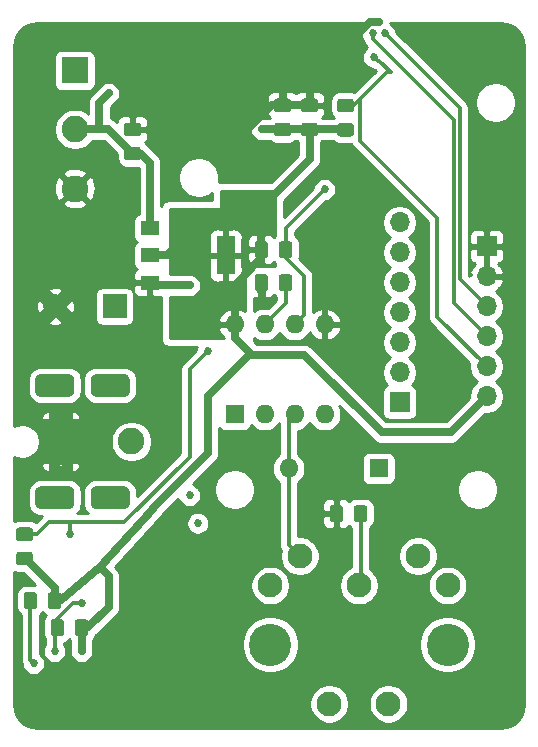
<source format=gbl>
%TF.GenerationSoftware,KiCad,Pcbnew,(5.1.5-0-10_14)*%
%TF.CreationDate,2021-10-12T17:28:20-04:00*%
%TF.ProjectId,piano_aid_pcb,7069616e-6f5f-4616-9964-5f7063622e6b,2*%
%TF.SameCoordinates,Original*%
%TF.FileFunction,Copper,L2,Bot*%
%TF.FilePolarity,Positive*%
%FSLAX46Y46*%
G04 Gerber Fmt 4.6, Leading zero omitted, Abs format (unit mm)*
G04 Created by KiCad (PCBNEW (5.1.5-0-10_14)) date 2021-10-12 17:28:20*
%MOMM*%
%LPD*%
G04 APERTURE LIST*
%TA.AperFunction,ComponentPad*%
%ADD10C,0.100000*%
%TD*%
%TA.AperFunction,ComponentPad*%
%ADD11C,2.250000*%
%TD*%
%TA.AperFunction,SMDPad,CuDef*%
%ADD12R,1.600000X3.300000*%
%TD*%
%TA.AperFunction,SMDPad,CuDef*%
%ADD13R,1.600000X1.200000*%
%TD*%
%TA.AperFunction,ComponentPad*%
%ADD14R,2.250000X2.250000*%
%TD*%
%TA.AperFunction,SMDPad,CuDef*%
%ADD15C,0.100000*%
%TD*%
%TA.AperFunction,ComponentPad*%
%ADD16O,1.600000X1.600000*%
%TD*%
%TA.AperFunction,ComponentPad*%
%ADD17R,1.600000X1.600000*%
%TD*%
%TA.AperFunction,ComponentPad*%
%ADD18R,1.700000X1.700000*%
%TD*%
%TA.AperFunction,ComponentPad*%
%ADD19O,1.700000X1.700000*%
%TD*%
%TA.AperFunction,ComponentPad*%
%ADD20C,2.000000*%
%TD*%
%TA.AperFunction,ComponentPad*%
%ADD21R,2.000000X2.000000*%
%TD*%
%TA.AperFunction,ComponentPad*%
%ADD22C,3.585000*%
%TD*%
%TA.AperFunction,ComponentPad*%
%ADD23C,2.100000*%
%TD*%
%TA.AperFunction,ViaPad*%
%ADD24C,0.685800*%
%TD*%
%TA.AperFunction,Conductor*%
%ADD25C,0.635000*%
%TD*%
%TA.AperFunction,Conductor*%
%ADD26C,0.304800*%
%TD*%
%TA.AperFunction,Conductor*%
%ADD27C,0.254000*%
%TD*%
G04 APERTURE END LIST*
%TA.AperFunction,ComponentPad*%
D10*
%TO.P,J1,SHIELD*%
%TO.N,N/C*%
G36*
X125951558Y-113530287D02*
G01*
X125997668Y-113537127D01*
X126042885Y-113548453D01*
X126086775Y-113564157D01*
X126128913Y-113584087D01*
X126168896Y-113608052D01*
X126206337Y-113635820D01*
X126240876Y-113667124D01*
X126272180Y-113701663D01*
X126299948Y-113739104D01*
X126323913Y-113779087D01*
X126343843Y-113821225D01*
X126359547Y-113865115D01*
X126370873Y-113910332D01*
X126377713Y-113956442D01*
X126380000Y-114003000D01*
X126380000Y-114953000D01*
X126377713Y-114999558D01*
X126370873Y-115045668D01*
X126359547Y-115090885D01*
X126343843Y-115134775D01*
X126323913Y-115176913D01*
X126299948Y-115216896D01*
X126272180Y-115254337D01*
X126240876Y-115288876D01*
X126206337Y-115320180D01*
X126168896Y-115347948D01*
X126128913Y-115371913D01*
X126086775Y-115391843D01*
X126042885Y-115407547D01*
X125997668Y-115418873D01*
X125951558Y-115425713D01*
X125905000Y-115428000D01*
X123555000Y-115428000D01*
X123508442Y-115425713D01*
X123462332Y-115418873D01*
X123417115Y-115407547D01*
X123373225Y-115391843D01*
X123331087Y-115371913D01*
X123291104Y-115347948D01*
X123253663Y-115320180D01*
X123219124Y-115288876D01*
X123187820Y-115254337D01*
X123160052Y-115216896D01*
X123136087Y-115176913D01*
X123116157Y-115134775D01*
X123100453Y-115090885D01*
X123089127Y-115045668D01*
X123082287Y-114999558D01*
X123080000Y-114953000D01*
X123080000Y-114003000D01*
X123082287Y-113956442D01*
X123089127Y-113910332D01*
X123100453Y-113865115D01*
X123116157Y-113821225D01*
X123136087Y-113779087D01*
X123160052Y-113739104D01*
X123187820Y-113701663D01*
X123219124Y-113667124D01*
X123253663Y-113635820D01*
X123291104Y-113608052D01*
X123331087Y-113584087D01*
X123373225Y-113564157D01*
X123417115Y-113548453D01*
X123462332Y-113537127D01*
X123508442Y-113530287D01*
X123555000Y-113528000D01*
X125905000Y-113528000D01*
X125951558Y-113530287D01*
G37*
%TD.AperFunction*%
%TA.AperFunction,ComponentPad*%
%TO.P,J1,2*%
%TO.N,GND*%
G36*
X125779009Y-107730408D02*
G01*
X125827545Y-107737607D01*
X125875142Y-107749530D01*
X125921342Y-107766060D01*
X125965698Y-107787039D01*
X126007785Y-107812265D01*
X126047197Y-107841495D01*
X126083553Y-107874447D01*
X126116505Y-107910803D01*
X126145735Y-107950215D01*
X126170961Y-107992302D01*
X126191940Y-108036658D01*
X126208470Y-108082858D01*
X126220393Y-108130455D01*
X126227592Y-108178991D01*
X126230000Y-108228000D01*
X126230000Y-111228000D01*
X126227592Y-111277009D01*
X126220393Y-111325545D01*
X126208470Y-111373142D01*
X126191940Y-111419342D01*
X126170961Y-111463698D01*
X126145735Y-111505785D01*
X126116505Y-111545197D01*
X126083553Y-111581553D01*
X126047197Y-111614505D01*
X126007785Y-111643735D01*
X125965698Y-111668961D01*
X125921342Y-111689940D01*
X125875142Y-111706470D01*
X125827545Y-111718393D01*
X125779009Y-111725592D01*
X125730000Y-111728000D01*
X124730000Y-111728000D01*
X124680991Y-111725592D01*
X124632455Y-111718393D01*
X124584858Y-111706470D01*
X124538658Y-111689940D01*
X124494302Y-111668961D01*
X124452215Y-111643735D01*
X124412803Y-111614505D01*
X124376447Y-111581553D01*
X124343495Y-111545197D01*
X124314265Y-111505785D01*
X124289039Y-111463698D01*
X124268060Y-111419342D01*
X124251530Y-111373142D01*
X124239607Y-111325545D01*
X124232408Y-111277009D01*
X124230000Y-111228000D01*
X124230000Y-108228000D01*
X124232408Y-108178991D01*
X124239607Y-108130455D01*
X124251530Y-108082858D01*
X124268060Y-108036658D01*
X124289039Y-107992302D01*
X124314265Y-107950215D01*
X124343495Y-107910803D01*
X124376447Y-107874447D01*
X124412803Y-107841495D01*
X124452215Y-107812265D01*
X124494302Y-107787039D01*
X124538658Y-107766060D01*
X124584858Y-107749530D01*
X124632455Y-107737607D01*
X124680991Y-107730408D01*
X124730000Y-107728000D01*
X125730000Y-107728000D01*
X125779009Y-107730408D01*
G37*
%TD.AperFunction*%
%TA.AperFunction,ComponentPad*%
%TO.P,J1,SHIELD*%
%TO.N,N/C*%
G36*
X125951558Y-104030287D02*
G01*
X125997668Y-104037127D01*
X126042885Y-104048453D01*
X126086775Y-104064157D01*
X126128913Y-104084087D01*
X126168896Y-104108052D01*
X126206337Y-104135820D01*
X126240876Y-104167124D01*
X126272180Y-104201663D01*
X126299948Y-104239104D01*
X126323913Y-104279087D01*
X126343843Y-104321225D01*
X126359547Y-104365115D01*
X126370873Y-104410332D01*
X126377713Y-104456442D01*
X126380000Y-104503000D01*
X126380000Y-105453000D01*
X126377713Y-105499558D01*
X126370873Y-105545668D01*
X126359547Y-105590885D01*
X126343843Y-105634775D01*
X126323913Y-105676913D01*
X126299948Y-105716896D01*
X126272180Y-105754337D01*
X126240876Y-105788876D01*
X126206337Y-105820180D01*
X126168896Y-105847948D01*
X126128913Y-105871913D01*
X126086775Y-105891843D01*
X126042885Y-105907547D01*
X125997668Y-105918873D01*
X125951558Y-105925713D01*
X125905000Y-105928000D01*
X123555000Y-105928000D01*
X123508442Y-105925713D01*
X123462332Y-105918873D01*
X123417115Y-105907547D01*
X123373225Y-105891843D01*
X123331087Y-105871913D01*
X123291104Y-105847948D01*
X123253663Y-105820180D01*
X123219124Y-105788876D01*
X123187820Y-105754337D01*
X123160052Y-105716896D01*
X123136087Y-105676913D01*
X123116157Y-105634775D01*
X123100453Y-105590885D01*
X123089127Y-105545668D01*
X123082287Y-105499558D01*
X123080000Y-105453000D01*
X123080000Y-104503000D01*
X123082287Y-104456442D01*
X123089127Y-104410332D01*
X123100453Y-104365115D01*
X123116157Y-104321225D01*
X123136087Y-104279087D01*
X123160052Y-104239104D01*
X123187820Y-104201663D01*
X123219124Y-104167124D01*
X123253663Y-104135820D01*
X123291104Y-104108052D01*
X123331087Y-104084087D01*
X123373225Y-104064157D01*
X123417115Y-104048453D01*
X123462332Y-104037127D01*
X123508442Y-104030287D01*
X123555000Y-104028000D01*
X125905000Y-104028000D01*
X125951558Y-104030287D01*
G37*
%TD.AperFunction*%
%TA.AperFunction,ComponentPad*%
G36*
X130651558Y-113530287D02*
G01*
X130697668Y-113537127D01*
X130742885Y-113548453D01*
X130786775Y-113564157D01*
X130828913Y-113584087D01*
X130868896Y-113608052D01*
X130906337Y-113635820D01*
X130940876Y-113667124D01*
X130972180Y-113701663D01*
X130999948Y-113739104D01*
X131023913Y-113779087D01*
X131043843Y-113821225D01*
X131059547Y-113865115D01*
X131070873Y-113910332D01*
X131077713Y-113956442D01*
X131080000Y-114003000D01*
X131080000Y-114953000D01*
X131077713Y-114999558D01*
X131070873Y-115045668D01*
X131059547Y-115090885D01*
X131043843Y-115134775D01*
X131023913Y-115176913D01*
X130999948Y-115216896D01*
X130972180Y-115254337D01*
X130940876Y-115288876D01*
X130906337Y-115320180D01*
X130868896Y-115347948D01*
X130828913Y-115371913D01*
X130786775Y-115391843D01*
X130742885Y-115407547D01*
X130697668Y-115418873D01*
X130651558Y-115425713D01*
X130605000Y-115428000D01*
X128255000Y-115428000D01*
X128208442Y-115425713D01*
X128162332Y-115418873D01*
X128117115Y-115407547D01*
X128073225Y-115391843D01*
X128031087Y-115371913D01*
X127991104Y-115347948D01*
X127953663Y-115320180D01*
X127919124Y-115288876D01*
X127887820Y-115254337D01*
X127860052Y-115216896D01*
X127836087Y-115176913D01*
X127816157Y-115134775D01*
X127800453Y-115090885D01*
X127789127Y-115045668D01*
X127782287Y-114999558D01*
X127780000Y-114953000D01*
X127780000Y-114003000D01*
X127782287Y-113956442D01*
X127789127Y-113910332D01*
X127800453Y-113865115D01*
X127816157Y-113821225D01*
X127836087Y-113779087D01*
X127860052Y-113739104D01*
X127887820Y-113701663D01*
X127919124Y-113667124D01*
X127953663Y-113635820D01*
X127991104Y-113608052D01*
X128031087Y-113584087D01*
X128073225Y-113564157D01*
X128117115Y-113548453D01*
X128162332Y-113537127D01*
X128208442Y-113530287D01*
X128255000Y-113528000D01*
X130605000Y-113528000D01*
X130651558Y-113530287D01*
G37*
%TD.AperFunction*%
%TA.AperFunction,ComponentPad*%
G36*
X130651558Y-104030287D02*
G01*
X130697668Y-104037127D01*
X130742885Y-104048453D01*
X130786775Y-104064157D01*
X130828913Y-104084087D01*
X130868896Y-104108052D01*
X130906337Y-104135820D01*
X130940876Y-104167124D01*
X130972180Y-104201663D01*
X130999948Y-104239104D01*
X131023913Y-104279087D01*
X131043843Y-104321225D01*
X131059547Y-104365115D01*
X131070873Y-104410332D01*
X131077713Y-104456442D01*
X131080000Y-104503000D01*
X131080000Y-105453000D01*
X131077713Y-105499558D01*
X131070873Y-105545668D01*
X131059547Y-105590885D01*
X131043843Y-105634775D01*
X131023913Y-105676913D01*
X130999948Y-105716896D01*
X130972180Y-105754337D01*
X130940876Y-105788876D01*
X130906337Y-105820180D01*
X130868896Y-105847948D01*
X130828913Y-105871913D01*
X130786775Y-105891843D01*
X130742885Y-105907547D01*
X130697668Y-105918873D01*
X130651558Y-105925713D01*
X130605000Y-105928000D01*
X128255000Y-105928000D01*
X128208442Y-105925713D01*
X128162332Y-105918873D01*
X128117115Y-105907547D01*
X128073225Y-105891843D01*
X128031087Y-105871913D01*
X127991104Y-105847948D01*
X127953663Y-105820180D01*
X127919124Y-105788876D01*
X127887820Y-105754337D01*
X127860052Y-105716896D01*
X127836087Y-105676913D01*
X127816157Y-105634775D01*
X127800453Y-105590885D01*
X127789127Y-105545668D01*
X127782287Y-105499558D01*
X127780000Y-105453000D01*
X127780000Y-104503000D01*
X127782287Y-104456442D01*
X127789127Y-104410332D01*
X127800453Y-104365115D01*
X127816157Y-104321225D01*
X127836087Y-104279087D01*
X127860052Y-104239104D01*
X127887820Y-104201663D01*
X127919124Y-104167124D01*
X127953663Y-104135820D01*
X127991104Y-104108052D01*
X128031087Y-104084087D01*
X128073225Y-104064157D01*
X128117115Y-104048453D01*
X128162332Y-104037127D01*
X128208442Y-104030287D01*
X128255000Y-104028000D01*
X130605000Y-104028000D01*
X130651558Y-104030287D01*
G37*
%TD.AperFunction*%
D11*
%TO.P,J1,1*%
%TO.N,5V*%
X131230000Y-109728000D03*
%TD*%
D12*
%TO.P,U4,2*%
%TO.N,3.3V*%
X139192000Y-93980000D03*
D13*
%TO.P,U4,3*%
%TO.N,5V*%
X132792000Y-91680000D03*
%TO.P,U4,2*%
%TO.N,3.3V*%
X132792000Y-93980000D03*
%TO.P,U4,1*%
%TO.N,GND*%
X132792000Y-96280000D03*
%TD*%
D11*
%TO.P,J2,3*%
%TO.N,GND*%
X126428000Y-88308000D03*
%TO.P,J2,2*%
%TO.N,5V*%
X126428000Y-83308000D03*
D14*
%TO.P,J2,1*%
%TO.N,LED_CONTROL_OUT*%
X126428000Y-78308000D03*
%TD*%
%TA.AperFunction,SMDPad,CuDef*%
D15*
%TO.P,R10,2*%
%TO.N,DET*%
G36*
X122648505Y-117010204D02*
G01*
X122672773Y-117013804D01*
X122696572Y-117019765D01*
X122719671Y-117028030D01*
X122741850Y-117038520D01*
X122762893Y-117051132D01*
X122782599Y-117065747D01*
X122800777Y-117082223D01*
X122817253Y-117100401D01*
X122831868Y-117120107D01*
X122844480Y-117141150D01*
X122854970Y-117163329D01*
X122863235Y-117186428D01*
X122869196Y-117210227D01*
X122872796Y-117234495D01*
X122874000Y-117258999D01*
X122874000Y-117909001D01*
X122872796Y-117933505D01*
X122869196Y-117957773D01*
X122863235Y-117981572D01*
X122854970Y-118004671D01*
X122844480Y-118026850D01*
X122831868Y-118047893D01*
X122817253Y-118067599D01*
X122800777Y-118085777D01*
X122782599Y-118102253D01*
X122762893Y-118116868D01*
X122741850Y-118129480D01*
X122719671Y-118139970D01*
X122696572Y-118148235D01*
X122672773Y-118154196D01*
X122648505Y-118157796D01*
X122624001Y-118159000D01*
X121723999Y-118159000D01*
X121699495Y-118157796D01*
X121675227Y-118154196D01*
X121651428Y-118148235D01*
X121628329Y-118139970D01*
X121606150Y-118129480D01*
X121585107Y-118116868D01*
X121565401Y-118102253D01*
X121547223Y-118085777D01*
X121530747Y-118067599D01*
X121516132Y-118047893D01*
X121503520Y-118026850D01*
X121493030Y-118004671D01*
X121484765Y-117981572D01*
X121478804Y-117957773D01*
X121475204Y-117933505D01*
X121474000Y-117909001D01*
X121474000Y-117258999D01*
X121475204Y-117234495D01*
X121478804Y-117210227D01*
X121484765Y-117186428D01*
X121493030Y-117163329D01*
X121503520Y-117141150D01*
X121516132Y-117120107D01*
X121530747Y-117100401D01*
X121547223Y-117082223D01*
X121565401Y-117065747D01*
X121585107Y-117051132D01*
X121606150Y-117038520D01*
X121628329Y-117028030D01*
X121651428Y-117019765D01*
X121675227Y-117013804D01*
X121699495Y-117010204D01*
X121723999Y-117009000D01*
X122624001Y-117009000D01*
X122648505Y-117010204D01*
G37*
%TD.AperFunction*%
%TA.AperFunction,SMDPad,CuDef*%
%TO.P,R10,1*%
%TO.N,3.3V*%
G36*
X122648505Y-119060204D02*
G01*
X122672773Y-119063804D01*
X122696572Y-119069765D01*
X122719671Y-119078030D01*
X122741850Y-119088520D01*
X122762893Y-119101132D01*
X122782599Y-119115747D01*
X122800777Y-119132223D01*
X122817253Y-119150401D01*
X122831868Y-119170107D01*
X122844480Y-119191150D01*
X122854970Y-119213329D01*
X122863235Y-119236428D01*
X122869196Y-119260227D01*
X122872796Y-119284495D01*
X122874000Y-119308999D01*
X122874000Y-119959001D01*
X122872796Y-119983505D01*
X122869196Y-120007773D01*
X122863235Y-120031572D01*
X122854970Y-120054671D01*
X122844480Y-120076850D01*
X122831868Y-120097893D01*
X122817253Y-120117599D01*
X122800777Y-120135777D01*
X122782599Y-120152253D01*
X122762893Y-120166868D01*
X122741850Y-120179480D01*
X122719671Y-120189970D01*
X122696572Y-120198235D01*
X122672773Y-120204196D01*
X122648505Y-120207796D01*
X122624001Y-120209000D01*
X121723999Y-120209000D01*
X121699495Y-120207796D01*
X121675227Y-120204196D01*
X121651428Y-120198235D01*
X121628329Y-120189970D01*
X121606150Y-120179480D01*
X121585107Y-120166868D01*
X121565401Y-120152253D01*
X121547223Y-120135777D01*
X121530747Y-120117599D01*
X121516132Y-120097893D01*
X121503520Y-120076850D01*
X121493030Y-120054671D01*
X121484765Y-120031572D01*
X121478804Y-120007773D01*
X121475204Y-119983505D01*
X121474000Y-119959001D01*
X121474000Y-119308999D01*
X121475204Y-119284495D01*
X121478804Y-119260227D01*
X121484765Y-119236428D01*
X121493030Y-119213329D01*
X121503520Y-119191150D01*
X121516132Y-119170107D01*
X121530747Y-119150401D01*
X121547223Y-119132223D01*
X121565401Y-119115747D01*
X121585107Y-119101132D01*
X121606150Y-119088520D01*
X121628329Y-119078030D01*
X121651428Y-119069765D01*
X121675227Y-119063804D01*
X121699495Y-119060204D01*
X121723999Y-119059000D01*
X122624001Y-119059000D01*
X122648505Y-119060204D01*
G37*
%TD.AperFunction*%
%TD*%
%TA.AperFunction,SMDPad,CuDef*%
%TO.P,C6,1*%
%TO.N,3.3V*%
G36*
X146778505Y-82738204D02*
G01*
X146802773Y-82741804D01*
X146826572Y-82747765D01*
X146849671Y-82756030D01*
X146871850Y-82766520D01*
X146892893Y-82779132D01*
X146912599Y-82793747D01*
X146930777Y-82810223D01*
X146947253Y-82828401D01*
X146961868Y-82848107D01*
X146974480Y-82869150D01*
X146984970Y-82891329D01*
X146993235Y-82914428D01*
X146999196Y-82938227D01*
X147002796Y-82962495D01*
X147004000Y-82986999D01*
X147004000Y-83637001D01*
X147002796Y-83661505D01*
X146999196Y-83685773D01*
X146993235Y-83709572D01*
X146984970Y-83732671D01*
X146974480Y-83754850D01*
X146961868Y-83775893D01*
X146947253Y-83795599D01*
X146930777Y-83813777D01*
X146912599Y-83830253D01*
X146892893Y-83844868D01*
X146871850Y-83857480D01*
X146849671Y-83867970D01*
X146826572Y-83876235D01*
X146802773Y-83882196D01*
X146778505Y-83885796D01*
X146754001Y-83887000D01*
X145853999Y-83887000D01*
X145829495Y-83885796D01*
X145805227Y-83882196D01*
X145781428Y-83876235D01*
X145758329Y-83867970D01*
X145736150Y-83857480D01*
X145715107Y-83844868D01*
X145695401Y-83830253D01*
X145677223Y-83813777D01*
X145660747Y-83795599D01*
X145646132Y-83775893D01*
X145633520Y-83754850D01*
X145623030Y-83732671D01*
X145614765Y-83709572D01*
X145608804Y-83685773D01*
X145605204Y-83661505D01*
X145604000Y-83637001D01*
X145604000Y-82986999D01*
X145605204Y-82962495D01*
X145608804Y-82938227D01*
X145614765Y-82914428D01*
X145623030Y-82891329D01*
X145633520Y-82869150D01*
X145646132Y-82848107D01*
X145660747Y-82828401D01*
X145677223Y-82810223D01*
X145695401Y-82793747D01*
X145715107Y-82779132D01*
X145736150Y-82766520D01*
X145758329Y-82756030D01*
X145781428Y-82747765D01*
X145805227Y-82741804D01*
X145829495Y-82738204D01*
X145853999Y-82737000D01*
X146754001Y-82737000D01*
X146778505Y-82738204D01*
G37*
%TD.AperFunction*%
%TA.AperFunction,SMDPad,CuDef*%
%TO.P,C6,2*%
%TO.N,GND*%
G36*
X146778505Y-80688204D02*
G01*
X146802773Y-80691804D01*
X146826572Y-80697765D01*
X146849671Y-80706030D01*
X146871850Y-80716520D01*
X146892893Y-80729132D01*
X146912599Y-80743747D01*
X146930777Y-80760223D01*
X146947253Y-80778401D01*
X146961868Y-80798107D01*
X146974480Y-80819150D01*
X146984970Y-80841329D01*
X146993235Y-80864428D01*
X146999196Y-80888227D01*
X147002796Y-80912495D01*
X147004000Y-80936999D01*
X147004000Y-81587001D01*
X147002796Y-81611505D01*
X146999196Y-81635773D01*
X146993235Y-81659572D01*
X146984970Y-81682671D01*
X146974480Y-81704850D01*
X146961868Y-81725893D01*
X146947253Y-81745599D01*
X146930777Y-81763777D01*
X146912599Y-81780253D01*
X146892893Y-81794868D01*
X146871850Y-81807480D01*
X146849671Y-81817970D01*
X146826572Y-81826235D01*
X146802773Y-81832196D01*
X146778505Y-81835796D01*
X146754001Y-81837000D01*
X145853999Y-81837000D01*
X145829495Y-81835796D01*
X145805227Y-81832196D01*
X145781428Y-81826235D01*
X145758329Y-81817970D01*
X145736150Y-81807480D01*
X145715107Y-81794868D01*
X145695401Y-81780253D01*
X145677223Y-81763777D01*
X145660747Y-81745599D01*
X145646132Y-81725893D01*
X145633520Y-81704850D01*
X145623030Y-81682671D01*
X145614765Y-81659572D01*
X145608804Y-81635773D01*
X145605204Y-81611505D01*
X145604000Y-81587001D01*
X145604000Y-80936999D01*
X145605204Y-80912495D01*
X145608804Y-80888227D01*
X145614765Y-80864428D01*
X145623030Y-80841329D01*
X145633520Y-80819150D01*
X145646132Y-80798107D01*
X145660747Y-80778401D01*
X145677223Y-80760223D01*
X145695401Y-80743747D01*
X145715107Y-80729132D01*
X145736150Y-80716520D01*
X145758329Y-80706030D01*
X145781428Y-80697765D01*
X145805227Y-80691804D01*
X145829495Y-80688204D01*
X145853999Y-80687000D01*
X146754001Y-80687000D01*
X146778505Y-80688204D01*
G37*
%TD.AperFunction*%
%TD*%
D16*
%TO.P,D1,2*%
%TO.N,Net-(D1-Pad2)*%
X144526000Y-112014000D03*
D17*
%TO.P,D1,1*%
%TO.N,Net-(D1-Pad1)*%
X152146000Y-112014000D03*
%TD*%
%TA.AperFunction,SMDPad,CuDef*%
D15*
%TO.P,R9,1*%
%TO.N,3.3V*%
G36*
X149826505Y-82756204D02*
G01*
X149850773Y-82759804D01*
X149874572Y-82765765D01*
X149897671Y-82774030D01*
X149919850Y-82784520D01*
X149940893Y-82797132D01*
X149960599Y-82811747D01*
X149978777Y-82828223D01*
X149995253Y-82846401D01*
X150009868Y-82866107D01*
X150022480Y-82887150D01*
X150032970Y-82909329D01*
X150041235Y-82932428D01*
X150047196Y-82956227D01*
X150050796Y-82980495D01*
X150052000Y-83004999D01*
X150052000Y-83655001D01*
X150050796Y-83679505D01*
X150047196Y-83703773D01*
X150041235Y-83727572D01*
X150032970Y-83750671D01*
X150022480Y-83772850D01*
X150009868Y-83793893D01*
X149995253Y-83813599D01*
X149978777Y-83831777D01*
X149960599Y-83848253D01*
X149940893Y-83862868D01*
X149919850Y-83875480D01*
X149897671Y-83885970D01*
X149874572Y-83894235D01*
X149850773Y-83900196D01*
X149826505Y-83903796D01*
X149802001Y-83905000D01*
X148901999Y-83905000D01*
X148877495Y-83903796D01*
X148853227Y-83900196D01*
X148829428Y-83894235D01*
X148806329Y-83885970D01*
X148784150Y-83875480D01*
X148763107Y-83862868D01*
X148743401Y-83848253D01*
X148725223Y-83831777D01*
X148708747Y-83813599D01*
X148694132Y-83793893D01*
X148681520Y-83772850D01*
X148671030Y-83750671D01*
X148662765Y-83727572D01*
X148656804Y-83703773D01*
X148653204Y-83679505D01*
X148652000Y-83655001D01*
X148652000Y-83004999D01*
X148653204Y-82980495D01*
X148656804Y-82956227D01*
X148662765Y-82932428D01*
X148671030Y-82909329D01*
X148681520Y-82887150D01*
X148694132Y-82866107D01*
X148708747Y-82846401D01*
X148725223Y-82828223D01*
X148743401Y-82811747D01*
X148763107Y-82797132D01*
X148784150Y-82784520D01*
X148806329Y-82774030D01*
X148829428Y-82765765D01*
X148853227Y-82759804D01*
X148877495Y-82756204D01*
X148901999Y-82755000D01*
X149802001Y-82755000D01*
X149826505Y-82756204D01*
G37*
%TD.AperFunction*%
%TA.AperFunction,SMDPad,CuDef*%
%TO.P,R9,2*%
%TO.N,RESET*%
G36*
X149826505Y-80706204D02*
G01*
X149850773Y-80709804D01*
X149874572Y-80715765D01*
X149897671Y-80724030D01*
X149919850Y-80734520D01*
X149940893Y-80747132D01*
X149960599Y-80761747D01*
X149978777Y-80778223D01*
X149995253Y-80796401D01*
X150009868Y-80816107D01*
X150022480Y-80837150D01*
X150032970Y-80859329D01*
X150041235Y-80882428D01*
X150047196Y-80906227D01*
X150050796Y-80930495D01*
X150052000Y-80954999D01*
X150052000Y-81605001D01*
X150050796Y-81629505D01*
X150047196Y-81653773D01*
X150041235Y-81677572D01*
X150032970Y-81700671D01*
X150022480Y-81722850D01*
X150009868Y-81743893D01*
X149995253Y-81763599D01*
X149978777Y-81781777D01*
X149960599Y-81798253D01*
X149940893Y-81812868D01*
X149919850Y-81825480D01*
X149897671Y-81835970D01*
X149874572Y-81844235D01*
X149850773Y-81850196D01*
X149826505Y-81853796D01*
X149802001Y-81855000D01*
X148901999Y-81855000D01*
X148877495Y-81853796D01*
X148853227Y-81850196D01*
X148829428Y-81844235D01*
X148806329Y-81835970D01*
X148784150Y-81825480D01*
X148763107Y-81812868D01*
X148743401Y-81798253D01*
X148725223Y-81781777D01*
X148708747Y-81763599D01*
X148694132Y-81743893D01*
X148681520Y-81722850D01*
X148671030Y-81700671D01*
X148662765Y-81677572D01*
X148656804Y-81653773D01*
X148653204Y-81629505D01*
X148652000Y-81605001D01*
X148652000Y-80954999D01*
X148653204Y-80930495D01*
X148656804Y-80906227D01*
X148662765Y-80882428D01*
X148671030Y-80859329D01*
X148681520Y-80837150D01*
X148694132Y-80816107D01*
X148708747Y-80796401D01*
X148725223Y-80778223D01*
X148743401Y-80761747D01*
X148763107Y-80747132D01*
X148784150Y-80734520D01*
X148806329Y-80724030D01*
X148829428Y-80715765D01*
X148853227Y-80709804D01*
X148877495Y-80706204D01*
X148901999Y-80705000D01*
X149802001Y-80705000D01*
X149826505Y-80706204D01*
G37*
%TD.AperFunction*%
%TD*%
D16*
%TO.P,U2,8*%
%TO.N,3.3V*%
X139954000Y-99822000D03*
%TO.P,U2,4*%
%TO.N,Net-(U2-Pad4)*%
X147574000Y-107442000D03*
%TO.P,U2,7*%
%TO.N,Net-(R3-Pad1)*%
X142494000Y-99822000D03*
%TO.P,U2,3*%
%TO.N,Net-(D1-Pad2)*%
X145034000Y-107442000D03*
%TO.P,U2,6*%
%TO.N,MIDI_DIN*%
X145034000Y-99822000D03*
%TO.P,U2,2*%
%TO.N,Net-(D1-Pad1)*%
X142494000Y-107442000D03*
%TO.P,U2,5*%
%TO.N,GND*%
X147574000Y-99822000D03*
D17*
%TO.P,U2,1*%
%TO.N,Net-(U2-Pad1)*%
X139954000Y-107442000D03*
%TD*%
D18*
%TO.P,J6,1*%
%TO.N,P9*%
X153924000Y-106426000D03*
D19*
%TO.P,J6,2*%
%TO.N,P10*%
X153924000Y-103886000D03*
%TO.P,J6,3*%
%TO.N,P11*%
X153924000Y-101346000D03*
%TO.P,J6,4*%
%TO.N,P12*%
X153924000Y-98806000D03*
%TO.P,J6,5*%
%TO.N,P13*%
X153924000Y-96266000D03*
%TO.P,J6,6*%
%TO.N,P14*%
X153924000Y-93726000D03*
%TO.P,J6,7*%
%TO.N,P15*%
X153924000Y-91186000D03*
%TD*%
D20*
%TO.P,C1,2*%
%TO.N,GND*%
X124794000Y-98298000D03*
D21*
%TO.P,C1,1*%
%TO.N,5V*%
X129794000Y-98298000D03*
%TD*%
%TA.AperFunction,SMDPad,CuDef*%
D15*
%TO.P,C4,2*%
%TO.N,GND*%
G36*
X131792505Y-82729204D02*
G01*
X131816773Y-82732804D01*
X131840572Y-82738765D01*
X131863671Y-82747030D01*
X131885850Y-82757520D01*
X131906893Y-82770132D01*
X131926599Y-82784747D01*
X131944777Y-82801223D01*
X131961253Y-82819401D01*
X131975868Y-82839107D01*
X131988480Y-82860150D01*
X131998970Y-82882329D01*
X132007235Y-82905428D01*
X132013196Y-82929227D01*
X132016796Y-82953495D01*
X132018000Y-82977999D01*
X132018000Y-83628001D01*
X132016796Y-83652505D01*
X132013196Y-83676773D01*
X132007235Y-83700572D01*
X131998970Y-83723671D01*
X131988480Y-83745850D01*
X131975868Y-83766893D01*
X131961253Y-83786599D01*
X131944777Y-83804777D01*
X131926599Y-83821253D01*
X131906893Y-83835868D01*
X131885850Y-83848480D01*
X131863671Y-83858970D01*
X131840572Y-83867235D01*
X131816773Y-83873196D01*
X131792505Y-83876796D01*
X131768001Y-83878000D01*
X130867999Y-83878000D01*
X130843495Y-83876796D01*
X130819227Y-83873196D01*
X130795428Y-83867235D01*
X130772329Y-83858970D01*
X130750150Y-83848480D01*
X130729107Y-83835868D01*
X130709401Y-83821253D01*
X130691223Y-83804777D01*
X130674747Y-83786599D01*
X130660132Y-83766893D01*
X130647520Y-83745850D01*
X130637030Y-83723671D01*
X130628765Y-83700572D01*
X130622804Y-83676773D01*
X130619204Y-83652505D01*
X130618000Y-83628001D01*
X130618000Y-82977999D01*
X130619204Y-82953495D01*
X130622804Y-82929227D01*
X130628765Y-82905428D01*
X130637030Y-82882329D01*
X130647520Y-82860150D01*
X130660132Y-82839107D01*
X130674747Y-82819401D01*
X130691223Y-82801223D01*
X130709401Y-82784747D01*
X130729107Y-82770132D01*
X130750150Y-82757520D01*
X130772329Y-82747030D01*
X130795428Y-82738765D01*
X130819227Y-82732804D01*
X130843495Y-82729204D01*
X130867999Y-82728000D01*
X131768001Y-82728000D01*
X131792505Y-82729204D01*
G37*
%TD.AperFunction*%
%TA.AperFunction,SMDPad,CuDef*%
%TO.P,C4,1*%
%TO.N,5V*%
G36*
X131792505Y-84779204D02*
G01*
X131816773Y-84782804D01*
X131840572Y-84788765D01*
X131863671Y-84797030D01*
X131885850Y-84807520D01*
X131906893Y-84820132D01*
X131926599Y-84834747D01*
X131944777Y-84851223D01*
X131961253Y-84869401D01*
X131975868Y-84889107D01*
X131988480Y-84910150D01*
X131998970Y-84932329D01*
X132007235Y-84955428D01*
X132013196Y-84979227D01*
X132016796Y-85003495D01*
X132018000Y-85027999D01*
X132018000Y-85678001D01*
X132016796Y-85702505D01*
X132013196Y-85726773D01*
X132007235Y-85750572D01*
X131998970Y-85773671D01*
X131988480Y-85795850D01*
X131975868Y-85816893D01*
X131961253Y-85836599D01*
X131944777Y-85854777D01*
X131926599Y-85871253D01*
X131906893Y-85885868D01*
X131885850Y-85898480D01*
X131863671Y-85908970D01*
X131840572Y-85917235D01*
X131816773Y-85923196D01*
X131792505Y-85926796D01*
X131768001Y-85928000D01*
X130867999Y-85928000D01*
X130843495Y-85926796D01*
X130819227Y-85923196D01*
X130795428Y-85917235D01*
X130772329Y-85908970D01*
X130750150Y-85898480D01*
X130729107Y-85885868D01*
X130709401Y-85871253D01*
X130691223Y-85854777D01*
X130674747Y-85836599D01*
X130660132Y-85816893D01*
X130647520Y-85795850D01*
X130637030Y-85773671D01*
X130628765Y-85750572D01*
X130622804Y-85726773D01*
X130619204Y-85702505D01*
X130618000Y-85678001D01*
X130618000Y-85027999D01*
X130619204Y-85003495D01*
X130622804Y-84979227D01*
X130628765Y-84955428D01*
X130637030Y-84932329D01*
X130647520Y-84910150D01*
X130660132Y-84889107D01*
X130674747Y-84869401D01*
X130691223Y-84851223D01*
X130709401Y-84834747D01*
X130729107Y-84820132D01*
X130750150Y-84807520D01*
X130772329Y-84797030D01*
X130795428Y-84788765D01*
X130819227Y-84782804D01*
X130843495Y-84779204D01*
X130867999Y-84778000D01*
X131768001Y-84778000D01*
X131792505Y-84779204D01*
G37*
%TD.AperFunction*%
%TD*%
%TA.AperFunction,SMDPad,CuDef*%
%TO.P,C5,2*%
%TO.N,GND*%
G36*
X148921505Y-115125204D02*
G01*
X148945773Y-115128804D01*
X148969572Y-115134765D01*
X148992671Y-115143030D01*
X149014850Y-115153520D01*
X149035893Y-115166132D01*
X149055599Y-115180747D01*
X149073777Y-115197223D01*
X149090253Y-115215401D01*
X149104868Y-115235107D01*
X149117480Y-115256150D01*
X149127970Y-115278329D01*
X149136235Y-115301428D01*
X149142196Y-115325227D01*
X149145796Y-115349495D01*
X149147000Y-115373999D01*
X149147000Y-116274001D01*
X149145796Y-116298505D01*
X149142196Y-116322773D01*
X149136235Y-116346572D01*
X149127970Y-116369671D01*
X149117480Y-116391850D01*
X149104868Y-116412893D01*
X149090253Y-116432599D01*
X149073777Y-116450777D01*
X149055599Y-116467253D01*
X149035893Y-116481868D01*
X149014850Y-116494480D01*
X148992671Y-116504970D01*
X148969572Y-116513235D01*
X148945773Y-116519196D01*
X148921505Y-116522796D01*
X148897001Y-116524000D01*
X148246999Y-116524000D01*
X148222495Y-116522796D01*
X148198227Y-116519196D01*
X148174428Y-116513235D01*
X148151329Y-116504970D01*
X148129150Y-116494480D01*
X148108107Y-116481868D01*
X148088401Y-116467253D01*
X148070223Y-116450777D01*
X148053747Y-116432599D01*
X148039132Y-116412893D01*
X148026520Y-116391850D01*
X148016030Y-116369671D01*
X148007765Y-116346572D01*
X148001804Y-116322773D01*
X147998204Y-116298505D01*
X147997000Y-116274001D01*
X147997000Y-115373999D01*
X147998204Y-115349495D01*
X148001804Y-115325227D01*
X148007765Y-115301428D01*
X148016030Y-115278329D01*
X148026520Y-115256150D01*
X148039132Y-115235107D01*
X148053747Y-115215401D01*
X148070223Y-115197223D01*
X148088401Y-115180747D01*
X148108107Y-115166132D01*
X148129150Y-115153520D01*
X148151329Y-115143030D01*
X148174428Y-115134765D01*
X148198227Y-115128804D01*
X148222495Y-115125204D01*
X148246999Y-115124000D01*
X148897001Y-115124000D01*
X148921505Y-115125204D01*
G37*
%TD.AperFunction*%
%TA.AperFunction,SMDPad,CuDef*%
%TO.P,C5,1*%
%TO.N,Net-(C5-Pad1)*%
G36*
X150971505Y-115125204D02*
G01*
X150995773Y-115128804D01*
X151019572Y-115134765D01*
X151042671Y-115143030D01*
X151064850Y-115153520D01*
X151085893Y-115166132D01*
X151105599Y-115180747D01*
X151123777Y-115197223D01*
X151140253Y-115215401D01*
X151154868Y-115235107D01*
X151167480Y-115256150D01*
X151177970Y-115278329D01*
X151186235Y-115301428D01*
X151192196Y-115325227D01*
X151195796Y-115349495D01*
X151197000Y-115373999D01*
X151197000Y-116274001D01*
X151195796Y-116298505D01*
X151192196Y-116322773D01*
X151186235Y-116346572D01*
X151177970Y-116369671D01*
X151167480Y-116391850D01*
X151154868Y-116412893D01*
X151140253Y-116432599D01*
X151123777Y-116450777D01*
X151105599Y-116467253D01*
X151085893Y-116481868D01*
X151064850Y-116494480D01*
X151042671Y-116504970D01*
X151019572Y-116513235D01*
X150995773Y-116519196D01*
X150971505Y-116522796D01*
X150947001Y-116524000D01*
X150296999Y-116524000D01*
X150272495Y-116522796D01*
X150248227Y-116519196D01*
X150224428Y-116513235D01*
X150201329Y-116504970D01*
X150179150Y-116494480D01*
X150158107Y-116481868D01*
X150138401Y-116467253D01*
X150120223Y-116450777D01*
X150103747Y-116432599D01*
X150089132Y-116412893D01*
X150076520Y-116391850D01*
X150066030Y-116369671D01*
X150057765Y-116346572D01*
X150051804Y-116322773D01*
X150048204Y-116298505D01*
X150047000Y-116274001D01*
X150047000Y-115373999D01*
X150048204Y-115349495D01*
X150051804Y-115325227D01*
X150057765Y-115301428D01*
X150066030Y-115278329D01*
X150076520Y-115256150D01*
X150089132Y-115235107D01*
X150103747Y-115215401D01*
X150120223Y-115197223D01*
X150138401Y-115180747D01*
X150158107Y-115166132D01*
X150179150Y-115153520D01*
X150201329Y-115143030D01*
X150224428Y-115134765D01*
X150248227Y-115128804D01*
X150272495Y-115125204D01*
X150296999Y-115124000D01*
X150947001Y-115124000D01*
X150971505Y-115125204D01*
G37*
%TD.AperFunction*%
%TD*%
%TA.AperFunction,SMDPad,CuDef*%
%TO.P,C7,2*%
%TO.N,3.3V*%
G36*
X144492505Y-82738204D02*
G01*
X144516773Y-82741804D01*
X144540572Y-82747765D01*
X144563671Y-82756030D01*
X144585850Y-82766520D01*
X144606893Y-82779132D01*
X144626599Y-82793747D01*
X144644777Y-82810223D01*
X144661253Y-82828401D01*
X144675868Y-82848107D01*
X144688480Y-82869150D01*
X144698970Y-82891329D01*
X144707235Y-82914428D01*
X144713196Y-82938227D01*
X144716796Y-82962495D01*
X144718000Y-82986999D01*
X144718000Y-83637001D01*
X144716796Y-83661505D01*
X144713196Y-83685773D01*
X144707235Y-83709572D01*
X144698970Y-83732671D01*
X144688480Y-83754850D01*
X144675868Y-83775893D01*
X144661253Y-83795599D01*
X144644777Y-83813777D01*
X144626599Y-83830253D01*
X144606893Y-83844868D01*
X144585850Y-83857480D01*
X144563671Y-83867970D01*
X144540572Y-83876235D01*
X144516773Y-83882196D01*
X144492505Y-83885796D01*
X144468001Y-83887000D01*
X143567999Y-83887000D01*
X143543495Y-83885796D01*
X143519227Y-83882196D01*
X143495428Y-83876235D01*
X143472329Y-83867970D01*
X143450150Y-83857480D01*
X143429107Y-83844868D01*
X143409401Y-83830253D01*
X143391223Y-83813777D01*
X143374747Y-83795599D01*
X143360132Y-83775893D01*
X143347520Y-83754850D01*
X143337030Y-83732671D01*
X143328765Y-83709572D01*
X143322804Y-83685773D01*
X143319204Y-83661505D01*
X143318000Y-83637001D01*
X143318000Y-82986999D01*
X143319204Y-82962495D01*
X143322804Y-82938227D01*
X143328765Y-82914428D01*
X143337030Y-82891329D01*
X143347520Y-82869150D01*
X143360132Y-82848107D01*
X143374747Y-82828401D01*
X143391223Y-82810223D01*
X143409401Y-82793747D01*
X143429107Y-82779132D01*
X143450150Y-82766520D01*
X143472329Y-82756030D01*
X143495428Y-82747765D01*
X143519227Y-82741804D01*
X143543495Y-82738204D01*
X143567999Y-82737000D01*
X144468001Y-82737000D01*
X144492505Y-82738204D01*
G37*
%TD.AperFunction*%
%TA.AperFunction,SMDPad,CuDef*%
%TO.P,C7,1*%
%TO.N,GND*%
G36*
X144492505Y-80688204D02*
G01*
X144516773Y-80691804D01*
X144540572Y-80697765D01*
X144563671Y-80706030D01*
X144585850Y-80716520D01*
X144606893Y-80729132D01*
X144626599Y-80743747D01*
X144644777Y-80760223D01*
X144661253Y-80778401D01*
X144675868Y-80798107D01*
X144688480Y-80819150D01*
X144698970Y-80841329D01*
X144707235Y-80864428D01*
X144713196Y-80888227D01*
X144716796Y-80912495D01*
X144718000Y-80936999D01*
X144718000Y-81587001D01*
X144716796Y-81611505D01*
X144713196Y-81635773D01*
X144707235Y-81659572D01*
X144698970Y-81682671D01*
X144688480Y-81704850D01*
X144675868Y-81725893D01*
X144661253Y-81745599D01*
X144644777Y-81763777D01*
X144626599Y-81780253D01*
X144606893Y-81794868D01*
X144585850Y-81807480D01*
X144563671Y-81817970D01*
X144540572Y-81826235D01*
X144516773Y-81832196D01*
X144492505Y-81835796D01*
X144468001Y-81837000D01*
X143567999Y-81837000D01*
X143543495Y-81835796D01*
X143519227Y-81832196D01*
X143495428Y-81826235D01*
X143472329Y-81817970D01*
X143450150Y-81807480D01*
X143429107Y-81794868D01*
X143409401Y-81780253D01*
X143391223Y-81763777D01*
X143374747Y-81745599D01*
X143360132Y-81725893D01*
X143347520Y-81704850D01*
X143337030Y-81682671D01*
X143328765Y-81659572D01*
X143322804Y-81635773D01*
X143319204Y-81611505D01*
X143318000Y-81587001D01*
X143318000Y-80936999D01*
X143319204Y-80912495D01*
X143322804Y-80888227D01*
X143328765Y-80864428D01*
X143337030Y-80841329D01*
X143347520Y-80819150D01*
X143360132Y-80798107D01*
X143374747Y-80778401D01*
X143391223Y-80760223D01*
X143409401Y-80743747D01*
X143429107Y-80729132D01*
X143450150Y-80716520D01*
X143472329Y-80706030D01*
X143495428Y-80697765D01*
X143519227Y-80691804D01*
X143543495Y-80688204D01*
X143567999Y-80687000D01*
X144468001Y-80687000D01*
X144492505Y-80688204D01*
G37*
%TD.AperFunction*%
%TD*%
D22*
%TO.P,J3,MH2*%
%TO.N,N/C*%
X142978000Y-126930000D03*
%TO.P,J3,MH1*%
X157988000Y-126930000D03*
D23*
%TO.P,J3,7*%
X147983000Y-131930000D03*
%TO.P,J3,6*%
X152983000Y-131930000D03*
%TO.P,J3,5*%
%TO.N,Net-(D1-Pad2)*%
X145478000Y-119430000D03*
%TO.P,J3,4*%
%TO.N,Net-(J3-Pad4)*%
X155488000Y-119430000D03*
%TO.P,J3,3*%
%TO.N,Net-(J3-Pad3)*%
X142978000Y-121920000D03*
%TO.P,J3,2*%
%TO.N,Net-(C5-Pad1)*%
X150483000Y-121920000D03*
%TO.P,J3,1*%
%TO.N,Net-(J3-Pad1)*%
X157988000Y-121920000D03*
%TD*%
D19*
%TO.P,J4,6*%
%TO.N,3.3V*%
X161290000Y-105918000D03*
%TO.P,J4,5*%
%TO.N,RESET*%
X161290000Y-103378000D03*
%TO.P,J4,4*%
%TO.N,SWDIO*%
X161290000Y-100838000D03*
%TO.P,J4,3*%
%TO.N,SWDCLK*%
X161290000Y-98298000D03*
%TO.P,J4,2*%
%TO.N,GND*%
X161290000Y-95758000D03*
D18*
%TO.P,J4,1*%
X161290000Y-93218000D03*
%TD*%
%TA.AperFunction,SMDPad,CuDef*%
D15*
%TO.P,R2,1*%
%TO.N,3.3V*%
G36*
X142571505Y-92773204D02*
G01*
X142595773Y-92776804D01*
X142619572Y-92782765D01*
X142642671Y-92791030D01*
X142664850Y-92801520D01*
X142685893Y-92814132D01*
X142705599Y-92828747D01*
X142723777Y-92845223D01*
X142740253Y-92863401D01*
X142754868Y-92883107D01*
X142767480Y-92904150D01*
X142777970Y-92926329D01*
X142786235Y-92949428D01*
X142792196Y-92973227D01*
X142795796Y-92997495D01*
X142797000Y-93021999D01*
X142797000Y-93922001D01*
X142795796Y-93946505D01*
X142792196Y-93970773D01*
X142786235Y-93994572D01*
X142777970Y-94017671D01*
X142767480Y-94039850D01*
X142754868Y-94060893D01*
X142740253Y-94080599D01*
X142723777Y-94098777D01*
X142705599Y-94115253D01*
X142685893Y-94129868D01*
X142664850Y-94142480D01*
X142642671Y-94152970D01*
X142619572Y-94161235D01*
X142595773Y-94167196D01*
X142571505Y-94170796D01*
X142547001Y-94172000D01*
X141896999Y-94172000D01*
X141872495Y-94170796D01*
X141848227Y-94167196D01*
X141824428Y-94161235D01*
X141801329Y-94152970D01*
X141779150Y-94142480D01*
X141758107Y-94129868D01*
X141738401Y-94115253D01*
X141720223Y-94098777D01*
X141703747Y-94080599D01*
X141689132Y-94060893D01*
X141676520Y-94039850D01*
X141666030Y-94017671D01*
X141657765Y-93994572D01*
X141651804Y-93970773D01*
X141648204Y-93946505D01*
X141647000Y-93922001D01*
X141647000Y-93021999D01*
X141648204Y-92997495D01*
X141651804Y-92973227D01*
X141657765Y-92949428D01*
X141666030Y-92926329D01*
X141676520Y-92904150D01*
X141689132Y-92883107D01*
X141703747Y-92863401D01*
X141720223Y-92845223D01*
X141738401Y-92828747D01*
X141758107Y-92814132D01*
X141779150Y-92801520D01*
X141801329Y-92791030D01*
X141824428Y-92782765D01*
X141848227Y-92776804D01*
X141872495Y-92773204D01*
X141896999Y-92772000D01*
X142547001Y-92772000D01*
X142571505Y-92773204D01*
G37*
%TD.AperFunction*%
%TA.AperFunction,SMDPad,CuDef*%
%TO.P,R2,2*%
%TO.N,MIDI_DIN*%
G36*
X144621505Y-92773204D02*
G01*
X144645773Y-92776804D01*
X144669572Y-92782765D01*
X144692671Y-92791030D01*
X144714850Y-92801520D01*
X144735893Y-92814132D01*
X144755599Y-92828747D01*
X144773777Y-92845223D01*
X144790253Y-92863401D01*
X144804868Y-92883107D01*
X144817480Y-92904150D01*
X144827970Y-92926329D01*
X144836235Y-92949428D01*
X144842196Y-92973227D01*
X144845796Y-92997495D01*
X144847000Y-93021999D01*
X144847000Y-93922001D01*
X144845796Y-93946505D01*
X144842196Y-93970773D01*
X144836235Y-93994572D01*
X144827970Y-94017671D01*
X144817480Y-94039850D01*
X144804868Y-94060893D01*
X144790253Y-94080599D01*
X144773777Y-94098777D01*
X144755599Y-94115253D01*
X144735893Y-94129868D01*
X144714850Y-94142480D01*
X144692671Y-94152970D01*
X144669572Y-94161235D01*
X144645773Y-94167196D01*
X144621505Y-94170796D01*
X144597001Y-94172000D01*
X143946999Y-94172000D01*
X143922495Y-94170796D01*
X143898227Y-94167196D01*
X143874428Y-94161235D01*
X143851329Y-94152970D01*
X143829150Y-94142480D01*
X143808107Y-94129868D01*
X143788401Y-94115253D01*
X143770223Y-94098777D01*
X143753747Y-94080599D01*
X143739132Y-94060893D01*
X143726520Y-94039850D01*
X143716030Y-94017671D01*
X143707765Y-93994572D01*
X143701804Y-93970773D01*
X143698204Y-93946505D01*
X143697000Y-93922001D01*
X143697000Y-93021999D01*
X143698204Y-92997495D01*
X143701804Y-92973227D01*
X143707765Y-92949428D01*
X143716030Y-92926329D01*
X143726520Y-92904150D01*
X143739132Y-92883107D01*
X143753747Y-92863401D01*
X143770223Y-92845223D01*
X143788401Y-92828747D01*
X143808107Y-92814132D01*
X143829150Y-92801520D01*
X143851329Y-92791030D01*
X143874428Y-92782765D01*
X143898227Y-92776804D01*
X143922495Y-92773204D01*
X143946999Y-92772000D01*
X144597001Y-92772000D01*
X144621505Y-92773204D01*
G37*
%TD.AperFunction*%
%TD*%
%TA.AperFunction,SMDPad,CuDef*%
%TO.P,R3,1*%
%TO.N,Net-(R3-Pad1)*%
G36*
X144621505Y-95567204D02*
G01*
X144645773Y-95570804D01*
X144669572Y-95576765D01*
X144692671Y-95585030D01*
X144714850Y-95595520D01*
X144735893Y-95608132D01*
X144755599Y-95622747D01*
X144773777Y-95639223D01*
X144790253Y-95657401D01*
X144804868Y-95677107D01*
X144817480Y-95698150D01*
X144827970Y-95720329D01*
X144836235Y-95743428D01*
X144842196Y-95767227D01*
X144845796Y-95791495D01*
X144847000Y-95815999D01*
X144847000Y-96716001D01*
X144845796Y-96740505D01*
X144842196Y-96764773D01*
X144836235Y-96788572D01*
X144827970Y-96811671D01*
X144817480Y-96833850D01*
X144804868Y-96854893D01*
X144790253Y-96874599D01*
X144773777Y-96892777D01*
X144755599Y-96909253D01*
X144735893Y-96923868D01*
X144714850Y-96936480D01*
X144692671Y-96946970D01*
X144669572Y-96955235D01*
X144645773Y-96961196D01*
X144621505Y-96964796D01*
X144597001Y-96966000D01*
X143946999Y-96966000D01*
X143922495Y-96964796D01*
X143898227Y-96961196D01*
X143874428Y-96955235D01*
X143851329Y-96946970D01*
X143829150Y-96936480D01*
X143808107Y-96923868D01*
X143788401Y-96909253D01*
X143770223Y-96892777D01*
X143753747Y-96874599D01*
X143739132Y-96854893D01*
X143726520Y-96833850D01*
X143716030Y-96811671D01*
X143707765Y-96788572D01*
X143701804Y-96764773D01*
X143698204Y-96740505D01*
X143697000Y-96716001D01*
X143697000Y-95815999D01*
X143698204Y-95791495D01*
X143701804Y-95767227D01*
X143707765Y-95743428D01*
X143716030Y-95720329D01*
X143726520Y-95698150D01*
X143739132Y-95677107D01*
X143753747Y-95657401D01*
X143770223Y-95639223D01*
X143788401Y-95622747D01*
X143808107Y-95608132D01*
X143829150Y-95595520D01*
X143851329Y-95585030D01*
X143874428Y-95576765D01*
X143898227Y-95570804D01*
X143922495Y-95567204D01*
X143946999Y-95566000D01*
X144597001Y-95566000D01*
X144621505Y-95567204D01*
G37*
%TD.AperFunction*%
%TA.AperFunction,SMDPad,CuDef*%
%TO.P,R3,2*%
%TO.N,GND*%
G36*
X142571505Y-95567204D02*
G01*
X142595773Y-95570804D01*
X142619572Y-95576765D01*
X142642671Y-95585030D01*
X142664850Y-95595520D01*
X142685893Y-95608132D01*
X142705599Y-95622747D01*
X142723777Y-95639223D01*
X142740253Y-95657401D01*
X142754868Y-95677107D01*
X142767480Y-95698150D01*
X142777970Y-95720329D01*
X142786235Y-95743428D01*
X142792196Y-95767227D01*
X142795796Y-95791495D01*
X142797000Y-95815999D01*
X142797000Y-96716001D01*
X142795796Y-96740505D01*
X142792196Y-96764773D01*
X142786235Y-96788572D01*
X142777970Y-96811671D01*
X142767480Y-96833850D01*
X142754868Y-96854893D01*
X142740253Y-96874599D01*
X142723777Y-96892777D01*
X142705599Y-96909253D01*
X142685893Y-96923868D01*
X142664850Y-96936480D01*
X142642671Y-96946970D01*
X142619572Y-96955235D01*
X142595773Y-96961196D01*
X142571505Y-96964796D01*
X142547001Y-96966000D01*
X141896999Y-96966000D01*
X141872495Y-96964796D01*
X141848227Y-96961196D01*
X141824428Y-96955235D01*
X141801329Y-96946970D01*
X141779150Y-96936480D01*
X141758107Y-96923868D01*
X141738401Y-96909253D01*
X141720223Y-96892777D01*
X141703747Y-96874599D01*
X141689132Y-96854893D01*
X141676520Y-96833850D01*
X141666030Y-96811671D01*
X141657765Y-96788572D01*
X141651804Y-96764773D01*
X141648204Y-96740505D01*
X141647000Y-96716001D01*
X141647000Y-95815999D01*
X141648204Y-95791495D01*
X141651804Y-95767227D01*
X141657765Y-95743428D01*
X141666030Y-95720329D01*
X141676520Y-95698150D01*
X141689132Y-95677107D01*
X141703747Y-95657401D01*
X141720223Y-95639223D01*
X141738401Y-95622747D01*
X141758107Y-95608132D01*
X141779150Y-95595520D01*
X141801329Y-95585030D01*
X141824428Y-95576765D01*
X141848227Y-95570804D01*
X141872495Y-95567204D01*
X141896999Y-95566000D01*
X142547001Y-95566000D01*
X142571505Y-95567204D01*
G37*
%TD.AperFunction*%
%TD*%
%TA.AperFunction,SMDPad,CuDef*%
%TO.P,R4,2*%
%TO.N,3.3V*%
G36*
X125063505Y-122491204D02*
G01*
X125087773Y-122494804D01*
X125111572Y-122500765D01*
X125134671Y-122509030D01*
X125156850Y-122519520D01*
X125177893Y-122532132D01*
X125197599Y-122546747D01*
X125215777Y-122563223D01*
X125232253Y-122581401D01*
X125246868Y-122601107D01*
X125259480Y-122622150D01*
X125269970Y-122644329D01*
X125278235Y-122667428D01*
X125284196Y-122691227D01*
X125287796Y-122715495D01*
X125289000Y-122739999D01*
X125289000Y-123640001D01*
X125287796Y-123664505D01*
X125284196Y-123688773D01*
X125278235Y-123712572D01*
X125269970Y-123735671D01*
X125259480Y-123757850D01*
X125246868Y-123778893D01*
X125232253Y-123798599D01*
X125215777Y-123816777D01*
X125197599Y-123833253D01*
X125177893Y-123847868D01*
X125156850Y-123860480D01*
X125134671Y-123870970D01*
X125111572Y-123879235D01*
X125087773Y-123885196D01*
X125063505Y-123888796D01*
X125039001Y-123890000D01*
X124388999Y-123890000D01*
X124364495Y-123888796D01*
X124340227Y-123885196D01*
X124316428Y-123879235D01*
X124293329Y-123870970D01*
X124271150Y-123860480D01*
X124250107Y-123847868D01*
X124230401Y-123833253D01*
X124212223Y-123816777D01*
X124195747Y-123798599D01*
X124181132Y-123778893D01*
X124168520Y-123757850D01*
X124158030Y-123735671D01*
X124149765Y-123712572D01*
X124143804Y-123688773D01*
X124140204Y-123664505D01*
X124139000Y-123640001D01*
X124139000Y-122739999D01*
X124140204Y-122715495D01*
X124143804Y-122691227D01*
X124149765Y-122667428D01*
X124158030Y-122644329D01*
X124168520Y-122622150D01*
X124181132Y-122601107D01*
X124195747Y-122581401D01*
X124212223Y-122563223D01*
X124230401Y-122546747D01*
X124250107Y-122532132D01*
X124271150Y-122519520D01*
X124293329Y-122509030D01*
X124316428Y-122500765D01*
X124340227Y-122494804D01*
X124364495Y-122491204D01*
X124388999Y-122490000D01*
X125039001Y-122490000D01*
X125063505Y-122491204D01*
G37*
%TD.AperFunction*%
%TA.AperFunction,SMDPad,CuDef*%
%TO.P,R4,1*%
%TO.N,Net-(J5-Pad8)*%
G36*
X123013505Y-122491204D02*
G01*
X123037773Y-122494804D01*
X123061572Y-122500765D01*
X123084671Y-122509030D01*
X123106850Y-122519520D01*
X123127893Y-122532132D01*
X123147599Y-122546747D01*
X123165777Y-122563223D01*
X123182253Y-122581401D01*
X123196868Y-122601107D01*
X123209480Y-122622150D01*
X123219970Y-122644329D01*
X123228235Y-122667428D01*
X123234196Y-122691227D01*
X123237796Y-122715495D01*
X123239000Y-122739999D01*
X123239000Y-123640001D01*
X123237796Y-123664505D01*
X123234196Y-123688773D01*
X123228235Y-123712572D01*
X123219970Y-123735671D01*
X123209480Y-123757850D01*
X123196868Y-123778893D01*
X123182253Y-123798599D01*
X123165777Y-123816777D01*
X123147599Y-123833253D01*
X123127893Y-123847868D01*
X123106850Y-123860480D01*
X123084671Y-123870970D01*
X123061572Y-123879235D01*
X123037773Y-123885196D01*
X123013505Y-123888796D01*
X122989001Y-123890000D01*
X122338999Y-123890000D01*
X122314495Y-123888796D01*
X122290227Y-123885196D01*
X122266428Y-123879235D01*
X122243329Y-123870970D01*
X122221150Y-123860480D01*
X122200107Y-123847868D01*
X122180401Y-123833253D01*
X122162223Y-123816777D01*
X122145747Y-123798599D01*
X122131132Y-123778893D01*
X122118520Y-123757850D01*
X122108030Y-123735671D01*
X122099765Y-123712572D01*
X122093804Y-123688773D01*
X122090204Y-123664505D01*
X122089000Y-123640001D01*
X122089000Y-122739999D01*
X122090204Y-122715495D01*
X122093804Y-122691227D01*
X122099765Y-122667428D01*
X122108030Y-122644329D01*
X122118520Y-122622150D01*
X122131132Y-122601107D01*
X122145747Y-122581401D01*
X122162223Y-122563223D01*
X122180401Y-122546747D01*
X122200107Y-122532132D01*
X122221150Y-122519520D01*
X122243329Y-122509030D01*
X122266428Y-122500765D01*
X122290227Y-122494804D01*
X122314495Y-122491204D01*
X122338999Y-122490000D01*
X122989001Y-122490000D01*
X123013505Y-122491204D01*
G37*
%TD.AperFunction*%
%TD*%
%TA.AperFunction,SMDPad,CuDef*%
%TO.P,R5,1*%
%TO.N,DAT0*%
G36*
X125299505Y-124777204D02*
G01*
X125323773Y-124780804D01*
X125347572Y-124786765D01*
X125370671Y-124795030D01*
X125392850Y-124805520D01*
X125413893Y-124818132D01*
X125433599Y-124832747D01*
X125451777Y-124849223D01*
X125468253Y-124867401D01*
X125482868Y-124887107D01*
X125495480Y-124908150D01*
X125505970Y-124930329D01*
X125514235Y-124953428D01*
X125520196Y-124977227D01*
X125523796Y-125001495D01*
X125525000Y-125025999D01*
X125525000Y-125926001D01*
X125523796Y-125950505D01*
X125520196Y-125974773D01*
X125514235Y-125998572D01*
X125505970Y-126021671D01*
X125495480Y-126043850D01*
X125482868Y-126064893D01*
X125468253Y-126084599D01*
X125451777Y-126102777D01*
X125433599Y-126119253D01*
X125413893Y-126133868D01*
X125392850Y-126146480D01*
X125370671Y-126156970D01*
X125347572Y-126165235D01*
X125323773Y-126171196D01*
X125299505Y-126174796D01*
X125275001Y-126176000D01*
X124624999Y-126176000D01*
X124600495Y-126174796D01*
X124576227Y-126171196D01*
X124552428Y-126165235D01*
X124529329Y-126156970D01*
X124507150Y-126146480D01*
X124486107Y-126133868D01*
X124466401Y-126119253D01*
X124448223Y-126102777D01*
X124431747Y-126084599D01*
X124417132Y-126064893D01*
X124404520Y-126043850D01*
X124394030Y-126021671D01*
X124385765Y-125998572D01*
X124379804Y-125974773D01*
X124376204Y-125950505D01*
X124375000Y-125926001D01*
X124375000Y-125025999D01*
X124376204Y-125001495D01*
X124379804Y-124977227D01*
X124385765Y-124953428D01*
X124394030Y-124930329D01*
X124404520Y-124908150D01*
X124417132Y-124887107D01*
X124431747Y-124867401D01*
X124448223Y-124849223D01*
X124466401Y-124832747D01*
X124486107Y-124818132D01*
X124507150Y-124805520D01*
X124529329Y-124795030D01*
X124552428Y-124786765D01*
X124576227Y-124780804D01*
X124600495Y-124777204D01*
X124624999Y-124776000D01*
X125275001Y-124776000D01*
X125299505Y-124777204D01*
G37*
%TD.AperFunction*%
%TA.AperFunction,SMDPad,CuDef*%
%TO.P,R5,2*%
%TO.N,3.3V*%
G36*
X127349505Y-124777204D02*
G01*
X127373773Y-124780804D01*
X127397572Y-124786765D01*
X127420671Y-124795030D01*
X127442850Y-124805520D01*
X127463893Y-124818132D01*
X127483599Y-124832747D01*
X127501777Y-124849223D01*
X127518253Y-124867401D01*
X127532868Y-124887107D01*
X127545480Y-124908150D01*
X127555970Y-124930329D01*
X127564235Y-124953428D01*
X127570196Y-124977227D01*
X127573796Y-125001495D01*
X127575000Y-125025999D01*
X127575000Y-125926001D01*
X127573796Y-125950505D01*
X127570196Y-125974773D01*
X127564235Y-125998572D01*
X127555970Y-126021671D01*
X127545480Y-126043850D01*
X127532868Y-126064893D01*
X127518253Y-126084599D01*
X127501777Y-126102777D01*
X127483599Y-126119253D01*
X127463893Y-126133868D01*
X127442850Y-126146480D01*
X127420671Y-126156970D01*
X127397572Y-126165235D01*
X127373773Y-126171196D01*
X127349505Y-126174796D01*
X127325001Y-126176000D01*
X126674999Y-126176000D01*
X126650495Y-126174796D01*
X126626227Y-126171196D01*
X126602428Y-126165235D01*
X126579329Y-126156970D01*
X126557150Y-126146480D01*
X126536107Y-126133868D01*
X126516401Y-126119253D01*
X126498223Y-126102777D01*
X126481747Y-126084599D01*
X126467132Y-126064893D01*
X126454520Y-126043850D01*
X126444030Y-126021671D01*
X126435765Y-125998572D01*
X126429804Y-125974773D01*
X126426204Y-125950505D01*
X126425000Y-125926001D01*
X126425000Y-125025999D01*
X126426204Y-125001495D01*
X126429804Y-124977227D01*
X126435765Y-124953428D01*
X126444030Y-124930329D01*
X126454520Y-124908150D01*
X126467132Y-124887107D01*
X126481747Y-124867401D01*
X126498223Y-124849223D01*
X126516401Y-124832747D01*
X126536107Y-124818132D01*
X126557150Y-124805520D01*
X126579329Y-124795030D01*
X126602428Y-124786765D01*
X126626227Y-124780804D01*
X126650495Y-124777204D01*
X126674999Y-124776000D01*
X127325001Y-124776000D01*
X127349505Y-124777204D01*
G37*
%TD.AperFunction*%
%TD*%
D24*
%TO.N,5V*%
X129286000Y-80264000D03*
%TO.N,GND*%
X152146000Y-74180300D03*
X142748000Y-74853000D03*
X142240000Y-98044000D03*
X138684000Y-84074000D03*
X149466300Y-87122000D03*
X136144000Y-96520000D03*
X152654000Y-89154000D03*
%TO.N,3.3V*%
X142240000Y-83312000D03*
X127000000Y-127508000D03*
X139446000Y-89408000D03*
X136652000Y-90424000D03*
%TO.N,RESET*%
X151721358Y-77178000D03*
%TO.N,Net-(J5-Pad8)*%
X122936000Y-128524000D03*
%TO.N,DAT0*%
X124714000Y-127508000D03*
X127000000Y-123444000D03*
%TO.N,CMD*%
X136144000Y-114300000D03*
%TO.N,SWDIO*%
X151638000Y-75184000D03*
%TO.N,SWDCLK*%
X152654000Y-75184000D03*
%TO.N,MIDI_DIN*%
X147574000Y-88392000D03*
%TO.N,CD*%
X136842538Y-116649462D03*
%TO.N,DET*%
X125984000Y-117602000D03*
X137668000Y-102108000D03*
%TD*%
D25*
%TO.N,5V*%
X129273000Y-83308000D02*
X131318000Y-85353000D01*
X128520000Y-83308000D02*
X128520000Y-81030000D01*
X126428000Y-83308000D02*
X128520000Y-83308000D01*
X128520000Y-83308000D02*
X129273000Y-83308000D01*
X128520000Y-81030000D02*
X129286000Y-80264000D01*
X132792000Y-90445000D02*
X132792000Y-91680000D01*
X132018000Y-85353000D02*
X132792000Y-86127000D01*
X132792000Y-86127000D02*
X132792000Y-90445000D01*
X131318000Y-85353000D02*
X132018000Y-85353000D01*
%TO.N,GND*%
X146304000Y-79313854D02*
X146304000Y-80687000D01*
X151437554Y-74180300D02*
X146304000Y-79313854D01*
X146304000Y-80687000D02*
X146304000Y-81262000D01*
X152146000Y-74180300D02*
X151437554Y-74180300D01*
X146304000Y-81262000D02*
X144018000Y-81262000D01*
X144018000Y-76123000D02*
X142748000Y-74853000D01*
X144018000Y-81262000D02*
X144018000Y-76123000D01*
X142222000Y-96966000D02*
X142240000Y-96984000D01*
X142222000Y-96266000D02*
X142222000Y-96966000D01*
X142240000Y-96984000D02*
X142240000Y-98044000D01*
X140275054Y-84074000D02*
X138684000Y-84074000D01*
X143087054Y-81262000D02*
X140275054Y-84074000D01*
X144018000Y-81262000D02*
X143087054Y-81262000D01*
X133032000Y-96520000D02*
X132792000Y-96280000D01*
X136144000Y-96520000D02*
X133032000Y-96520000D01*
%TO.N,3.3V*%
X146304000Y-83312000D02*
X144018000Y-83312000D01*
X144018000Y-83312000D02*
X143318000Y-83312000D01*
X143318000Y-83312000D02*
X142240000Y-83312000D01*
X149334000Y-83312000D02*
X149352000Y-83330000D01*
X146304000Y-83312000D02*
X149334000Y-83312000D01*
X146304000Y-83312000D02*
X146304000Y-85852000D01*
X143002000Y-89154000D02*
X146304000Y-85852000D01*
X142222000Y-89390000D02*
X142222000Y-93472000D01*
X141986000Y-89154000D02*
X142222000Y-89390000D01*
X141986000Y-89154000D02*
X143002000Y-89154000D01*
X139954000Y-99822000D02*
X139954000Y-100953370D01*
X141420315Y-102419685D02*
X141166315Y-102419685D01*
X139954000Y-100953370D02*
X141420315Y-102419685D01*
X125289000Y-123190000D02*
X124714000Y-123190000D01*
X127575000Y-125476000D02*
X129286000Y-123765000D01*
X127000000Y-125476000D02*
X127575000Y-125476000D01*
X129286000Y-121158000D02*
X128524000Y-120396000D01*
X129286000Y-123765000D02*
X129286000Y-121158000D01*
X128524000Y-120396000D02*
X125289000Y-123190000D01*
X133029901Y-115449099D02*
X128524000Y-120396000D01*
X127000000Y-125476000D02*
X127000000Y-127508000D01*
X133029901Y-115382099D02*
X137668000Y-110744000D01*
X137668000Y-105918000D02*
X141166315Y-102419685D01*
X137668000Y-110744000D02*
X137668000Y-105918000D01*
X140468178Y-89408000D02*
X140722178Y-89154000D01*
X139446000Y-89408000D02*
X140468178Y-89408000D01*
X134227000Y-93980000D02*
X134874000Y-93333000D01*
X132792000Y-93980000D02*
X134227000Y-93980000D01*
X134874000Y-93333000D02*
X134874000Y-90932000D01*
X134874000Y-90932000D02*
X135382000Y-90424000D01*
X135382000Y-90424000D02*
X136652000Y-90424000D01*
X141420315Y-102419685D02*
X145853685Y-102419685D01*
X145853685Y-102419685D02*
X152400000Y-108966000D01*
X158242000Y-108966000D02*
X161290000Y-105918000D01*
X152400000Y-108966000D02*
X158242000Y-108966000D01*
X124714000Y-122174000D02*
X122174000Y-119634000D01*
X124714000Y-123190000D02*
X124714000Y-122174000D01*
X140722178Y-89154000D02*
X141986000Y-89154000D01*
X142222000Y-93472000D02*
X142222000Y-94172000D01*
X142222000Y-94172000D02*
X139954000Y-96440000D01*
X139954000Y-96440000D02*
X139954000Y-98690630D01*
X139954000Y-98690630D02*
X139954000Y-99822000D01*
X133029901Y-115449099D02*
X133029901Y-115382099D01*
D26*
%TO.N,Net-(C5-Pad1)*%
X150622000Y-121781000D02*
X150483000Y-121920000D01*
X150622000Y-115824000D02*
X150622000Y-121781000D01*
%TO.N,Net-(D1-Pad2)*%
X144526000Y-118478000D02*
X145478000Y-119430000D01*
X144526000Y-112014000D02*
X144526000Y-118478000D01*
X144526000Y-107950000D02*
X145034000Y-107442000D01*
X144526000Y-112014000D02*
X144526000Y-107950000D01*
%TO.N,RESET*%
X149352000Y-81280000D02*
X150052000Y-81280000D01*
X152846000Y-78486000D02*
X153162000Y-78486000D01*
X152196899Y-77520899D02*
X153162000Y-78486000D01*
X152064257Y-77520899D02*
X152196899Y-77520899D01*
X151721358Y-77178000D02*
X152064257Y-77520899D01*
X150591000Y-80741000D02*
X150591000Y-84297000D01*
X150591000Y-80741000D02*
X152846000Y-78486000D01*
X150052000Y-81280000D02*
X150591000Y-80741000D01*
X157110801Y-99198801D02*
X161290000Y-103378000D01*
X157110801Y-90816801D02*
X157110801Y-99198801D01*
X150591000Y-84297000D02*
X157110801Y-90816801D01*
%TO.N,Net-(J5-Pad8)*%
X122664000Y-123190000D02*
X122664000Y-128252000D01*
X122664000Y-128252000D02*
X122936000Y-128524000D01*
%TO.N,DAT0*%
X124714000Y-125712000D02*
X124950000Y-125476000D01*
X124714000Y-127508000D02*
X124714000Y-125712000D01*
X124950000Y-125476000D02*
X124950000Y-124776000D01*
X124950000Y-124776000D02*
X126282000Y-123444000D01*
X126282000Y-123444000D02*
X127000000Y-123444000D01*
%TO.N,Net-(R3-Pad1)*%
X144272000Y-98044000D02*
X142494000Y-99822000D01*
X144272000Y-96266000D02*
X144272000Y-98044000D01*
%TO.N,SWDIO*%
X151638000Y-75668933D02*
X158496000Y-82526933D01*
X151638000Y-75184000D02*
X151638000Y-75668933D01*
X158496000Y-98044000D02*
X161290000Y-100838000D01*
X158496000Y-82526933D02*
X158496000Y-98044000D01*
%TO.N,SWDCLK*%
X152654000Y-75184000D02*
X159004000Y-81534000D01*
X159004000Y-96012000D02*
X161290000Y-98298000D01*
X159004000Y-81534000D02*
X159004000Y-96012000D01*
%TO.N,MIDI_DIN*%
X145833999Y-99022001D02*
X145034000Y-99822000D01*
X145833999Y-95733999D02*
X145833999Y-99022001D01*
X144272000Y-94172000D02*
X145833999Y-95733999D01*
X144272000Y-93472000D02*
X144272000Y-94172000D01*
X144272000Y-91694000D02*
X144272000Y-93472000D01*
X147574000Y-88392000D02*
X144272000Y-91694000D01*
%TO.N,DET*%
X125984000Y-116586000D02*
X125984000Y-117602000D01*
X125984000Y-116586000D02*
X124215000Y-116586000D01*
X123217000Y-117584000D02*
X124215000Y-116586000D01*
X122174000Y-117584000D02*
X123217000Y-117584000D01*
X130594120Y-116586000D02*
X125984000Y-116586000D01*
X136144000Y-111036120D02*
X130594120Y-116586000D01*
X137668000Y-102108000D02*
X136144000Y-103632000D01*
X136144000Y-103632000D02*
X136144000Y-111036120D01*
%TD*%
D27*
%TO.N,3.3V*%
G36*
X143383000Y-92341546D02*
G01*
X143319038Y-92394038D01*
X143313658Y-92400594D01*
X143248185Y-92320815D01*
X143151494Y-92241463D01*
X143041180Y-92182498D01*
X142921482Y-92146188D01*
X142797000Y-92133928D01*
X142507750Y-92137000D01*
X142349000Y-92295750D01*
X142349000Y-93345000D01*
X142369000Y-93345000D01*
X142369000Y-93599000D01*
X142349000Y-93599000D01*
X142349000Y-94648250D01*
X142507750Y-94807000D01*
X142797000Y-94810072D01*
X142921482Y-94797812D01*
X143041180Y-94761502D01*
X143151494Y-94702537D01*
X143248185Y-94623185D01*
X143313658Y-94543406D01*
X143319038Y-94549962D01*
X143383000Y-94602454D01*
X143383000Y-94869000D01*
X140970000Y-94869000D01*
X140945224Y-94871440D01*
X140921399Y-94878667D01*
X140899443Y-94890403D01*
X140880197Y-94906197D01*
X140864403Y-94925443D01*
X140852667Y-94947399D01*
X140845440Y-94971224D01*
X140843000Y-94996000D01*
X140843000Y-98703322D01*
X140691420Y-98590963D01*
X140437087Y-98470754D01*
X140303039Y-98430096D01*
X140081000Y-98552085D01*
X140081000Y-99695000D01*
X140101000Y-99695000D01*
X140101000Y-99949000D01*
X140081000Y-99949000D01*
X140081000Y-99969000D01*
X139827000Y-99969000D01*
X139827000Y-99949000D01*
X138683376Y-99949000D01*
X138562091Y-100171040D01*
X138656930Y-100435881D01*
X138801615Y-100677131D01*
X138990586Y-100885519D01*
X139097812Y-100965000D01*
X134493000Y-100965000D01*
X134493000Y-99472960D01*
X138562091Y-99472960D01*
X138683376Y-99695000D01*
X139827000Y-99695000D01*
X139827000Y-98552085D01*
X139604961Y-98430096D01*
X139470913Y-98470754D01*
X139216580Y-98590963D01*
X138990586Y-98758481D01*
X138801615Y-98966869D01*
X138656930Y-99208119D01*
X138562091Y-99472960D01*
X134493000Y-99472960D01*
X134493000Y-97472500D01*
X135919990Y-97472500D01*
X136047685Y-97497900D01*
X136240315Y-97497900D01*
X136429243Y-97460320D01*
X136607210Y-97386604D01*
X136767375Y-97279585D01*
X136903585Y-97143375D01*
X137010604Y-96983210D01*
X137084320Y-96805243D01*
X137121900Y-96616315D01*
X137121900Y-96423685D01*
X137084320Y-96234757D01*
X137010604Y-96056790D01*
X136903585Y-95896625D01*
X136767375Y-95760415D01*
X136607210Y-95653396D01*
X136550727Y-95630000D01*
X137753928Y-95630000D01*
X137766188Y-95754482D01*
X137802498Y-95874180D01*
X137861463Y-95984494D01*
X137940815Y-96081185D01*
X138037506Y-96160537D01*
X138147820Y-96219502D01*
X138267518Y-96255812D01*
X138392000Y-96268072D01*
X138906250Y-96265000D01*
X139065000Y-96106250D01*
X139065000Y-94107000D01*
X139319000Y-94107000D01*
X139319000Y-96106250D01*
X139477750Y-96265000D01*
X139992000Y-96268072D01*
X140116482Y-96255812D01*
X140236180Y-96219502D01*
X140346494Y-96160537D01*
X140443185Y-96081185D01*
X140522537Y-95984494D01*
X140581502Y-95874180D01*
X140617812Y-95754482D01*
X140630072Y-95630000D01*
X140627000Y-94265750D01*
X140533250Y-94172000D01*
X141008928Y-94172000D01*
X141021188Y-94296482D01*
X141057498Y-94416180D01*
X141116463Y-94526494D01*
X141195815Y-94623185D01*
X141292506Y-94702537D01*
X141402820Y-94761502D01*
X141522518Y-94797812D01*
X141647000Y-94810072D01*
X141936250Y-94807000D01*
X142095000Y-94648250D01*
X142095000Y-93599000D01*
X141170750Y-93599000D01*
X141012000Y-93757750D01*
X141008928Y-94172000D01*
X140533250Y-94172000D01*
X140468250Y-94107000D01*
X139319000Y-94107000D01*
X139065000Y-94107000D01*
X137915750Y-94107000D01*
X137757000Y-94265750D01*
X137753928Y-95630000D01*
X136550727Y-95630000D01*
X136429243Y-95579680D01*
X136240315Y-95542100D01*
X136047685Y-95542100D01*
X135919990Y-95567500D01*
X134493000Y-95567500D01*
X134493000Y-92330000D01*
X137753928Y-92330000D01*
X137757000Y-93694250D01*
X137915750Y-93853000D01*
X139065000Y-93853000D01*
X139065000Y-91853750D01*
X139319000Y-91853750D01*
X139319000Y-93853000D01*
X140468250Y-93853000D01*
X140627000Y-93694250D01*
X140629076Y-92772000D01*
X141008928Y-92772000D01*
X141012000Y-93186250D01*
X141170750Y-93345000D01*
X142095000Y-93345000D01*
X142095000Y-92295750D01*
X141936250Y-92137000D01*
X141647000Y-92133928D01*
X141522518Y-92146188D01*
X141402820Y-92182498D01*
X141292506Y-92241463D01*
X141195815Y-92320815D01*
X141116463Y-92417506D01*
X141057498Y-92527820D01*
X141021188Y-92647518D01*
X141008928Y-92772000D01*
X140629076Y-92772000D01*
X140630072Y-92330000D01*
X140617812Y-92205518D01*
X140581502Y-92085820D01*
X140522537Y-91975506D01*
X140443185Y-91878815D01*
X140346494Y-91799463D01*
X140236180Y-91740498D01*
X140116482Y-91704188D01*
X139992000Y-91691928D01*
X139477750Y-91695000D01*
X139319000Y-91853750D01*
X139065000Y-91853750D01*
X138906250Y-91695000D01*
X138392000Y-91691928D01*
X138267518Y-91704188D01*
X138147820Y-91740498D01*
X138037506Y-91799463D01*
X137940815Y-91878815D01*
X137861463Y-91975506D01*
X137802498Y-92085820D01*
X137766188Y-92205518D01*
X137753928Y-92330000D01*
X134493000Y-92330000D01*
X134493000Y-90043000D01*
X138684000Y-90043000D01*
X138708776Y-90040560D01*
X138732601Y-90033333D01*
X138754557Y-90021597D01*
X138773803Y-90005803D01*
X138789597Y-89986557D01*
X138801333Y-89964601D01*
X138808560Y-89940776D01*
X138811000Y-89916000D01*
X138811000Y-88519000D01*
X143383000Y-88519000D01*
X143383000Y-92341546D01*
G37*
X143383000Y-92341546D02*
X143319038Y-92394038D01*
X143313658Y-92400594D01*
X143248185Y-92320815D01*
X143151494Y-92241463D01*
X143041180Y-92182498D01*
X142921482Y-92146188D01*
X142797000Y-92133928D01*
X142507750Y-92137000D01*
X142349000Y-92295750D01*
X142349000Y-93345000D01*
X142369000Y-93345000D01*
X142369000Y-93599000D01*
X142349000Y-93599000D01*
X142349000Y-94648250D01*
X142507750Y-94807000D01*
X142797000Y-94810072D01*
X142921482Y-94797812D01*
X143041180Y-94761502D01*
X143151494Y-94702537D01*
X143248185Y-94623185D01*
X143313658Y-94543406D01*
X143319038Y-94549962D01*
X143383000Y-94602454D01*
X143383000Y-94869000D01*
X140970000Y-94869000D01*
X140945224Y-94871440D01*
X140921399Y-94878667D01*
X140899443Y-94890403D01*
X140880197Y-94906197D01*
X140864403Y-94925443D01*
X140852667Y-94947399D01*
X140845440Y-94971224D01*
X140843000Y-94996000D01*
X140843000Y-98703322D01*
X140691420Y-98590963D01*
X140437087Y-98470754D01*
X140303039Y-98430096D01*
X140081000Y-98552085D01*
X140081000Y-99695000D01*
X140101000Y-99695000D01*
X140101000Y-99949000D01*
X140081000Y-99949000D01*
X140081000Y-99969000D01*
X139827000Y-99969000D01*
X139827000Y-99949000D01*
X138683376Y-99949000D01*
X138562091Y-100171040D01*
X138656930Y-100435881D01*
X138801615Y-100677131D01*
X138990586Y-100885519D01*
X139097812Y-100965000D01*
X134493000Y-100965000D01*
X134493000Y-99472960D01*
X138562091Y-99472960D01*
X138683376Y-99695000D01*
X139827000Y-99695000D01*
X139827000Y-98552085D01*
X139604961Y-98430096D01*
X139470913Y-98470754D01*
X139216580Y-98590963D01*
X138990586Y-98758481D01*
X138801615Y-98966869D01*
X138656930Y-99208119D01*
X138562091Y-99472960D01*
X134493000Y-99472960D01*
X134493000Y-97472500D01*
X135919990Y-97472500D01*
X136047685Y-97497900D01*
X136240315Y-97497900D01*
X136429243Y-97460320D01*
X136607210Y-97386604D01*
X136767375Y-97279585D01*
X136903585Y-97143375D01*
X137010604Y-96983210D01*
X137084320Y-96805243D01*
X137121900Y-96616315D01*
X137121900Y-96423685D01*
X137084320Y-96234757D01*
X137010604Y-96056790D01*
X136903585Y-95896625D01*
X136767375Y-95760415D01*
X136607210Y-95653396D01*
X136550727Y-95630000D01*
X137753928Y-95630000D01*
X137766188Y-95754482D01*
X137802498Y-95874180D01*
X137861463Y-95984494D01*
X137940815Y-96081185D01*
X138037506Y-96160537D01*
X138147820Y-96219502D01*
X138267518Y-96255812D01*
X138392000Y-96268072D01*
X138906250Y-96265000D01*
X139065000Y-96106250D01*
X139065000Y-94107000D01*
X139319000Y-94107000D01*
X139319000Y-96106250D01*
X139477750Y-96265000D01*
X139992000Y-96268072D01*
X140116482Y-96255812D01*
X140236180Y-96219502D01*
X140346494Y-96160537D01*
X140443185Y-96081185D01*
X140522537Y-95984494D01*
X140581502Y-95874180D01*
X140617812Y-95754482D01*
X140630072Y-95630000D01*
X140627000Y-94265750D01*
X140533250Y-94172000D01*
X141008928Y-94172000D01*
X141021188Y-94296482D01*
X141057498Y-94416180D01*
X141116463Y-94526494D01*
X141195815Y-94623185D01*
X141292506Y-94702537D01*
X141402820Y-94761502D01*
X141522518Y-94797812D01*
X141647000Y-94810072D01*
X141936250Y-94807000D01*
X142095000Y-94648250D01*
X142095000Y-93599000D01*
X141170750Y-93599000D01*
X141012000Y-93757750D01*
X141008928Y-94172000D01*
X140533250Y-94172000D01*
X140468250Y-94107000D01*
X139319000Y-94107000D01*
X139065000Y-94107000D01*
X137915750Y-94107000D01*
X137757000Y-94265750D01*
X137753928Y-95630000D01*
X136550727Y-95630000D01*
X136429243Y-95579680D01*
X136240315Y-95542100D01*
X136047685Y-95542100D01*
X135919990Y-95567500D01*
X134493000Y-95567500D01*
X134493000Y-92330000D01*
X137753928Y-92330000D01*
X137757000Y-93694250D01*
X137915750Y-93853000D01*
X139065000Y-93853000D01*
X139065000Y-91853750D01*
X139319000Y-91853750D01*
X139319000Y-93853000D01*
X140468250Y-93853000D01*
X140627000Y-93694250D01*
X140629076Y-92772000D01*
X141008928Y-92772000D01*
X141012000Y-93186250D01*
X141170750Y-93345000D01*
X142095000Y-93345000D01*
X142095000Y-92295750D01*
X141936250Y-92137000D01*
X141647000Y-92133928D01*
X141522518Y-92146188D01*
X141402820Y-92182498D01*
X141292506Y-92241463D01*
X141195815Y-92320815D01*
X141116463Y-92417506D01*
X141057498Y-92527820D01*
X141021188Y-92647518D01*
X141008928Y-92772000D01*
X140629076Y-92772000D01*
X140630072Y-92330000D01*
X140617812Y-92205518D01*
X140581502Y-92085820D01*
X140522537Y-91975506D01*
X140443185Y-91878815D01*
X140346494Y-91799463D01*
X140236180Y-91740498D01*
X140116482Y-91704188D01*
X139992000Y-91691928D01*
X139477750Y-91695000D01*
X139319000Y-91853750D01*
X139065000Y-91853750D01*
X138906250Y-91695000D01*
X138392000Y-91691928D01*
X138267518Y-91704188D01*
X138147820Y-91740498D01*
X138037506Y-91799463D01*
X137940815Y-91878815D01*
X137861463Y-91975506D01*
X137802498Y-92085820D01*
X137766188Y-92205518D01*
X137753928Y-92330000D01*
X134493000Y-92330000D01*
X134493000Y-90043000D01*
X138684000Y-90043000D01*
X138708776Y-90040560D01*
X138732601Y-90033333D01*
X138754557Y-90021597D01*
X138773803Y-90005803D01*
X138789597Y-89986557D01*
X138801333Y-89964601D01*
X138808560Y-89940776D01*
X138811000Y-89916000D01*
X138811000Y-88519000D01*
X143383000Y-88519000D01*
X143383000Y-92341546D01*
%TO.N,GND*%
G36*
X162924545Y-74358909D02*
G01*
X163275208Y-74464780D01*
X163598625Y-74636744D01*
X163882484Y-74868254D01*
X164115965Y-75150486D01*
X164290183Y-75472695D01*
X164398502Y-75822614D01*
X164440000Y-76217443D01*
X164440001Y-132047711D01*
X164401091Y-132444545D01*
X164295220Y-132795206D01*
X164123257Y-133118623D01*
X163891748Y-133402482D01*
X163609514Y-133635965D01*
X163287304Y-133810184D01*
X162937385Y-133918502D01*
X162542557Y-133960000D01*
X123222279Y-133960000D01*
X122825455Y-133921091D01*
X122474794Y-133815220D01*
X122151377Y-133643257D01*
X121867518Y-133411748D01*
X121634035Y-133129514D01*
X121459816Y-132807304D01*
X121351498Y-132457385D01*
X121310000Y-132062557D01*
X121310000Y-131764042D01*
X146298000Y-131764042D01*
X146298000Y-132095958D01*
X146362754Y-132421496D01*
X146489772Y-132728147D01*
X146674175Y-133004125D01*
X146908875Y-133238825D01*
X147184853Y-133423228D01*
X147491504Y-133550246D01*
X147817042Y-133615000D01*
X148148958Y-133615000D01*
X148474496Y-133550246D01*
X148781147Y-133423228D01*
X149057125Y-133238825D01*
X149291825Y-133004125D01*
X149476228Y-132728147D01*
X149603246Y-132421496D01*
X149668000Y-132095958D01*
X149668000Y-131764042D01*
X151298000Y-131764042D01*
X151298000Y-132095958D01*
X151362754Y-132421496D01*
X151489772Y-132728147D01*
X151674175Y-133004125D01*
X151908875Y-133238825D01*
X152184853Y-133423228D01*
X152491504Y-133550246D01*
X152817042Y-133615000D01*
X153148958Y-133615000D01*
X153474496Y-133550246D01*
X153781147Y-133423228D01*
X154057125Y-133238825D01*
X154291825Y-133004125D01*
X154476228Y-132728147D01*
X154603246Y-132421496D01*
X154668000Y-132095958D01*
X154668000Y-131764042D01*
X154603246Y-131438504D01*
X154476228Y-131131853D01*
X154291825Y-130855875D01*
X154057125Y-130621175D01*
X153781147Y-130436772D01*
X153474496Y-130309754D01*
X153148958Y-130245000D01*
X152817042Y-130245000D01*
X152491504Y-130309754D01*
X152184853Y-130436772D01*
X151908875Y-130621175D01*
X151674175Y-130855875D01*
X151489772Y-131131853D01*
X151362754Y-131438504D01*
X151298000Y-131764042D01*
X149668000Y-131764042D01*
X149603246Y-131438504D01*
X149476228Y-131131853D01*
X149291825Y-130855875D01*
X149057125Y-130621175D01*
X148781147Y-130436772D01*
X148474496Y-130309754D01*
X148148958Y-130245000D01*
X147817042Y-130245000D01*
X147491504Y-130309754D01*
X147184853Y-130436772D01*
X146908875Y-130621175D01*
X146674175Y-130855875D01*
X146489772Y-131131853D01*
X146362754Y-131438504D01*
X146298000Y-131764042D01*
X121310000Y-131764042D01*
X121310000Y-120739838D01*
X121384149Y-120779472D01*
X121550745Y-120830008D01*
X121723999Y-120847072D01*
X122040034Y-120847072D01*
X123050996Y-121858034D01*
X122989001Y-121851928D01*
X122338999Y-121851928D01*
X122165745Y-121868992D01*
X121999149Y-121919528D01*
X121845613Y-122001595D01*
X121711038Y-122112038D01*
X121600595Y-122246613D01*
X121518528Y-122400149D01*
X121467992Y-122566745D01*
X121450928Y-122739999D01*
X121450928Y-123640001D01*
X121467992Y-123813255D01*
X121518528Y-123979851D01*
X121600595Y-124133387D01*
X121711038Y-124267962D01*
X121845613Y-124378405D01*
X121876600Y-124394968D01*
X121876601Y-128213327D01*
X121872792Y-128252000D01*
X121887995Y-128406357D01*
X121933018Y-128554782D01*
X121933019Y-128554783D01*
X121958100Y-128601706D01*
X121958100Y-128620315D01*
X121995680Y-128809243D01*
X122069396Y-128987210D01*
X122176415Y-129147375D01*
X122312625Y-129283585D01*
X122472790Y-129390604D01*
X122650757Y-129464320D01*
X122839685Y-129501900D01*
X123032315Y-129501900D01*
X123221243Y-129464320D01*
X123399210Y-129390604D01*
X123559375Y-129283585D01*
X123695585Y-129147375D01*
X123802604Y-128987210D01*
X123876320Y-128809243D01*
X123913900Y-128620315D01*
X123913900Y-128427685D01*
X123876320Y-128238757D01*
X123802604Y-128060790D01*
X123695585Y-127900625D01*
X123559375Y-127764415D01*
X123451400Y-127692268D01*
X123451400Y-124394968D01*
X123482387Y-124378405D01*
X123616962Y-124267962D01*
X123689000Y-124180184D01*
X123761038Y-124267962D01*
X123895613Y-124378405D01*
X123977312Y-124422074D01*
X123886595Y-124532613D01*
X123804528Y-124686149D01*
X123753992Y-124852745D01*
X123736928Y-125025999D01*
X123736928Y-125926001D01*
X123753992Y-126099255D01*
X123804528Y-126265851D01*
X123886595Y-126419387D01*
X123926601Y-126468134D01*
X123926600Y-126926253D01*
X123847396Y-127044790D01*
X123773680Y-127222757D01*
X123736100Y-127411685D01*
X123736100Y-127604315D01*
X123773680Y-127793243D01*
X123847396Y-127971210D01*
X123954415Y-128131375D01*
X124090625Y-128267585D01*
X124250790Y-128374604D01*
X124428757Y-128448320D01*
X124617685Y-128485900D01*
X124810315Y-128485900D01*
X124999243Y-128448320D01*
X125177210Y-128374604D01*
X125337375Y-128267585D01*
X125473585Y-128131375D01*
X125580604Y-127971210D01*
X125654320Y-127793243D01*
X125691900Y-127604315D01*
X125691900Y-127411685D01*
X125654320Y-127222757D01*
X125580604Y-127044790D01*
X125501400Y-126926253D01*
X125501400Y-126780887D01*
X125614851Y-126746472D01*
X125768387Y-126664405D01*
X125902962Y-126553962D01*
X125975000Y-126466184D01*
X126047038Y-126553962D01*
X126047501Y-126554342D01*
X126047501Y-127283986D01*
X126022100Y-127411685D01*
X126022100Y-127604315D01*
X126059680Y-127793243D01*
X126133396Y-127971210D01*
X126240415Y-128131375D01*
X126376625Y-128267585D01*
X126536790Y-128374604D01*
X126714757Y-128448320D01*
X126903685Y-128485900D01*
X127096315Y-128485900D01*
X127285243Y-128448320D01*
X127463210Y-128374604D01*
X127623375Y-128267585D01*
X127759585Y-128131375D01*
X127866604Y-127971210D01*
X127940320Y-127793243D01*
X127977900Y-127604315D01*
X127977900Y-127411685D01*
X127952500Y-127283990D01*
X127952500Y-126690912D01*
X140550500Y-126690912D01*
X140550500Y-127169088D01*
X140643787Y-127638076D01*
X140826777Y-128079853D01*
X141092437Y-128477441D01*
X141430559Y-128815563D01*
X141828147Y-129081223D01*
X142269924Y-129264213D01*
X142738912Y-129357500D01*
X143217088Y-129357500D01*
X143686076Y-129264213D01*
X144127853Y-129081223D01*
X144525441Y-128815563D01*
X144863563Y-128477441D01*
X145129223Y-128079853D01*
X145312213Y-127638076D01*
X145405500Y-127169088D01*
X145405500Y-126690912D01*
X155560500Y-126690912D01*
X155560500Y-127169088D01*
X155653787Y-127638076D01*
X155836777Y-128079853D01*
X156102437Y-128477441D01*
X156440559Y-128815563D01*
X156838147Y-129081223D01*
X157279924Y-129264213D01*
X157748912Y-129357500D01*
X158227088Y-129357500D01*
X158696076Y-129264213D01*
X159137853Y-129081223D01*
X159535441Y-128815563D01*
X159873563Y-128477441D01*
X160139223Y-128079853D01*
X160322213Y-127638076D01*
X160415500Y-127169088D01*
X160415500Y-126690912D01*
X160322213Y-126221924D01*
X160139223Y-125780147D01*
X159873563Y-125382559D01*
X159535441Y-125044437D01*
X159137853Y-124778777D01*
X158696076Y-124595787D01*
X158227088Y-124502500D01*
X157748912Y-124502500D01*
X157279924Y-124595787D01*
X156838147Y-124778777D01*
X156440559Y-125044437D01*
X156102437Y-125382559D01*
X155836777Y-125780147D01*
X155653787Y-126221924D01*
X155560500Y-126690912D01*
X145405500Y-126690912D01*
X145312213Y-126221924D01*
X145129223Y-125780147D01*
X144863563Y-125382559D01*
X144525441Y-125044437D01*
X144127853Y-124778777D01*
X143686076Y-124595787D01*
X143217088Y-124502500D01*
X142738912Y-124502500D01*
X142269924Y-124595787D01*
X141828147Y-124778777D01*
X141430559Y-125044437D01*
X141092437Y-125382559D01*
X140826777Y-125780147D01*
X140643787Y-126221924D01*
X140550500Y-126690912D01*
X127952500Y-126690912D01*
X127952500Y-126554341D01*
X127952962Y-126553962D01*
X128063405Y-126419387D01*
X128145472Y-126265851D01*
X128155905Y-126231459D01*
X128251778Y-126152778D01*
X128281607Y-126116431D01*
X129926431Y-124471607D01*
X129962778Y-124441778D01*
X130081806Y-124296741D01*
X130170252Y-124131269D01*
X130224717Y-123951723D01*
X130238500Y-123811785D01*
X130238500Y-123811784D01*
X130243108Y-123765001D01*
X130238500Y-123718216D01*
X130238500Y-121754042D01*
X141293000Y-121754042D01*
X141293000Y-122085958D01*
X141357754Y-122411496D01*
X141484772Y-122718147D01*
X141669175Y-122994125D01*
X141903875Y-123228825D01*
X142179853Y-123413228D01*
X142486504Y-123540246D01*
X142812042Y-123605000D01*
X143143958Y-123605000D01*
X143469496Y-123540246D01*
X143776147Y-123413228D01*
X144052125Y-123228825D01*
X144286825Y-122994125D01*
X144471228Y-122718147D01*
X144598246Y-122411496D01*
X144663000Y-122085958D01*
X144663000Y-121754042D01*
X144598246Y-121428504D01*
X144471228Y-121121853D01*
X144286825Y-120845875D01*
X144052125Y-120611175D01*
X143776147Y-120426772D01*
X143469496Y-120299754D01*
X143143958Y-120235000D01*
X142812042Y-120235000D01*
X142486504Y-120299754D01*
X142179853Y-120426772D01*
X141903875Y-120611175D01*
X141669175Y-120845875D01*
X141484772Y-121121853D01*
X141357754Y-121428504D01*
X141293000Y-121754042D01*
X130238500Y-121754042D01*
X130238500Y-121204785D01*
X130243108Y-121158000D01*
X130224717Y-120971278D01*
X130222585Y-120964248D01*
X130187040Y-120847072D01*
X130170252Y-120791730D01*
X130081809Y-120626265D01*
X130081806Y-120626259D01*
X129962778Y-120481222D01*
X129926436Y-120451397D01*
X129840349Y-120365310D01*
X133312670Y-116553147D01*
X135864638Y-116553147D01*
X135864638Y-116745777D01*
X135902218Y-116934705D01*
X135975934Y-117112672D01*
X136082953Y-117272837D01*
X136219163Y-117409047D01*
X136379328Y-117516066D01*
X136557295Y-117589782D01*
X136746223Y-117627362D01*
X136938853Y-117627362D01*
X137127781Y-117589782D01*
X137305748Y-117516066D01*
X137465913Y-117409047D01*
X137602123Y-117272837D01*
X137709142Y-117112672D01*
X137782858Y-116934705D01*
X137820438Y-116745777D01*
X137820438Y-116553147D01*
X137782858Y-116364219D01*
X137709142Y-116186252D01*
X137602123Y-116026087D01*
X137465913Y-115889877D01*
X137305748Y-115782858D01*
X137127781Y-115709142D01*
X136938853Y-115671562D01*
X136746223Y-115671562D01*
X136557295Y-115709142D01*
X136379328Y-115782858D01*
X136219163Y-115889877D01*
X136082953Y-116026087D01*
X135975934Y-116186252D01*
X135902218Y-116364219D01*
X135864638Y-116553147D01*
X133312670Y-116553147D01*
X133687558Y-116141569D01*
X133706679Y-116125877D01*
X133750614Y-116072341D01*
X133765579Y-116055912D01*
X133780269Y-116036207D01*
X133825707Y-115980840D01*
X133836254Y-115961108D01*
X133849622Y-115943176D01*
X133880288Y-115878750D01*
X135198722Y-114560316D01*
X135203680Y-114585243D01*
X135277396Y-114763210D01*
X135384415Y-114923375D01*
X135520625Y-115059585D01*
X135680790Y-115166604D01*
X135858757Y-115240320D01*
X136047685Y-115277900D01*
X136240315Y-115277900D01*
X136429243Y-115240320D01*
X136607210Y-115166604D01*
X136767375Y-115059585D01*
X136903585Y-114923375D01*
X137010604Y-114763210D01*
X137084320Y-114585243D01*
X137121900Y-114396315D01*
X137121900Y-114203685D01*
X137084320Y-114014757D01*
X137010604Y-113836790D01*
X136903585Y-113676625D01*
X136848077Y-113621117D01*
X138219000Y-113621117D01*
X138219000Y-113962883D01*
X138285675Y-114298081D01*
X138416463Y-114613831D01*
X138606337Y-114897998D01*
X138848002Y-115139663D01*
X139132169Y-115329537D01*
X139447919Y-115460325D01*
X139783117Y-115527000D01*
X140124883Y-115527000D01*
X140460081Y-115460325D01*
X140775831Y-115329537D01*
X141059998Y-115139663D01*
X141301663Y-114897998D01*
X141491537Y-114613831D01*
X141622325Y-114298081D01*
X141689000Y-113962883D01*
X141689000Y-113621117D01*
X141622325Y-113285919D01*
X141491537Y-112970169D01*
X141301663Y-112686002D01*
X141059998Y-112444337D01*
X140775831Y-112254463D01*
X140460081Y-112123675D01*
X140124883Y-112057000D01*
X139783117Y-112057000D01*
X139447919Y-112123675D01*
X139132169Y-112254463D01*
X138848002Y-112444337D01*
X138606337Y-112686002D01*
X138416463Y-112970169D01*
X138285675Y-113285919D01*
X138219000Y-113621117D01*
X136848077Y-113621117D01*
X136767375Y-113540415D01*
X136607210Y-113433396D01*
X136429243Y-113359680D01*
X136404316Y-113354722D01*
X138308431Y-111450607D01*
X138344778Y-111420778D01*
X138463806Y-111275741D01*
X138552252Y-111110269D01*
X138606717Y-110930723D01*
X138620500Y-110790785D01*
X138620500Y-110790784D01*
X138625108Y-110744000D01*
X138620500Y-110697215D01*
X138620500Y-108590951D01*
X138623463Y-108596494D01*
X138702815Y-108693185D01*
X138799506Y-108772537D01*
X138909820Y-108831502D01*
X139029518Y-108867812D01*
X139154000Y-108880072D01*
X140754000Y-108880072D01*
X140878482Y-108867812D01*
X140998180Y-108831502D01*
X141108494Y-108772537D01*
X141205185Y-108693185D01*
X141284537Y-108596494D01*
X141343502Y-108486180D01*
X141379812Y-108366482D01*
X141380643Y-108358039D01*
X141579241Y-108556637D01*
X141814273Y-108713680D01*
X142075426Y-108821853D01*
X142352665Y-108877000D01*
X142635335Y-108877000D01*
X142912574Y-108821853D01*
X143173727Y-108713680D01*
X143408759Y-108556637D01*
X143608637Y-108356759D01*
X143738601Y-108162254D01*
X143738600Y-110814264D01*
X143611241Y-110899363D01*
X143411363Y-111099241D01*
X143254320Y-111334273D01*
X143146147Y-111595426D01*
X143091000Y-111872665D01*
X143091000Y-112155335D01*
X143146147Y-112432574D01*
X143254320Y-112693727D01*
X143411363Y-112928759D01*
X143611241Y-113128637D01*
X143738600Y-113213735D01*
X143738601Y-118439327D01*
X143734792Y-118478000D01*
X143749995Y-118632357D01*
X143795018Y-118780782D01*
X143813636Y-118815613D01*
X143867171Y-118915769D01*
X143857754Y-118938504D01*
X143793000Y-119264042D01*
X143793000Y-119595958D01*
X143857754Y-119921496D01*
X143984772Y-120228147D01*
X144169175Y-120504125D01*
X144403875Y-120738825D01*
X144679853Y-120923228D01*
X144986504Y-121050246D01*
X145312042Y-121115000D01*
X145643958Y-121115000D01*
X145969496Y-121050246D01*
X146276147Y-120923228D01*
X146552125Y-120738825D01*
X146786825Y-120504125D01*
X146971228Y-120228147D01*
X147098246Y-119921496D01*
X147163000Y-119595958D01*
X147163000Y-119264042D01*
X147098246Y-118938504D01*
X146971228Y-118631853D01*
X146786825Y-118355875D01*
X146552125Y-118121175D01*
X146276147Y-117936772D01*
X145969496Y-117809754D01*
X145643958Y-117745000D01*
X145313400Y-117745000D01*
X145313400Y-116524000D01*
X147358928Y-116524000D01*
X147371188Y-116648482D01*
X147407498Y-116768180D01*
X147466463Y-116878494D01*
X147545815Y-116975185D01*
X147642506Y-117054537D01*
X147752820Y-117113502D01*
X147872518Y-117149812D01*
X147997000Y-117162072D01*
X148286250Y-117159000D01*
X148445000Y-117000250D01*
X148445000Y-115951000D01*
X147520750Y-115951000D01*
X147362000Y-116109750D01*
X147358928Y-116524000D01*
X145313400Y-116524000D01*
X145313400Y-115124000D01*
X147358928Y-115124000D01*
X147362000Y-115538250D01*
X147520750Y-115697000D01*
X148445000Y-115697000D01*
X148445000Y-114647750D01*
X148699000Y-114647750D01*
X148699000Y-115697000D01*
X148719000Y-115697000D01*
X148719000Y-115951000D01*
X148699000Y-115951000D01*
X148699000Y-117000250D01*
X148857750Y-117159000D01*
X149147000Y-117162072D01*
X149271482Y-117149812D01*
X149391180Y-117113502D01*
X149501494Y-117054537D01*
X149598185Y-116975185D01*
X149663658Y-116895406D01*
X149669038Y-116901962D01*
X149803613Y-117012405D01*
X149834600Y-117028968D01*
X149834601Y-120364745D01*
X149684853Y-120426772D01*
X149408875Y-120611175D01*
X149174175Y-120845875D01*
X148989772Y-121121853D01*
X148862754Y-121428504D01*
X148798000Y-121754042D01*
X148798000Y-122085958D01*
X148862754Y-122411496D01*
X148989772Y-122718147D01*
X149174175Y-122994125D01*
X149408875Y-123228825D01*
X149684853Y-123413228D01*
X149991504Y-123540246D01*
X150317042Y-123605000D01*
X150648958Y-123605000D01*
X150974496Y-123540246D01*
X151281147Y-123413228D01*
X151557125Y-123228825D01*
X151791825Y-122994125D01*
X151976228Y-122718147D01*
X152103246Y-122411496D01*
X152168000Y-122085958D01*
X152168000Y-121754042D01*
X156303000Y-121754042D01*
X156303000Y-122085958D01*
X156367754Y-122411496D01*
X156494772Y-122718147D01*
X156679175Y-122994125D01*
X156913875Y-123228825D01*
X157189853Y-123413228D01*
X157496504Y-123540246D01*
X157822042Y-123605000D01*
X158153958Y-123605000D01*
X158479496Y-123540246D01*
X158786147Y-123413228D01*
X159062125Y-123228825D01*
X159296825Y-122994125D01*
X159481228Y-122718147D01*
X159608246Y-122411496D01*
X159673000Y-122085958D01*
X159673000Y-121754042D01*
X159608246Y-121428504D01*
X159481228Y-121121853D01*
X159296825Y-120845875D01*
X159062125Y-120611175D01*
X158786147Y-120426772D01*
X158479496Y-120299754D01*
X158153958Y-120235000D01*
X157822042Y-120235000D01*
X157496504Y-120299754D01*
X157189853Y-120426772D01*
X156913875Y-120611175D01*
X156679175Y-120845875D01*
X156494772Y-121121853D01*
X156367754Y-121428504D01*
X156303000Y-121754042D01*
X152168000Y-121754042D01*
X152103246Y-121428504D01*
X151976228Y-121121853D01*
X151791825Y-120845875D01*
X151557125Y-120611175D01*
X151409400Y-120512468D01*
X151409400Y-119264042D01*
X153803000Y-119264042D01*
X153803000Y-119595958D01*
X153867754Y-119921496D01*
X153994772Y-120228147D01*
X154179175Y-120504125D01*
X154413875Y-120738825D01*
X154689853Y-120923228D01*
X154996504Y-121050246D01*
X155322042Y-121115000D01*
X155653958Y-121115000D01*
X155979496Y-121050246D01*
X156286147Y-120923228D01*
X156562125Y-120738825D01*
X156796825Y-120504125D01*
X156981228Y-120228147D01*
X157108246Y-119921496D01*
X157173000Y-119595958D01*
X157173000Y-119264042D01*
X157108246Y-118938504D01*
X156981228Y-118631853D01*
X156796825Y-118355875D01*
X156562125Y-118121175D01*
X156286147Y-117936772D01*
X155979496Y-117809754D01*
X155653958Y-117745000D01*
X155322042Y-117745000D01*
X154996504Y-117809754D01*
X154689853Y-117936772D01*
X154413875Y-118121175D01*
X154179175Y-118355875D01*
X153994772Y-118631853D01*
X153867754Y-118938504D01*
X153803000Y-119264042D01*
X151409400Y-119264042D01*
X151409400Y-117028968D01*
X151440387Y-117012405D01*
X151574962Y-116901962D01*
X151685405Y-116767387D01*
X151767472Y-116613851D01*
X151818008Y-116447255D01*
X151835072Y-116274001D01*
X151835072Y-115373999D01*
X151818008Y-115200745D01*
X151767472Y-115034149D01*
X151685405Y-114880613D01*
X151574962Y-114746038D01*
X151440387Y-114635595D01*
X151286851Y-114553528D01*
X151120255Y-114502992D01*
X150947001Y-114485928D01*
X150296999Y-114485928D01*
X150123745Y-114502992D01*
X149957149Y-114553528D01*
X149803613Y-114635595D01*
X149669038Y-114746038D01*
X149663658Y-114752594D01*
X149598185Y-114672815D01*
X149501494Y-114593463D01*
X149391180Y-114534498D01*
X149271482Y-114498188D01*
X149147000Y-114485928D01*
X148857750Y-114489000D01*
X148699000Y-114647750D01*
X148445000Y-114647750D01*
X148286250Y-114489000D01*
X147997000Y-114485928D01*
X147872518Y-114498188D01*
X147752820Y-114534498D01*
X147642506Y-114593463D01*
X147545815Y-114672815D01*
X147466463Y-114769506D01*
X147407498Y-114879820D01*
X147371188Y-114999518D01*
X147358928Y-115124000D01*
X145313400Y-115124000D01*
X145313400Y-113621117D01*
X158793000Y-113621117D01*
X158793000Y-113962883D01*
X158859675Y-114298081D01*
X158990463Y-114613831D01*
X159180337Y-114897998D01*
X159422002Y-115139663D01*
X159706169Y-115329537D01*
X160021919Y-115460325D01*
X160357117Y-115527000D01*
X160698883Y-115527000D01*
X161034081Y-115460325D01*
X161349831Y-115329537D01*
X161633998Y-115139663D01*
X161875663Y-114897998D01*
X162065537Y-114613831D01*
X162196325Y-114298081D01*
X162263000Y-113962883D01*
X162263000Y-113621117D01*
X162196325Y-113285919D01*
X162065537Y-112970169D01*
X161875663Y-112686002D01*
X161633998Y-112444337D01*
X161349831Y-112254463D01*
X161034081Y-112123675D01*
X160698883Y-112057000D01*
X160357117Y-112057000D01*
X160021919Y-112123675D01*
X159706169Y-112254463D01*
X159422002Y-112444337D01*
X159180337Y-112686002D01*
X158990463Y-112970169D01*
X158859675Y-113285919D01*
X158793000Y-113621117D01*
X145313400Y-113621117D01*
X145313400Y-113213735D01*
X145440759Y-113128637D01*
X145640637Y-112928759D01*
X145797680Y-112693727D01*
X145905853Y-112432574D01*
X145961000Y-112155335D01*
X145961000Y-111872665D01*
X145905853Y-111595426D01*
X145797680Y-111334273D01*
X145717317Y-111214000D01*
X150707928Y-111214000D01*
X150707928Y-112814000D01*
X150720188Y-112938482D01*
X150756498Y-113058180D01*
X150815463Y-113168494D01*
X150894815Y-113265185D01*
X150991506Y-113344537D01*
X151101820Y-113403502D01*
X151221518Y-113439812D01*
X151346000Y-113452072D01*
X152946000Y-113452072D01*
X153070482Y-113439812D01*
X153190180Y-113403502D01*
X153300494Y-113344537D01*
X153397185Y-113265185D01*
X153476537Y-113168494D01*
X153535502Y-113058180D01*
X153571812Y-112938482D01*
X153584072Y-112814000D01*
X153584072Y-111214000D01*
X153571812Y-111089518D01*
X153535502Y-110969820D01*
X153476537Y-110859506D01*
X153397185Y-110762815D01*
X153300494Y-110683463D01*
X153190180Y-110624498D01*
X153070482Y-110588188D01*
X152946000Y-110575928D01*
X151346000Y-110575928D01*
X151221518Y-110588188D01*
X151101820Y-110624498D01*
X150991506Y-110683463D01*
X150894815Y-110762815D01*
X150815463Y-110859506D01*
X150756498Y-110969820D01*
X150720188Y-111089518D01*
X150707928Y-111214000D01*
X145717317Y-111214000D01*
X145640637Y-111099241D01*
X145440759Y-110899363D01*
X145313400Y-110814265D01*
X145313400Y-108849537D01*
X145452574Y-108821853D01*
X145713727Y-108713680D01*
X145948759Y-108556637D01*
X146148637Y-108356759D01*
X146304000Y-108124241D01*
X146459363Y-108356759D01*
X146659241Y-108556637D01*
X146894273Y-108713680D01*
X147155426Y-108821853D01*
X147432665Y-108877000D01*
X147715335Y-108877000D01*
X147992574Y-108821853D01*
X148253727Y-108713680D01*
X148488759Y-108556637D01*
X148688637Y-108356759D01*
X148845680Y-108121727D01*
X148953853Y-107860574D01*
X149009000Y-107583335D01*
X149009000Y-107300665D01*
X148953853Y-107023426D01*
X148845680Y-106762273D01*
X148838521Y-106751559D01*
X151693393Y-109606431D01*
X151723222Y-109642778D01*
X151868259Y-109761806D01*
X152033731Y-109850252D01*
X152202161Y-109901345D01*
X152213277Y-109904717D01*
X152399999Y-109923108D01*
X152446784Y-109918500D01*
X158195215Y-109918500D01*
X158242000Y-109923108D01*
X158288785Y-109918500D01*
X158428723Y-109904717D01*
X158608269Y-109850252D01*
X158773741Y-109761806D01*
X158918778Y-109642778D01*
X158948607Y-109606431D01*
X161152039Y-107403000D01*
X161436260Y-107403000D01*
X161723158Y-107345932D01*
X161993411Y-107233990D01*
X162236632Y-107071475D01*
X162443475Y-106864632D01*
X162605990Y-106621411D01*
X162717932Y-106351158D01*
X162775000Y-106064260D01*
X162775000Y-105771740D01*
X162717932Y-105484842D01*
X162605990Y-105214589D01*
X162443475Y-104971368D01*
X162236632Y-104764525D01*
X162062240Y-104648000D01*
X162236632Y-104531475D01*
X162443475Y-104324632D01*
X162605990Y-104081411D01*
X162717932Y-103811158D01*
X162775000Y-103524260D01*
X162775000Y-103231740D01*
X162717932Y-102944842D01*
X162605990Y-102674589D01*
X162443475Y-102431368D01*
X162236632Y-102224525D01*
X162062240Y-102108000D01*
X162236632Y-101991475D01*
X162443475Y-101784632D01*
X162605990Y-101541411D01*
X162717932Y-101271158D01*
X162775000Y-100984260D01*
X162775000Y-100691740D01*
X162717932Y-100404842D01*
X162605990Y-100134589D01*
X162443475Y-99891368D01*
X162236632Y-99684525D01*
X162062240Y-99568000D01*
X162236632Y-99451475D01*
X162443475Y-99244632D01*
X162605990Y-99001411D01*
X162717932Y-98731158D01*
X162775000Y-98444260D01*
X162775000Y-98151740D01*
X162717932Y-97864842D01*
X162605990Y-97594589D01*
X162443475Y-97351368D01*
X162236632Y-97144525D01*
X162054466Y-97022805D01*
X162171355Y-96953178D01*
X162387588Y-96758269D01*
X162561641Y-96524920D01*
X162686825Y-96262099D01*
X162731476Y-96114890D01*
X162610155Y-95885000D01*
X161417000Y-95885000D01*
X161417000Y-95905000D01*
X161163000Y-95905000D01*
X161163000Y-95885000D01*
X161143000Y-95885000D01*
X161143000Y-95631000D01*
X161163000Y-95631000D01*
X161163000Y-93345000D01*
X161417000Y-93345000D01*
X161417000Y-95631000D01*
X162610155Y-95631000D01*
X162731476Y-95401110D01*
X162686825Y-95253901D01*
X162561641Y-94991080D01*
X162387588Y-94757731D01*
X162303534Y-94681966D01*
X162384180Y-94657502D01*
X162494494Y-94598537D01*
X162591185Y-94519185D01*
X162670537Y-94422494D01*
X162729502Y-94312180D01*
X162765812Y-94192482D01*
X162778072Y-94068000D01*
X162775000Y-93503750D01*
X162616250Y-93345000D01*
X161417000Y-93345000D01*
X161163000Y-93345000D01*
X159963750Y-93345000D01*
X159805000Y-93503750D01*
X159801928Y-94068000D01*
X159814188Y-94192482D01*
X159850498Y-94312180D01*
X159909463Y-94422494D01*
X159988815Y-94519185D01*
X160085506Y-94598537D01*
X160195820Y-94657502D01*
X160276466Y-94681966D01*
X160192412Y-94757731D01*
X160018359Y-94991080D01*
X159893175Y-95253901D01*
X159848524Y-95401110D01*
X159969844Y-95630998D01*
X159805000Y-95630998D01*
X159805000Y-95699450D01*
X159791400Y-95685850D01*
X159791400Y-92368000D01*
X159801928Y-92368000D01*
X159805000Y-92932250D01*
X159963750Y-93091000D01*
X161163000Y-93091000D01*
X161163000Y-91891750D01*
X161417000Y-91891750D01*
X161417000Y-93091000D01*
X162616250Y-93091000D01*
X162775000Y-92932250D01*
X162778072Y-92368000D01*
X162765812Y-92243518D01*
X162729502Y-92123820D01*
X162670537Y-92013506D01*
X162591185Y-91916815D01*
X162494494Y-91837463D01*
X162384180Y-91778498D01*
X162264482Y-91742188D01*
X162140000Y-91729928D01*
X161575750Y-91733000D01*
X161417000Y-91891750D01*
X161163000Y-91891750D01*
X161004250Y-91733000D01*
X160440000Y-91729928D01*
X160315518Y-91742188D01*
X160195820Y-91778498D01*
X160085506Y-91837463D01*
X159988815Y-91916815D01*
X159909463Y-92013506D01*
X159850498Y-92123820D01*
X159814188Y-92243518D01*
X159801928Y-92368000D01*
X159791400Y-92368000D01*
X159791400Y-81572662D01*
X159795208Y-81533999D01*
X159791400Y-81495336D01*
X159791400Y-81495327D01*
X159780006Y-81379643D01*
X159734982Y-81231217D01*
X159661866Y-81094428D01*
X159620302Y-81043782D01*
X159588121Y-81004569D01*
X159588119Y-81004567D01*
X159563469Y-80974531D01*
X159533434Y-80949882D01*
X159438669Y-80855117D01*
X160317000Y-80855117D01*
X160317000Y-81196883D01*
X160383675Y-81532081D01*
X160514463Y-81847831D01*
X160704337Y-82131998D01*
X160946002Y-82373663D01*
X161230169Y-82563537D01*
X161545919Y-82694325D01*
X161881117Y-82761000D01*
X162222883Y-82761000D01*
X162558081Y-82694325D01*
X162873831Y-82563537D01*
X163157998Y-82373663D01*
X163399663Y-82131998D01*
X163589537Y-81847831D01*
X163720325Y-81532081D01*
X163787000Y-81196883D01*
X163787000Y-80855117D01*
X163720325Y-80519919D01*
X163589537Y-80204169D01*
X163399663Y-79920002D01*
X163157998Y-79678337D01*
X162873831Y-79488463D01*
X162558081Y-79357675D01*
X162222883Y-79291000D01*
X161881117Y-79291000D01*
X161545919Y-79357675D01*
X161230169Y-79488463D01*
X160946002Y-79678337D01*
X160704337Y-79920002D01*
X160514463Y-80204169D01*
X160383675Y-80519919D01*
X160317000Y-80855117D01*
X159438669Y-80855117D01*
X153622133Y-75038583D01*
X153594320Y-74898757D01*
X153520604Y-74720790D01*
X153413585Y-74560625D01*
X153277375Y-74424415D01*
X153121107Y-74320000D01*
X162527721Y-74320000D01*
X162924545Y-74358909D01*
G37*
X162924545Y-74358909D02*
X163275208Y-74464780D01*
X163598625Y-74636744D01*
X163882484Y-74868254D01*
X164115965Y-75150486D01*
X164290183Y-75472695D01*
X164398502Y-75822614D01*
X164440000Y-76217443D01*
X164440001Y-132047711D01*
X164401091Y-132444545D01*
X164295220Y-132795206D01*
X164123257Y-133118623D01*
X163891748Y-133402482D01*
X163609514Y-133635965D01*
X163287304Y-133810184D01*
X162937385Y-133918502D01*
X162542557Y-133960000D01*
X123222279Y-133960000D01*
X122825455Y-133921091D01*
X122474794Y-133815220D01*
X122151377Y-133643257D01*
X121867518Y-133411748D01*
X121634035Y-133129514D01*
X121459816Y-132807304D01*
X121351498Y-132457385D01*
X121310000Y-132062557D01*
X121310000Y-131764042D01*
X146298000Y-131764042D01*
X146298000Y-132095958D01*
X146362754Y-132421496D01*
X146489772Y-132728147D01*
X146674175Y-133004125D01*
X146908875Y-133238825D01*
X147184853Y-133423228D01*
X147491504Y-133550246D01*
X147817042Y-133615000D01*
X148148958Y-133615000D01*
X148474496Y-133550246D01*
X148781147Y-133423228D01*
X149057125Y-133238825D01*
X149291825Y-133004125D01*
X149476228Y-132728147D01*
X149603246Y-132421496D01*
X149668000Y-132095958D01*
X149668000Y-131764042D01*
X151298000Y-131764042D01*
X151298000Y-132095958D01*
X151362754Y-132421496D01*
X151489772Y-132728147D01*
X151674175Y-133004125D01*
X151908875Y-133238825D01*
X152184853Y-133423228D01*
X152491504Y-133550246D01*
X152817042Y-133615000D01*
X153148958Y-133615000D01*
X153474496Y-133550246D01*
X153781147Y-133423228D01*
X154057125Y-133238825D01*
X154291825Y-133004125D01*
X154476228Y-132728147D01*
X154603246Y-132421496D01*
X154668000Y-132095958D01*
X154668000Y-131764042D01*
X154603246Y-131438504D01*
X154476228Y-131131853D01*
X154291825Y-130855875D01*
X154057125Y-130621175D01*
X153781147Y-130436772D01*
X153474496Y-130309754D01*
X153148958Y-130245000D01*
X152817042Y-130245000D01*
X152491504Y-130309754D01*
X152184853Y-130436772D01*
X151908875Y-130621175D01*
X151674175Y-130855875D01*
X151489772Y-131131853D01*
X151362754Y-131438504D01*
X151298000Y-131764042D01*
X149668000Y-131764042D01*
X149603246Y-131438504D01*
X149476228Y-131131853D01*
X149291825Y-130855875D01*
X149057125Y-130621175D01*
X148781147Y-130436772D01*
X148474496Y-130309754D01*
X148148958Y-130245000D01*
X147817042Y-130245000D01*
X147491504Y-130309754D01*
X147184853Y-130436772D01*
X146908875Y-130621175D01*
X146674175Y-130855875D01*
X146489772Y-131131853D01*
X146362754Y-131438504D01*
X146298000Y-131764042D01*
X121310000Y-131764042D01*
X121310000Y-120739838D01*
X121384149Y-120779472D01*
X121550745Y-120830008D01*
X121723999Y-120847072D01*
X122040034Y-120847072D01*
X123050996Y-121858034D01*
X122989001Y-121851928D01*
X122338999Y-121851928D01*
X122165745Y-121868992D01*
X121999149Y-121919528D01*
X121845613Y-122001595D01*
X121711038Y-122112038D01*
X121600595Y-122246613D01*
X121518528Y-122400149D01*
X121467992Y-122566745D01*
X121450928Y-122739999D01*
X121450928Y-123640001D01*
X121467992Y-123813255D01*
X121518528Y-123979851D01*
X121600595Y-124133387D01*
X121711038Y-124267962D01*
X121845613Y-124378405D01*
X121876600Y-124394968D01*
X121876601Y-128213327D01*
X121872792Y-128252000D01*
X121887995Y-128406357D01*
X121933018Y-128554782D01*
X121933019Y-128554783D01*
X121958100Y-128601706D01*
X121958100Y-128620315D01*
X121995680Y-128809243D01*
X122069396Y-128987210D01*
X122176415Y-129147375D01*
X122312625Y-129283585D01*
X122472790Y-129390604D01*
X122650757Y-129464320D01*
X122839685Y-129501900D01*
X123032315Y-129501900D01*
X123221243Y-129464320D01*
X123399210Y-129390604D01*
X123559375Y-129283585D01*
X123695585Y-129147375D01*
X123802604Y-128987210D01*
X123876320Y-128809243D01*
X123913900Y-128620315D01*
X123913900Y-128427685D01*
X123876320Y-128238757D01*
X123802604Y-128060790D01*
X123695585Y-127900625D01*
X123559375Y-127764415D01*
X123451400Y-127692268D01*
X123451400Y-124394968D01*
X123482387Y-124378405D01*
X123616962Y-124267962D01*
X123689000Y-124180184D01*
X123761038Y-124267962D01*
X123895613Y-124378405D01*
X123977312Y-124422074D01*
X123886595Y-124532613D01*
X123804528Y-124686149D01*
X123753992Y-124852745D01*
X123736928Y-125025999D01*
X123736928Y-125926001D01*
X123753992Y-126099255D01*
X123804528Y-126265851D01*
X123886595Y-126419387D01*
X123926601Y-126468134D01*
X123926600Y-126926253D01*
X123847396Y-127044790D01*
X123773680Y-127222757D01*
X123736100Y-127411685D01*
X123736100Y-127604315D01*
X123773680Y-127793243D01*
X123847396Y-127971210D01*
X123954415Y-128131375D01*
X124090625Y-128267585D01*
X124250790Y-128374604D01*
X124428757Y-128448320D01*
X124617685Y-128485900D01*
X124810315Y-128485900D01*
X124999243Y-128448320D01*
X125177210Y-128374604D01*
X125337375Y-128267585D01*
X125473585Y-128131375D01*
X125580604Y-127971210D01*
X125654320Y-127793243D01*
X125691900Y-127604315D01*
X125691900Y-127411685D01*
X125654320Y-127222757D01*
X125580604Y-127044790D01*
X125501400Y-126926253D01*
X125501400Y-126780887D01*
X125614851Y-126746472D01*
X125768387Y-126664405D01*
X125902962Y-126553962D01*
X125975000Y-126466184D01*
X126047038Y-126553962D01*
X126047501Y-126554342D01*
X126047501Y-127283986D01*
X126022100Y-127411685D01*
X126022100Y-127604315D01*
X126059680Y-127793243D01*
X126133396Y-127971210D01*
X126240415Y-128131375D01*
X126376625Y-128267585D01*
X126536790Y-128374604D01*
X126714757Y-128448320D01*
X126903685Y-128485900D01*
X127096315Y-128485900D01*
X127285243Y-128448320D01*
X127463210Y-128374604D01*
X127623375Y-128267585D01*
X127759585Y-128131375D01*
X127866604Y-127971210D01*
X127940320Y-127793243D01*
X127977900Y-127604315D01*
X127977900Y-127411685D01*
X127952500Y-127283990D01*
X127952500Y-126690912D01*
X140550500Y-126690912D01*
X140550500Y-127169088D01*
X140643787Y-127638076D01*
X140826777Y-128079853D01*
X141092437Y-128477441D01*
X141430559Y-128815563D01*
X141828147Y-129081223D01*
X142269924Y-129264213D01*
X142738912Y-129357500D01*
X143217088Y-129357500D01*
X143686076Y-129264213D01*
X144127853Y-129081223D01*
X144525441Y-128815563D01*
X144863563Y-128477441D01*
X145129223Y-128079853D01*
X145312213Y-127638076D01*
X145405500Y-127169088D01*
X145405500Y-126690912D01*
X155560500Y-126690912D01*
X155560500Y-127169088D01*
X155653787Y-127638076D01*
X155836777Y-128079853D01*
X156102437Y-128477441D01*
X156440559Y-128815563D01*
X156838147Y-129081223D01*
X157279924Y-129264213D01*
X157748912Y-129357500D01*
X158227088Y-129357500D01*
X158696076Y-129264213D01*
X159137853Y-129081223D01*
X159535441Y-128815563D01*
X159873563Y-128477441D01*
X160139223Y-128079853D01*
X160322213Y-127638076D01*
X160415500Y-127169088D01*
X160415500Y-126690912D01*
X160322213Y-126221924D01*
X160139223Y-125780147D01*
X159873563Y-125382559D01*
X159535441Y-125044437D01*
X159137853Y-124778777D01*
X158696076Y-124595787D01*
X158227088Y-124502500D01*
X157748912Y-124502500D01*
X157279924Y-124595787D01*
X156838147Y-124778777D01*
X156440559Y-125044437D01*
X156102437Y-125382559D01*
X155836777Y-125780147D01*
X155653787Y-126221924D01*
X155560500Y-126690912D01*
X145405500Y-126690912D01*
X145312213Y-126221924D01*
X145129223Y-125780147D01*
X144863563Y-125382559D01*
X144525441Y-125044437D01*
X144127853Y-124778777D01*
X143686076Y-124595787D01*
X143217088Y-124502500D01*
X142738912Y-124502500D01*
X142269924Y-124595787D01*
X141828147Y-124778777D01*
X141430559Y-125044437D01*
X141092437Y-125382559D01*
X140826777Y-125780147D01*
X140643787Y-126221924D01*
X140550500Y-126690912D01*
X127952500Y-126690912D01*
X127952500Y-126554341D01*
X127952962Y-126553962D01*
X128063405Y-126419387D01*
X128145472Y-126265851D01*
X128155905Y-126231459D01*
X128251778Y-126152778D01*
X128281607Y-126116431D01*
X129926431Y-124471607D01*
X129962778Y-124441778D01*
X130081806Y-124296741D01*
X130170252Y-124131269D01*
X130224717Y-123951723D01*
X130238500Y-123811785D01*
X130238500Y-123811784D01*
X130243108Y-123765001D01*
X130238500Y-123718216D01*
X130238500Y-121754042D01*
X141293000Y-121754042D01*
X141293000Y-122085958D01*
X141357754Y-122411496D01*
X141484772Y-122718147D01*
X141669175Y-122994125D01*
X141903875Y-123228825D01*
X142179853Y-123413228D01*
X142486504Y-123540246D01*
X142812042Y-123605000D01*
X143143958Y-123605000D01*
X143469496Y-123540246D01*
X143776147Y-123413228D01*
X144052125Y-123228825D01*
X144286825Y-122994125D01*
X144471228Y-122718147D01*
X144598246Y-122411496D01*
X144663000Y-122085958D01*
X144663000Y-121754042D01*
X144598246Y-121428504D01*
X144471228Y-121121853D01*
X144286825Y-120845875D01*
X144052125Y-120611175D01*
X143776147Y-120426772D01*
X143469496Y-120299754D01*
X143143958Y-120235000D01*
X142812042Y-120235000D01*
X142486504Y-120299754D01*
X142179853Y-120426772D01*
X141903875Y-120611175D01*
X141669175Y-120845875D01*
X141484772Y-121121853D01*
X141357754Y-121428504D01*
X141293000Y-121754042D01*
X130238500Y-121754042D01*
X130238500Y-121204785D01*
X130243108Y-121158000D01*
X130224717Y-120971278D01*
X130222585Y-120964248D01*
X130187040Y-120847072D01*
X130170252Y-120791730D01*
X130081809Y-120626265D01*
X130081806Y-120626259D01*
X129962778Y-120481222D01*
X129926436Y-120451397D01*
X129840349Y-120365310D01*
X133312670Y-116553147D01*
X135864638Y-116553147D01*
X135864638Y-116745777D01*
X135902218Y-116934705D01*
X135975934Y-117112672D01*
X136082953Y-117272837D01*
X136219163Y-117409047D01*
X136379328Y-117516066D01*
X136557295Y-117589782D01*
X136746223Y-117627362D01*
X136938853Y-117627362D01*
X137127781Y-117589782D01*
X137305748Y-117516066D01*
X137465913Y-117409047D01*
X137602123Y-117272837D01*
X137709142Y-117112672D01*
X137782858Y-116934705D01*
X137820438Y-116745777D01*
X137820438Y-116553147D01*
X137782858Y-116364219D01*
X137709142Y-116186252D01*
X137602123Y-116026087D01*
X137465913Y-115889877D01*
X137305748Y-115782858D01*
X137127781Y-115709142D01*
X136938853Y-115671562D01*
X136746223Y-115671562D01*
X136557295Y-115709142D01*
X136379328Y-115782858D01*
X136219163Y-115889877D01*
X136082953Y-116026087D01*
X135975934Y-116186252D01*
X135902218Y-116364219D01*
X135864638Y-116553147D01*
X133312670Y-116553147D01*
X133687558Y-116141569D01*
X133706679Y-116125877D01*
X133750614Y-116072341D01*
X133765579Y-116055912D01*
X133780269Y-116036207D01*
X133825707Y-115980840D01*
X133836254Y-115961108D01*
X133849622Y-115943176D01*
X133880288Y-115878750D01*
X135198722Y-114560316D01*
X135203680Y-114585243D01*
X135277396Y-114763210D01*
X135384415Y-114923375D01*
X135520625Y-115059585D01*
X135680790Y-115166604D01*
X135858757Y-115240320D01*
X136047685Y-115277900D01*
X136240315Y-115277900D01*
X136429243Y-115240320D01*
X136607210Y-115166604D01*
X136767375Y-115059585D01*
X136903585Y-114923375D01*
X137010604Y-114763210D01*
X137084320Y-114585243D01*
X137121900Y-114396315D01*
X137121900Y-114203685D01*
X137084320Y-114014757D01*
X137010604Y-113836790D01*
X136903585Y-113676625D01*
X136848077Y-113621117D01*
X138219000Y-113621117D01*
X138219000Y-113962883D01*
X138285675Y-114298081D01*
X138416463Y-114613831D01*
X138606337Y-114897998D01*
X138848002Y-115139663D01*
X139132169Y-115329537D01*
X139447919Y-115460325D01*
X139783117Y-115527000D01*
X140124883Y-115527000D01*
X140460081Y-115460325D01*
X140775831Y-115329537D01*
X141059998Y-115139663D01*
X141301663Y-114897998D01*
X141491537Y-114613831D01*
X141622325Y-114298081D01*
X141689000Y-113962883D01*
X141689000Y-113621117D01*
X141622325Y-113285919D01*
X141491537Y-112970169D01*
X141301663Y-112686002D01*
X141059998Y-112444337D01*
X140775831Y-112254463D01*
X140460081Y-112123675D01*
X140124883Y-112057000D01*
X139783117Y-112057000D01*
X139447919Y-112123675D01*
X139132169Y-112254463D01*
X138848002Y-112444337D01*
X138606337Y-112686002D01*
X138416463Y-112970169D01*
X138285675Y-113285919D01*
X138219000Y-113621117D01*
X136848077Y-113621117D01*
X136767375Y-113540415D01*
X136607210Y-113433396D01*
X136429243Y-113359680D01*
X136404316Y-113354722D01*
X138308431Y-111450607D01*
X138344778Y-111420778D01*
X138463806Y-111275741D01*
X138552252Y-111110269D01*
X138606717Y-110930723D01*
X138620500Y-110790785D01*
X138620500Y-110790784D01*
X138625108Y-110744000D01*
X138620500Y-110697215D01*
X138620500Y-108590951D01*
X138623463Y-108596494D01*
X138702815Y-108693185D01*
X138799506Y-108772537D01*
X138909820Y-108831502D01*
X139029518Y-108867812D01*
X139154000Y-108880072D01*
X140754000Y-108880072D01*
X140878482Y-108867812D01*
X140998180Y-108831502D01*
X141108494Y-108772537D01*
X141205185Y-108693185D01*
X141284537Y-108596494D01*
X141343502Y-108486180D01*
X141379812Y-108366482D01*
X141380643Y-108358039D01*
X141579241Y-108556637D01*
X141814273Y-108713680D01*
X142075426Y-108821853D01*
X142352665Y-108877000D01*
X142635335Y-108877000D01*
X142912574Y-108821853D01*
X143173727Y-108713680D01*
X143408759Y-108556637D01*
X143608637Y-108356759D01*
X143738601Y-108162254D01*
X143738600Y-110814264D01*
X143611241Y-110899363D01*
X143411363Y-111099241D01*
X143254320Y-111334273D01*
X143146147Y-111595426D01*
X143091000Y-111872665D01*
X143091000Y-112155335D01*
X143146147Y-112432574D01*
X143254320Y-112693727D01*
X143411363Y-112928759D01*
X143611241Y-113128637D01*
X143738600Y-113213735D01*
X143738601Y-118439327D01*
X143734792Y-118478000D01*
X143749995Y-118632357D01*
X143795018Y-118780782D01*
X143813636Y-118815613D01*
X143867171Y-118915769D01*
X143857754Y-118938504D01*
X143793000Y-119264042D01*
X143793000Y-119595958D01*
X143857754Y-119921496D01*
X143984772Y-120228147D01*
X144169175Y-120504125D01*
X144403875Y-120738825D01*
X144679853Y-120923228D01*
X144986504Y-121050246D01*
X145312042Y-121115000D01*
X145643958Y-121115000D01*
X145969496Y-121050246D01*
X146276147Y-120923228D01*
X146552125Y-120738825D01*
X146786825Y-120504125D01*
X146971228Y-120228147D01*
X147098246Y-119921496D01*
X147163000Y-119595958D01*
X147163000Y-119264042D01*
X147098246Y-118938504D01*
X146971228Y-118631853D01*
X146786825Y-118355875D01*
X146552125Y-118121175D01*
X146276147Y-117936772D01*
X145969496Y-117809754D01*
X145643958Y-117745000D01*
X145313400Y-117745000D01*
X145313400Y-116524000D01*
X147358928Y-116524000D01*
X147371188Y-116648482D01*
X147407498Y-116768180D01*
X147466463Y-116878494D01*
X147545815Y-116975185D01*
X147642506Y-117054537D01*
X147752820Y-117113502D01*
X147872518Y-117149812D01*
X147997000Y-117162072D01*
X148286250Y-117159000D01*
X148445000Y-117000250D01*
X148445000Y-115951000D01*
X147520750Y-115951000D01*
X147362000Y-116109750D01*
X147358928Y-116524000D01*
X145313400Y-116524000D01*
X145313400Y-115124000D01*
X147358928Y-115124000D01*
X147362000Y-115538250D01*
X147520750Y-115697000D01*
X148445000Y-115697000D01*
X148445000Y-114647750D01*
X148699000Y-114647750D01*
X148699000Y-115697000D01*
X148719000Y-115697000D01*
X148719000Y-115951000D01*
X148699000Y-115951000D01*
X148699000Y-117000250D01*
X148857750Y-117159000D01*
X149147000Y-117162072D01*
X149271482Y-117149812D01*
X149391180Y-117113502D01*
X149501494Y-117054537D01*
X149598185Y-116975185D01*
X149663658Y-116895406D01*
X149669038Y-116901962D01*
X149803613Y-117012405D01*
X149834600Y-117028968D01*
X149834601Y-120364745D01*
X149684853Y-120426772D01*
X149408875Y-120611175D01*
X149174175Y-120845875D01*
X148989772Y-121121853D01*
X148862754Y-121428504D01*
X148798000Y-121754042D01*
X148798000Y-122085958D01*
X148862754Y-122411496D01*
X148989772Y-122718147D01*
X149174175Y-122994125D01*
X149408875Y-123228825D01*
X149684853Y-123413228D01*
X149991504Y-123540246D01*
X150317042Y-123605000D01*
X150648958Y-123605000D01*
X150974496Y-123540246D01*
X151281147Y-123413228D01*
X151557125Y-123228825D01*
X151791825Y-122994125D01*
X151976228Y-122718147D01*
X152103246Y-122411496D01*
X152168000Y-122085958D01*
X152168000Y-121754042D01*
X156303000Y-121754042D01*
X156303000Y-122085958D01*
X156367754Y-122411496D01*
X156494772Y-122718147D01*
X156679175Y-122994125D01*
X156913875Y-123228825D01*
X157189853Y-123413228D01*
X157496504Y-123540246D01*
X157822042Y-123605000D01*
X158153958Y-123605000D01*
X158479496Y-123540246D01*
X158786147Y-123413228D01*
X159062125Y-123228825D01*
X159296825Y-122994125D01*
X159481228Y-122718147D01*
X159608246Y-122411496D01*
X159673000Y-122085958D01*
X159673000Y-121754042D01*
X159608246Y-121428504D01*
X159481228Y-121121853D01*
X159296825Y-120845875D01*
X159062125Y-120611175D01*
X158786147Y-120426772D01*
X158479496Y-120299754D01*
X158153958Y-120235000D01*
X157822042Y-120235000D01*
X157496504Y-120299754D01*
X157189853Y-120426772D01*
X156913875Y-120611175D01*
X156679175Y-120845875D01*
X156494772Y-121121853D01*
X156367754Y-121428504D01*
X156303000Y-121754042D01*
X152168000Y-121754042D01*
X152103246Y-121428504D01*
X151976228Y-121121853D01*
X151791825Y-120845875D01*
X151557125Y-120611175D01*
X151409400Y-120512468D01*
X151409400Y-119264042D01*
X153803000Y-119264042D01*
X153803000Y-119595958D01*
X153867754Y-119921496D01*
X153994772Y-120228147D01*
X154179175Y-120504125D01*
X154413875Y-120738825D01*
X154689853Y-120923228D01*
X154996504Y-121050246D01*
X155322042Y-121115000D01*
X155653958Y-121115000D01*
X155979496Y-121050246D01*
X156286147Y-120923228D01*
X156562125Y-120738825D01*
X156796825Y-120504125D01*
X156981228Y-120228147D01*
X157108246Y-119921496D01*
X157173000Y-119595958D01*
X157173000Y-119264042D01*
X157108246Y-118938504D01*
X156981228Y-118631853D01*
X156796825Y-118355875D01*
X156562125Y-118121175D01*
X156286147Y-117936772D01*
X155979496Y-117809754D01*
X155653958Y-117745000D01*
X155322042Y-117745000D01*
X154996504Y-117809754D01*
X154689853Y-117936772D01*
X154413875Y-118121175D01*
X154179175Y-118355875D01*
X153994772Y-118631853D01*
X153867754Y-118938504D01*
X153803000Y-119264042D01*
X151409400Y-119264042D01*
X151409400Y-117028968D01*
X151440387Y-117012405D01*
X151574962Y-116901962D01*
X151685405Y-116767387D01*
X151767472Y-116613851D01*
X151818008Y-116447255D01*
X151835072Y-116274001D01*
X151835072Y-115373999D01*
X151818008Y-115200745D01*
X151767472Y-115034149D01*
X151685405Y-114880613D01*
X151574962Y-114746038D01*
X151440387Y-114635595D01*
X151286851Y-114553528D01*
X151120255Y-114502992D01*
X150947001Y-114485928D01*
X150296999Y-114485928D01*
X150123745Y-114502992D01*
X149957149Y-114553528D01*
X149803613Y-114635595D01*
X149669038Y-114746038D01*
X149663658Y-114752594D01*
X149598185Y-114672815D01*
X149501494Y-114593463D01*
X149391180Y-114534498D01*
X149271482Y-114498188D01*
X149147000Y-114485928D01*
X148857750Y-114489000D01*
X148699000Y-114647750D01*
X148445000Y-114647750D01*
X148286250Y-114489000D01*
X147997000Y-114485928D01*
X147872518Y-114498188D01*
X147752820Y-114534498D01*
X147642506Y-114593463D01*
X147545815Y-114672815D01*
X147466463Y-114769506D01*
X147407498Y-114879820D01*
X147371188Y-114999518D01*
X147358928Y-115124000D01*
X145313400Y-115124000D01*
X145313400Y-113621117D01*
X158793000Y-113621117D01*
X158793000Y-113962883D01*
X158859675Y-114298081D01*
X158990463Y-114613831D01*
X159180337Y-114897998D01*
X159422002Y-115139663D01*
X159706169Y-115329537D01*
X160021919Y-115460325D01*
X160357117Y-115527000D01*
X160698883Y-115527000D01*
X161034081Y-115460325D01*
X161349831Y-115329537D01*
X161633998Y-115139663D01*
X161875663Y-114897998D01*
X162065537Y-114613831D01*
X162196325Y-114298081D01*
X162263000Y-113962883D01*
X162263000Y-113621117D01*
X162196325Y-113285919D01*
X162065537Y-112970169D01*
X161875663Y-112686002D01*
X161633998Y-112444337D01*
X161349831Y-112254463D01*
X161034081Y-112123675D01*
X160698883Y-112057000D01*
X160357117Y-112057000D01*
X160021919Y-112123675D01*
X159706169Y-112254463D01*
X159422002Y-112444337D01*
X159180337Y-112686002D01*
X158990463Y-112970169D01*
X158859675Y-113285919D01*
X158793000Y-113621117D01*
X145313400Y-113621117D01*
X145313400Y-113213735D01*
X145440759Y-113128637D01*
X145640637Y-112928759D01*
X145797680Y-112693727D01*
X145905853Y-112432574D01*
X145961000Y-112155335D01*
X145961000Y-111872665D01*
X145905853Y-111595426D01*
X145797680Y-111334273D01*
X145717317Y-111214000D01*
X150707928Y-111214000D01*
X150707928Y-112814000D01*
X150720188Y-112938482D01*
X150756498Y-113058180D01*
X150815463Y-113168494D01*
X150894815Y-113265185D01*
X150991506Y-113344537D01*
X151101820Y-113403502D01*
X151221518Y-113439812D01*
X151346000Y-113452072D01*
X152946000Y-113452072D01*
X153070482Y-113439812D01*
X153190180Y-113403502D01*
X153300494Y-113344537D01*
X153397185Y-113265185D01*
X153476537Y-113168494D01*
X153535502Y-113058180D01*
X153571812Y-112938482D01*
X153584072Y-112814000D01*
X153584072Y-111214000D01*
X153571812Y-111089518D01*
X153535502Y-110969820D01*
X153476537Y-110859506D01*
X153397185Y-110762815D01*
X153300494Y-110683463D01*
X153190180Y-110624498D01*
X153070482Y-110588188D01*
X152946000Y-110575928D01*
X151346000Y-110575928D01*
X151221518Y-110588188D01*
X151101820Y-110624498D01*
X150991506Y-110683463D01*
X150894815Y-110762815D01*
X150815463Y-110859506D01*
X150756498Y-110969820D01*
X150720188Y-111089518D01*
X150707928Y-111214000D01*
X145717317Y-111214000D01*
X145640637Y-111099241D01*
X145440759Y-110899363D01*
X145313400Y-110814265D01*
X145313400Y-108849537D01*
X145452574Y-108821853D01*
X145713727Y-108713680D01*
X145948759Y-108556637D01*
X146148637Y-108356759D01*
X146304000Y-108124241D01*
X146459363Y-108356759D01*
X146659241Y-108556637D01*
X146894273Y-108713680D01*
X147155426Y-108821853D01*
X147432665Y-108877000D01*
X147715335Y-108877000D01*
X147992574Y-108821853D01*
X148253727Y-108713680D01*
X148488759Y-108556637D01*
X148688637Y-108356759D01*
X148845680Y-108121727D01*
X148953853Y-107860574D01*
X149009000Y-107583335D01*
X149009000Y-107300665D01*
X148953853Y-107023426D01*
X148845680Y-106762273D01*
X148838521Y-106751559D01*
X151693393Y-109606431D01*
X151723222Y-109642778D01*
X151868259Y-109761806D01*
X152033731Y-109850252D01*
X152202161Y-109901345D01*
X152213277Y-109904717D01*
X152399999Y-109923108D01*
X152446784Y-109918500D01*
X158195215Y-109918500D01*
X158242000Y-109923108D01*
X158288785Y-109918500D01*
X158428723Y-109904717D01*
X158608269Y-109850252D01*
X158773741Y-109761806D01*
X158918778Y-109642778D01*
X158948607Y-109606431D01*
X161152039Y-107403000D01*
X161436260Y-107403000D01*
X161723158Y-107345932D01*
X161993411Y-107233990D01*
X162236632Y-107071475D01*
X162443475Y-106864632D01*
X162605990Y-106621411D01*
X162717932Y-106351158D01*
X162775000Y-106064260D01*
X162775000Y-105771740D01*
X162717932Y-105484842D01*
X162605990Y-105214589D01*
X162443475Y-104971368D01*
X162236632Y-104764525D01*
X162062240Y-104648000D01*
X162236632Y-104531475D01*
X162443475Y-104324632D01*
X162605990Y-104081411D01*
X162717932Y-103811158D01*
X162775000Y-103524260D01*
X162775000Y-103231740D01*
X162717932Y-102944842D01*
X162605990Y-102674589D01*
X162443475Y-102431368D01*
X162236632Y-102224525D01*
X162062240Y-102108000D01*
X162236632Y-101991475D01*
X162443475Y-101784632D01*
X162605990Y-101541411D01*
X162717932Y-101271158D01*
X162775000Y-100984260D01*
X162775000Y-100691740D01*
X162717932Y-100404842D01*
X162605990Y-100134589D01*
X162443475Y-99891368D01*
X162236632Y-99684525D01*
X162062240Y-99568000D01*
X162236632Y-99451475D01*
X162443475Y-99244632D01*
X162605990Y-99001411D01*
X162717932Y-98731158D01*
X162775000Y-98444260D01*
X162775000Y-98151740D01*
X162717932Y-97864842D01*
X162605990Y-97594589D01*
X162443475Y-97351368D01*
X162236632Y-97144525D01*
X162054466Y-97022805D01*
X162171355Y-96953178D01*
X162387588Y-96758269D01*
X162561641Y-96524920D01*
X162686825Y-96262099D01*
X162731476Y-96114890D01*
X162610155Y-95885000D01*
X161417000Y-95885000D01*
X161417000Y-95905000D01*
X161163000Y-95905000D01*
X161163000Y-95885000D01*
X161143000Y-95885000D01*
X161143000Y-95631000D01*
X161163000Y-95631000D01*
X161163000Y-93345000D01*
X161417000Y-93345000D01*
X161417000Y-95631000D01*
X162610155Y-95631000D01*
X162731476Y-95401110D01*
X162686825Y-95253901D01*
X162561641Y-94991080D01*
X162387588Y-94757731D01*
X162303534Y-94681966D01*
X162384180Y-94657502D01*
X162494494Y-94598537D01*
X162591185Y-94519185D01*
X162670537Y-94422494D01*
X162729502Y-94312180D01*
X162765812Y-94192482D01*
X162778072Y-94068000D01*
X162775000Y-93503750D01*
X162616250Y-93345000D01*
X161417000Y-93345000D01*
X161163000Y-93345000D01*
X159963750Y-93345000D01*
X159805000Y-93503750D01*
X159801928Y-94068000D01*
X159814188Y-94192482D01*
X159850498Y-94312180D01*
X159909463Y-94422494D01*
X159988815Y-94519185D01*
X160085506Y-94598537D01*
X160195820Y-94657502D01*
X160276466Y-94681966D01*
X160192412Y-94757731D01*
X160018359Y-94991080D01*
X159893175Y-95253901D01*
X159848524Y-95401110D01*
X159969844Y-95630998D01*
X159805000Y-95630998D01*
X159805000Y-95699450D01*
X159791400Y-95685850D01*
X159791400Y-92368000D01*
X159801928Y-92368000D01*
X159805000Y-92932250D01*
X159963750Y-93091000D01*
X161163000Y-93091000D01*
X161163000Y-91891750D01*
X161417000Y-91891750D01*
X161417000Y-93091000D01*
X162616250Y-93091000D01*
X162775000Y-92932250D01*
X162778072Y-92368000D01*
X162765812Y-92243518D01*
X162729502Y-92123820D01*
X162670537Y-92013506D01*
X162591185Y-91916815D01*
X162494494Y-91837463D01*
X162384180Y-91778498D01*
X162264482Y-91742188D01*
X162140000Y-91729928D01*
X161575750Y-91733000D01*
X161417000Y-91891750D01*
X161163000Y-91891750D01*
X161004250Y-91733000D01*
X160440000Y-91729928D01*
X160315518Y-91742188D01*
X160195820Y-91778498D01*
X160085506Y-91837463D01*
X159988815Y-91916815D01*
X159909463Y-92013506D01*
X159850498Y-92123820D01*
X159814188Y-92243518D01*
X159801928Y-92368000D01*
X159791400Y-92368000D01*
X159791400Y-81572662D01*
X159795208Y-81533999D01*
X159791400Y-81495336D01*
X159791400Y-81495327D01*
X159780006Y-81379643D01*
X159734982Y-81231217D01*
X159661866Y-81094428D01*
X159620302Y-81043782D01*
X159588121Y-81004569D01*
X159588119Y-81004567D01*
X159563469Y-80974531D01*
X159533434Y-80949882D01*
X159438669Y-80855117D01*
X160317000Y-80855117D01*
X160317000Y-81196883D01*
X160383675Y-81532081D01*
X160514463Y-81847831D01*
X160704337Y-82131998D01*
X160946002Y-82373663D01*
X161230169Y-82563537D01*
X161545919Y-82694325D01*
X161881117Y-82761000D01*
X162222883Y-82761000D01*
X162558081Y-82694325D01*
X162873831Y-82563537D01*
X163157998Y-82373663D01*
X163399663Y-82131998D01*
X163589537Y-81847831D01*
X163720325Y-81532081D01*
X163787000Y-81196883D01*
X163787000Y-80855117D01*
X163720325Y-80519919D01*
X163589537Y-80204169D01*
X163399663Y-79920002D01*
X163157998Y-79678337D01*
X162873831Y-79488463D01*
X162558081Y-79357675D01*
X162222883Y-79291000D01*
X161881117Y-79291000D01*
X161545919Y-79357675D01*
X161230169Y-79488463D01*
X160946002Y-79678337D01*
X160704337Y-79920002D01*
X160514463Y-80204169D01*
X160383675Y-80519919D01*
X160317000Y-80855117D01*
X159438669Y-80855117D01*
X153622133Y-75038583D01*
X153594320Y-74898757D01*
X153520604Y-74720790D01*
X153413585Y-74560625D01*
X153277375Y-74424415D01*
X153121107Y-74320000D01*
X162527721Y-74320000D01*
X162924545Y-74358909D01*
G36*
X151014625Y-74424415D02*
G01*
X150878415Y-74560625D01*
X150771396Y-74720790D01*
X150697680Y-74898757D01*
X150660100Y-75087685D01*
X150660100Y-75280315D01*
X150697680Y-75469243D01*
X150771396Y-75647210D01*
X150857316Y-75775799D01*
X150861994Y-75823290D01*
X150907018Y-75971716D01*
X150980134Y-76108505D01*
X151078532Y-76228402D01*
X151108573Y-76253056D01*
X151203457Y-76347940D01*
X151097983Y-76418415D01*
X150961773Y-76554625D01*
X150854754Y-76714790D01*
X150781038Y-76892757D01*
X150743458Y-77081685D01*
X150743458Y-77274315D01*
X150781038Y-77463243D01*
X150854754Y-77641210D01*
X150961773Y-77801375D01*
X151097983Y-77937585D01*
X151258148Y-78044604D01*
X151436115Y-78118320D01*
X151587796Y-78148491D01*
X151624685Y-78178765D01*
X151761474Y-78251881D01*
X151837346Y-78274896D01*
X151890449Y-78327999D01*
X150097405Y-80121045D01*
X149975255Y-80083992D01*
X149802001Y-80066928D01*
X148901999Y-80066928D01*
X148728745Y-80083992D01*
X148562149Y-80134528D01*
X148408613Y-80216595D01*
X148274038Y-80327038D01*
X148163595Y-80461613D01*
X148081528Y-80615149D01*
X148030992Y-80781745D01*
X148013928Y-80954999D01*
X148013928Y-81605001D01*
X148030992Y-81778255D01*
X148081528Y-81944851D01*
X148163595Y-82098387D01*
X148274038Y-82232962D01*
X148361816Y-82305000D01*
X148295408Y-82359500D01*
X147382341Y-82359500D01*
X147381962Y-82359038D01*
X147375406Y-82353658D01*
X147455185Y-82288185D01*
X147534537Y-82191494D01*
X147593502Y-82081180D01*
X147629812Y-81961482D01*
X147642072Y-81837000D01*
X147639000Y-81547750D01*
X147480250Y-81389000D01*
X146431000Y-81389000D01*
X146431000Y-81409000D01*
X146177000Y-81409000D01*
X146177000Y-81389000D01*
X144145000Y-81389000D01*
X144145000Y-81409000D01*
X143891000Y-81409000D01*
X143891000Y-81389000D01*
X142841750Y-81389000D01*
X142683000Y-81547750D01*
X142679928Y-81837000D01*
X142692188Y-81961482D01*
X142728498Y-82081180D01*
X142787463Y-82191494D01*
X142866815Y-82288185D01*
X142946594Y-82353658D01*
X142940038Y-82359038D01*
X142939659Y-82359500D01*
X142464010Y-82359500D01*
X142336315Y-82334100D01*
X142143685Y-82334100D01*
X141954757Y-82371680D01*
X141776790Y-82445396D01*
X141616625Y-82552415D01*
X141480415Y-82688625D01*
X141373396Y-82848790D01*
X141299680Y-83026757D01*
X141262100Y-83215685D01*
X141262100Y-83408315D01*
X141299680Y-83597243D01*
X141373396Y-83775210D01*
X141480415Y-83935375D01*
X141616625Y-84071585D01*
X141776790Y-84178604D01*
X141954757Y-84252320D01*
X142143685Y-84289900D01*
X142336315Y-84289900D01*
X142464010Y-84264500D01*
X142939659Y-84264500D01*
X142940038Y-84264962D01*
X143074613Y-84375405D01*
X143228149Y-84457472D01*
X143394745Y-84508008D01*
X143567999Y-84525072D01*
X144468001Y-84525072D01*
X144641255Y-84508008D01*
X144807851Y-84457472D01*
X144961387Y-84375405D01*
X145095962Y-84264962D01*
X145096341Y-84264500D01*
X145225659Y-84264500D01*
X145226038Y-84264962D01*
X145351500Y-84367926D01*
X145351501Y-85457460D01*
X143051962Y-87757000D01*
X138684000Y-87757000D01*
X138597511Y-87765518D01*
X138641000Y-87546883D01*
X138641000Y-87205117D01*
X138574325Y-86869919D01*
X138443537Y-86554169D01*
X138253663Y-86270002D01*
X138011998Y-86028337D01*
X137727831Y-85838463D01*
X137412081Y-85707675D01*
X137076883Y-85641000D01*
X136735117Y-85641000D01*
X136399919Y-85707675D01*
X136084169Y-85838463D01*
X135800002Y-86028337D01*
X135558337Y-86270002D01*
X135368463Y-86554169D01*
X135237675Y-86869919D01*
X135171000Y-87205117D01*
X135171000Y-87546883D01*
X135237675Y-87882081D01*
X135368463Y-88197831D01*
X135558337Y-88481998D01*
X135800002Y-88723663D01*
X136084169Y-88913537D01*
X136399919Y-89044325D01*
X136735117Y-89111000D01*
X137076883Y-89111000D01*
X137412081Y-89044325D01*
X137727831Y-88913537D01*
X138011998Y-88723663D01*
X138049000Y-88686661D01*
X138049000Y-89281000D01*
X134366000Y-89281000D01*
X134242118Y-89293201D01*
X134122996Y-89329336D01*
X134013213Y-89388017D01*
X133916987Y-89466987D01*
X133838017Y-89563213D01*
X133779336Y-89672996D01*
X133744500Y-89787836D01*
X133744500Y-86173784D01*
X133749108Y-86126999D01*
X133730717Y-85940277D01*
X133713870Y-85884740D01*
X133676252Y-85760731D01*
X133587806Y-85595259D01*
X133468778Y-85450222D01*
X133432431Y-85420393D01*
X132724607Y-84712569D01*
X132694778Y-84676222D01*
X132549741Y-84557194D01*
X132505554Y-84533575D01*
X132395962Y-84400038D01*
X132389406Y-84394658D01*
X132469185Y-84329185D01*
X132548537Y-84232494D01*
X132607502Y-84122180D01*
X132643812Y-84002482D01*
X132656072Y-83878000D01*
X132653000Y-83588750D01*
X132494250Y-83430000D01*
X131445000Y-83430000D01*
X131445000Y-83450000D01*
X131191000Y-83450000D01*
X131191000Y-83430000D01*
X131171000Y-83430000D01*
X131171000Y-83176000D01*
X131191000Y-83176000D01*
X131191000Y-82251750D01*
X131445000Y-82251750D01*
X131445000Y-83176000D01*
X132494250Y-83176000D01*
X132653000Y-83017250D01*
X132656072Y-82728000D01*
X132643812Y-82603518D01*
X132607502Y-82483820D01*
X132548537Y-82373506D01*
X132469185Y-82276815D01*
X132372494Y-82197463D01*
X132262180Y-82138498D01*
X132142482Y-82102188D01*
X132018000Y-82089928D01*
X131603750Y-82093000D01*
X131445000Y-82251750D01*
X131191000Y-82251750D01*
X131032250Y-82093000D01*
X130618000Y-82089928D01*
X130493518Y-82102188D01*
X130373820Y-82138498D01*
X130263506Y-82197463D01*
X130166815Y-82276815D01*
X130087463Y-82373506D01*
X130028498Y-82483820D01*
X129992188Y-82603518D01*
X129985317Y-82673279D01*
X129979607Y-82667569D01*
X129949778Y-82631222D01*
X129804741Y-82512194D01*
X129639269Y-82423748D01*
X129472500Y-82373159D01*
X129472500Y-81424538D01*
X129801118Y-81095920D01*
X129909375Y-81023585D01*
X130045585Y-80887375D01*
X130152604Y-80727210D01*
X130169259Y-80687000D01*
X142679928Y-80687000D01*
X142683000Y-80976250D01*
X142841750Y-81135000D01*
X143891000Y-81135000D01*
X143891000Y-80210750D01*
X144145000Y-80210750D01*
X144145000Y-81135000D01*
X146177000Y-81135000D01*
X146177000Y-80210750D01*
X146431000Y-80210750D01*
X146431000Y-81135000D01*
X147480250Y-81135000D01*
X147639000Y-80976250D01*
X147642072Y-80687000D01*
X147629812Y-80562518D01*
X147593502Y-80442820D01*
X147534537Y-80332506D01*
X147455185Y-80235815D01*
X147358494Y-80156463D01*
X147248180Y-80097498D01*
X147128482Y-80061188D01*
X147004000Y-80048928D01*
X146589750Y-80052000D01*
X146431000Y-80210750D01*
X146177000Y-80210750D01*
X146018250Y-80052000D01*
X145604000Y-80048928D01*
X145479518Y-80061188D01*
X145359820Y-80097498D01*
X145249506Y-80156463D01*
X145161000Y-80229098D01*
X145072494Y-80156463D01*
X144962180Y-80097498D01*
X144842482Y-80061188D01*
X144718000Y-80048928D01*
X144303750Y-80052000D01*
X144145000Y-80210750D01*
X143891000Y-80210750D01*
X143732250Y-80052000D01*
X143318000Y-80048928D01*
X143193518Y-80061188D01*
X143073820Y-80097498D01*
X142963506Y-80156463D01*
X142866815Y-80235815D01*
X142787463Y-80332506D01*
X142728498Y-80442820D01*
X142692188Y-80562518D01*
X142679928Y-80687000D01*
X130169259Y-80687000D01*
X130226320Y-80549243D01*
X130263900Y-80360315D01*
X130263900Y-80167685D01*
X130226320Y-79978757D01*
X130152604Y-79800790D01*
X130045585Y-79640625D01*
X129909375Y-79504415D01*
X129749210Y-79397396D01*
X129571243Y-79323680D01*
X129382315Y-79286100D01*
X129189685Y-79286100D01*
X129000757Y-79323680D01*
X128822790Y-79397396D01*
X128662625Y-79504415D01*
X128526415Y-79640625D01*
X128454080Y-79748882D01*
X127879565Y-80323397D01*
X127843223Y-80353222D01*
X127813399Y-80389563D01*
X127724194Y-80498260D01*
X127635749Y-80663731D01*
X127581283Y-80843278D01*
X127562892Y-81030000D01*
X127567501Y-81076794D01*
X127567501Y-81958485D01*
X127549935Y-81940919D01*
X127261673Y-81748308D01*
X126941373Y-81615636D01*
X126601345Y-81548000D01*
X126254655Y-81548000D01*
X125914627Y-81615636D01*
X125594327Y-81748308D01*
X125306065Y-81940919D01*
X125060919Y-82186065D01*
X124868308Y-82474327D01*
X124735636Y-82794627D01*
X124668000Y-83134655D01*
X124668000Y-83481345D01*
X124735636Y-83821373D01*
X124868308Y-84141673D01*
X125060919Y-84429935D01*
X125306065Y-84675081D01*
X125594327Y-84867692D01*
X125914627Y-85000364D01*
X126254655Y-85068000D01*
X126601345Y-85068000D01*
X126941373Y-85000364D01*
X127261673Y-84867692D01*
X127549935Y-84675081D01*
X127795081Y-84429935D01*
X127908294Y-84260500D01*
X128473215Y-84260500D01*
X128520000Y-84265108D01*
X128566785Y-84260500D01*
X128878462Y-84260500D01*
X129979928Y-85361967D01*
X129979928Y-85678001D01*
X129996992Y-85851255D01*
X130047528Y-86017851D01*
X130129595Y-86171387D01*
X130240038Y-86305962D01*
X130374613Y-86416405D01*
X130528149Y-86498472D01*
X130694745Y-86549008D01*
X130867999Y-86566072D01*
X131768001Y-86566072D01*
X131839500Y-86559030D01*
X131839501Y-90398206D01*
X131839500Y-90398216D01*
X131839500Y-90462687D01*
X131747820Y-90490498D01*
X131637506Y-90549463D01*
X131540815Y-90628815D01*
X131461463Y-90725506D01*
X131402498Y-90835820D01*
X131366188Y-90955518D01*
X131353928Y-91080000D01*
X131353928Y-92280000D01*
X131366188Y-92404482D01*
X131402498Y-92524180D01*
X131461463Y-92634494D01*
X131540815Y-92731185D01*
X131637506Y-92810537D01*
X131673918Y-92830000D01*
X131637506Y-92849463D01*
X131540815Y-92928815D01*
X131461463Y-93025506D01*
X131402498Y-93135820D01*
X131366188Y-93255518D01*
X131353928Y-93380000D01*
X131353928Y-94580000D01*
X131366188Y-94704482D01*
X131402498Y-94824180D01*
X131461463Y-94934494D01*
X131540815Y-95031185D01*
X131637506Y-95110537D01*
X131673918Y-95130000D01*
X131637506Y-95149463D01*
X131540815Y-95228815D01*
X131461463Y-95325506D01*
X131402498Y-95435820D01*
X131366188Y-95555518D01*
X131353928Y-95680000D01*
X131357000Y-95994250D01*
X131515750Y-96153000D01*
X132665000Y-96153000D01*
X132665000Y-96133000D01*
X132919000Y-96133000D01*
X132919000Y-96153000D01*
X132939000Y-96153000D01*
X132939000Y-96407000D01*
X132919000Y-96407000D01*
X132919000Y-97356250D01*
X133077750Y-97515000D01*
X133592000Y-97518072D01*
X133716482Y-97505812D01*
X133731000Y-97501408D01*
X133731000Y-101092000D01*
X133743201Y-101215882D01*
X133779336Y-101335004D01*
X133838017Y-101444787D01*
X133916987Y-101541013D01*
X134013213Y-101619983D01*
X134122996Y-101678664D01*
X134242118Y-101714799D01*
X134366000Y-101727000D01*
X136767344Y-101727000D01*
X136727680Y-101822757D01*
X136699867Y-101962581D01*
X135614577Y-103047873D01*
X135584531Y-103072531D01*
X135486134Y-103192429D01*
X135413018Y-103329218D01*
X135367994Y-103477644D01*
X135356600Y-103593328D01*
X135356600Y-103593337D01*
X135352792Y-103632000D01*
X135356600Y-103670663D01*
X135356601Y-110709967D01*
X131718072Y-114348497D01*
X131718072Y-114003000D01*
X131696685Y-113785850D01*
X131633344Y-113577046D01*
X131530486Y-113384610D01*
X131392061Y-113215939D01*
X131223390Y-113077514D01*
X131030954Y-112974656D01*
X130822150Y-112911315D01*
X130605000Y-112889928D01*
X128255000Y-112889928D01*
X128037850Y-112911315D01*
X127829046Y-112974656D01*
X127636610Y-113077514D01*
X127467939Y-113215939D01*
X127329514Y-113384610D01*
X127226656Y-113577046D01*
X127163315Y-113785850D01*
X127141928Y-114003000D01*
X127141928Y-114953000D01*
X127163315Y-115170150D01*
X127226656Y-115378954D01*
X127329514Y-115571390D01*
X127467939Y-115740061D01*
X127539269Y-115798600D01*
X126620731Y-115798600D01*
X126692061Y-115740061D01*
X126830486Y-115571390D01*
X126933344Y-115378954D01*
X126996685Y-115170150D01*
X127018072Y-114953000D01*
X127018072Y-114003000D01*
X126996685Y-113785850D01*
X126933344Y-113577046D01*
X126830486Y-113384610D01*
X126692061Y-113215939D01*
X126523390Y-113077514D01*
X126330954Y-112974656D01*
X126122150Y-112911315D01*
X125905000Y-112889928D01*
X123555000Y-112889928D01*
X123337850Y-112911315D01*
X123129046Y-112974656D01*
X122936610Y-113077514D01*
X122767939Y-113215939D01*
X122629514Y-113384610D01*
X122526656Y-113577046D01*
X122463315Y-113785850D01*
X122441928Y-114003000D01*
X122441928Y-114953000D01*
X122463315Y-115170150D01*
X122526656Y-115378954D01*
X122629514Y-115571390D01*
X122767939Y-115740061D01*
X122936610Y-115878486D01*
X123129046Y-115981344D01*
X123337850Y-116044685D01*
X123555000Y-116066072D01*
X123621376Y-116066072D01*
X123144557Y-116542892D01*
X123117387Y-116520595D01*
X122963851Y-116438528D01*
X122797255Y-116387992D01*
X122624001Y-116370928D01*
X121723999Y-116370928D01*
X121550745Y-116387992D01*
X121384149Y-116438528D01*
X121310000Y-116478162D01*
X121310000Y-111723629D01*
X123591943Y-111723629D01*
X123603350Y-111848192D01*
X123638840Y-111968136D01*
X123697047Y-112078851D01*
X123775735Y-112176084D01*
X123871880Y-112256097D01*
X123981788Y-112315815D01*
X124101235Y-112352944D01*
X124198250Y-112363000D01*
X124357000Y-112204250D01*
X124357000Y-111506000D01*
X123753750Y-111506000D01*
X123595000Y-111664750D01*
X123591943Y-111723629D01*
X121310000Y-111723629D01*
X121310000Y-111057829D01*
X121546842Y-111155932D01*
X121833740Y-111213000D01*
X122126260Y-111213000D01*
X122413158Y-111155932D01*
X122683411Y-111043990D01*
X122926632Y-110881475D01*
X122948897Y-110859210D01*
X124194500Y-110859210D01*
X124197141Y-110886029D01*
X124197125Y-110888389D01*
X124197991Y-110897220D01*
X124202008Y-110935436D01*
X124203696Y-110952579D01*
X124203869Y-110953151D01*
X124206151Y-110974859D01*
X124217733Y-111031284D01*
X124228526Y-111087860D01*
X124231089Y-111096349D01*
X124231090Y-111096353D01*
X124231091Y-111096355D01*
X124254176Y-111170930D01*
X124276494Y-111224022D01*
X124298072Y-111277429D01*
X124302237Y-111285263D01*
X124339367Y-111353934D01*
X124371570Y-111401676D01*
X124403115Y-111449883D01*
X124408723Y-111456759D01*
X124458484Y-111516910D01*
X124499335Y-111557476D01*
X124539655Y-111598650D01*
X124546492Y-111604306D01*
X124606989Y-111653646D01*
X124654962Y-111685519D01*
X124702490Y-111718062D01*
X124710295Y-111722282D01*
X124779224Y-111758932D01*
X124832489Y-111780886D01*
X124885412Y-111803569D01*
X124893890Y-111806193D01*
X124893894Y-111806195D01*
X124893899Y-111806196D01*
X124968623Y-111828757D01*
X125025125Y-111839946D01*
X125081467Y-111851921D01*
X125090283Y-111852848D01*
X125090288Y-111852849D01*
X125090292Y-111852849D01*
X125167986Y-111860467D01*
X125195773Y-111860467D01*
X125223402Y-111863466D01*
X125232275Y-111863496D01*
X125235068Y-111863486D01*
X125262654Y-111860681D01*
X125290389Y-111860875D01*
X125299220Y-111860009D01*
X125376859Y-111851849D01*
X125433284Y-111840267D01*
X125489860Y-111829474D01*
X125498349Y-111826911D01*
X125498353Y-111826910D01*
X125498356Y-111826909D01*
X125572930Y-111803824D01*
X125626022Y-111781506D01*
X125679429Y-111759928D01*
X125687263Y-111755763D01*
X125755934Y-111718633D01*
X125803676Y-111686430D01*
X125851883Y-111654885D01*
X125858759Y-111649277D01*
X125918910Y-111599516D01*
X125959476Y-111558665D01*
X126000650Y-111518345D01*
X126006306Y-111511508D01*
X126010798Y-111506000D01*
X126103000Y-111506000D01*
X126103000Y-112204250D01*
X126261750Y-112363000D01*
X126358765Y-112352944D01*
X126478212Y-112315815D01*
X126588120Y-112256097D01*
X126684265Y-112176084D01*
X126762953Y-112078851D01*
X126821160Y-111968136D01*
X126856650Y-111848192D01*
X126868057Y-111723629D01*
X126865000Y-111664750D01*
X126706250Y-111506000D01*
X126103000Y-111506000D01*
X126010798Y-111506000D01*
X126055646Y-111451011D01*
X126087519Y-111403038D01*
X126120062Y-111355510D01*
X126124282Y-111347705D01*
X126160932Y-111278776D01*
X126182886Y-111225511D01*
X126205569Y-111172588D01*
X126208193Y-111164111D01*
X126230757Y-111089377D01*
X126241946Y-111032875D01*
X126253921Y-110976533D01*
X126254849Y-110967708D01*
X126262467Y-110890014D01*
X126262467Y-110890006D01*
X126265500Y-110859211D01*
X126265500Y-109554655D01*
X129470000Y-109554655D01*
X129470000Y-109901345D01*
X129537636Y-110241373D01*
X129670308Y-110561673D01*
X129862919Y-110849935D01*
X130108065Y-111095081D01*
X130396327Y-111287692D01*
X130716627Y-111420364D01*
X131056655Y-111488000D01*
X131403345Y-111488000D01*
X131743373Y-111420364D01*
X132063673Y-111287692D01*
X132351935Y-111095081D01*
X132597081Y-110849935D01*
X132789692Y-110561673D01*
X132922364Y-110241373D01*
X132990000Y-109901345D01*
X132990000Y-109554655D01*
X132922364Y-109214627D01*
X132789692Y-108894327D01*
X132597081Y-108606065D01*
X132351935Y-108360919D01*
X132063673Y-108168308D01*
X131743373Y-108035636D01*
X131403345Y-107968000D01*
X131056655Y-107968000D01*
X130716627Y-108035636D01*
X130396327Y-108168308D01*
X130108065Y-108360919D01*
X129862919Y-108606065D01*
X129670308Y-108894327D01*
X129537636Y-109214627D01*
X129470000Y-109554655D01*
X126265500Y-109554655D01*
X126265500Y-108596789D01*
X126262859Y-108569970D01*
X126262875Y-108567611D01*
X126262009Y-108558780D01*
X126257995Y-108520587D01*
X126256304Y-108503420D01*
X126256130Y-108502847D01*
X126253849Y-108481142D01*
X126242271Y-108424737D01*
X126231474Y-108368139D01*
X126228910Y-108359646D01*
X126228909Y-108359644D01*
X126205824Y-108285070D01*
X126183506Y-108231978D01*
X126161928Y-108178571D01*
X126157762Y-108170736D01*
X126120633Y-108102066D01*
X126088420Y-108054308D01*
X126056885Y-108006117D01*
X126051277Y-107999241D01*
X126001516Y-107939090D01*
X125960665Y-107898524D01*
X125920345Y-107857350D01*
X125913508Y-107851694D01*
X125853011Y-107802354D01*
X125805012Y-107770464D01*
X125757510Y-107737939D01*
X125749705Y-107733718D01*
X125680776Y-107697068D01*
X125627511Y-107675114D01*
X125574588Y-107652431D01*
X125566111Y-107649807D01*
X125566108Y-107649806D01*
X125566106Y-107649805D01*
X125566101Y-107649804D01*
X125491377Y-107627243D01*
X125434882Y-107616056D01*
X125378533Y-107604079D01*
X125369715Y-107603152D01*
X125369712Y-107603151D01*
X125369709Y-107603151D01*
X125292014Y-107595533D01*
X125264227Y-107595533D01*
X125236598Y-107592534D01*
X125227725Y-107592504D01*
X125224932Y-107592514D01*
X125197346Y-107595319D01*
X125169611Y-107595125D01*
X125160780Y-107595991D01*
X125083142Y-107604151D01*
X125026737Y-107615729D01*
X124970139Y-107626526D01*
X124961651Y-107629089D01*
X124961647Y-107629090D01*
X124961644Y-107629091D01*
X124961645Y-107629091D01*
X124887070Y-107652176D01*
X124833978Y-107674494D01*
X124780571Y-107696072D01*
X124772736Y-107700238D01*
X124704066Y-107737367D01*
X124656308Y-107769580D01*
X124608117Y-107801115D01*
X124601241Y-107806723D01*
X124541090Y-107856484D01*
X124500524Y-107897335D01*
X124459350Y-107937655D01*
X124453694Y-107944492D01*
X124404354Y-108004989D01*
X124372464Y-108052988D01*
X124339939Y-108100490D01*
X124335718Y-108108295D01*
X124299068Y-108177224D01*
X124277114Y-108230489D01*
X124254431Y-108283412D01*
X124251807Y-108291889D01*
X124229243Y-108366623D01*
X124218056Y-108423118D01*
X124206079Y-108479467D01*
X124205151Y-108488291D01*
X124197533Y-108565986D01*
X124197533Y-108566004D01*
X124194501Y-108596789D01*
X124194500Y-110859210D01*
X122948897Y-110859210D01*
X123133475Y-110674632D01*
X123295990Y-110431411D01*
X123407932Y-110161158D01*
X123465000Y-109874260D01*
X123465000Y-109581740D01*
X123407932Y-109294842D01*
X123295990Y-109024589D01*
X123133475Y-108781368D01*
X122926632Y-108574525D01*
X122683411Y-108412010D01*
X122413158Y-108300068D01*
X122126260Y-108243000D01*
X121833740Y-108243000D01*
X121546842Y-108300068D01*
X121310000Y-108398171D01*
X121310000Y-107732371D01*
X123591943Y-107732371D01*
X123595000Y-107791250D01*
X123753750Y-107950000D01*
X124357000Y-107950000D01*
X124357000Y-107251750D01*
X126103000Y-107251750D01*
X126103000Y-107950000D01*
X126706250Y-107950000D01*
X126865000Y-107791250D01*
X126868057Y-107732371D01*
X126856650Y-107607808D01*
X126821160Y-107487864D01*
X126762953Y-107377149D01*
X126684265Y-107279916D01*
X126588120Y-107199903D01*
X126478212Y-107140185D01*
X126358765Y-107103056D01*
X126261750Y-107093000D01*
X126103000Y-107251750D01*
X124357000Y-107251750D01*
X124198250Y-107093000D01*
X124101235Y-107103056D01*
X123981788Y-107140185D01*
X123871880Y-107199903D01*
X123775735Y-107279916D01*
X123697047Y-107377149D01*
X123638840Y-107487864D01*
X123603350Y-107607808D01*
X123591943Y-107732371D01*
X121310000Y-107732371D01*
X121310000Y-104503000D01*
X122441928Y-104503000D01*
X122441928Y-105453000D01*
X122463315Y-105670150D01*
X122526656Y-105878954D01*
X122629514Y-106071390D01*
X122767939Y-106240061D01*
X122936610Y-106378486D01*
X123129046Y-106481344D01*
X123337850Y-106544685D01*
X123555000Y-106566072D01*
X125905000Y-106566072D01*
X126122150Y-106544685D01*
X126330954Y-106481344D01*
X126523390Y-106378486D01*
X126692061Y-106240061D01*
X126830486Y-106071390D01*
X126933344Y-105878954D01*
X126996685Y-105670150D01*
X127018072Y-105453000D01*
X127018072Y-104503000D01*
X127141928Y-104503000D01*
X127141928Y-105453000D01*
X127163315Y-105670150D01*
X127226656Y-105878954D01*
X127329514Y-106071390D01*
X127467939Y-106240061D01*
X127636610Y-106378486D01*
X127829046Y-106481344D01*
X128037850Y-106544685D01*
X128255000Y-106566072D01*
X130605000Y-106566072D01*
X130822150Y-106544685D01*
X131030954Y-106481344D01*
X131223390Y-106378486D01*
X131392061Y-106240061D01*
X131530486Y-106071390D01*
X131633344Y-105878954D01*
X131696685Y-105670150D01*
X131718072Y-105453000D01*
X131718072Y-104503000D01*
X131696685Y-104285850D01*
X131633344Y-104077046D01*
X131530486Y-103884610D01*
X131392061Y-103715939D01*
X131223390Y-103577514D01*
X131030954Y-103474656D01*
X130822150Y-103411315D01*
X130605000Y-103389928D01*
X128255000Y-103389928D01*
X128037850Y-103411315D01*
X127829046Y-103474656D01*
X127636610Y-103577514D01*
X127467939Y-103715939D01*
X127329514Y-103884610D01*
X127226656Y-104077046D01*
X127163315Y-104285850D01*
X127141928Y-104503000D01*
X127018072Y-104503000D01*
X126996685Y-104285850D01*
X126933344Y-104077046D01*
X126830486Y-103884610D01*
X126692061Y-103715939D01*
X126523390Y-103577514D01*
X126330954Y-103474656D01*
X126122150Y-103411315D01*
X125905000Y-103389928D01*
X123555000Y-103389928D01*
X123337850Y-103411315D01*
X123129046Y-103474656D01*
X122936610Y-103577514D01*
X122767939Y-103715939D01*
X122629514Y-103884610D01*
X122526656Y-104077046D01*
X122463315Y-104285850D01*
X122441928Y-104503000D01*
X121310000Y-104503000D01*
X121310000Y-99643281D01*
X124167140Y-99643281D01*
X124286625Y-99860603D01*
X124601223Y-99929563D01*
X124923229Y-99935822D01*
X125240269Y-99879140D01*
X125301375Y-99860603D01*
X125420860Y-99643281D01*
X124794000Y-99016420D01*
X124167140Y-99643281D01*
X121310000Y-99643281D01*
X121310000Y-98427229D01*
X123156178Y-98427229D01*
X123212860Y-98744269D01*
X123231397Y-98805375D01*
X123448719Y-98924860D01*
X124075580Y-98298000D01*
X125512420Y-98298000D01*
X126139281Y-98924860D01*
X126356603Y-98805375D01*
X126425563Y-98490777D01*
X126431822Y-98168771D01*
X126375140Y-97851731D01*
X126356603Y-97790625D01*
X126139281Y-97671140D01*
X125512420Y-98298000D01*
X124075580Y-98298000D01*
X123448719Y-97671140D01*
X123231397Y-97790625D01*
X123162437Y-98105223D01*
X123156178Y-98427229D01*
X121310000Y-98427229D01*
X121310000Y-96952719D01*
X124167140Y-96952719D01*
X124794000Y-97579580D01*
X125075579Y-97298000D01*
X128155928Y-97298000D01*
X128155928Y-99298000D01*
X128168188Y-99422482D01*
X128204498Y-99542180D01*
X128263463Y-99652494D01*
X128342815Y-99749185D01*
X128439506Y-99828537D01*
X128549820Y-99887502D01*
X128669518Y-99923812D01*
X128794000Y-99936072D01*
X130794000Y-99936072D01*
X130918482Y-99923812D01*
X131038180Y-99887502D01*
X131148494Y-99828537D01*
X131245185Y-99749185D01*
X131324537Y-99652494D01*
X131383502Y-99542180D01*
X131419812Y-99422482D01*
X131432072Y-99298000D01*
X131432072Y-97298000D01*
X131419812Y-97173518D01*
X131407926Y-97134335D01*
X131461463Y-97234494D01*
X131540815Y-97331185D01*
X131637506Y-97410537D01*
X131747820Y-97469502D01*
X131867518Y-97505812D01*
X131992000Y-97518072D01*
X132506250Y-97515000D01*
X132665000Y-97356250D01*
X132665000Y-96407000D01*
X131515750Y-96407000D01*
X131357000Y-96565750D01*
X131353928Y-96880000D01*
X131366188Y-97004482D01*
X131378074Y-97043665D01*
X131324537Y-96943506D01*
X131245185Y-96846815D01*
X131148494Y-96767463D01*
X131038180Y-96708498D01*
X130918482Y-96672188D01*
X130794000Y-96659928D01*
X128794000Y-96659928D01*
X128669518Y-96672188D01*
X128549820Y-96708498D01*
X128439506Y-96767463D01*
X128342815Y-96846815D01*
X128263463Y-96943506D01*
X128204498Y-97053820D01*
X128168188Y-97173518D01*
X128155928Y-97298000D01*
X125075579Y-97298000D01*
X125420860Y-96952719D01*
X125301375Y-96735397D01*
X124986777Y-96666437D01*
X124664771Y-96660178D01*
X124347731Y-96716860D01*
X124286625Y-96735397D01*
X124167140Y-96952719D01*
X121310000Y-96952719D01*
X121310000Y-89532531D01*
X125383074Y-89532531D01*
X125493921Y-89809714D01*
X125804840Y-89963089D01*
X126139705Y-90052860D01*
X126485650Y-90075576D01*
X126829380Y-90030366D01*
X127157685Y-89918966D01*
X127362079Y-89809714D01*
X127472926Y-89532531D01*
X126428000Y-88487605D01*
X125383074Y-89532531D01*
X121310000Y-89532531D01*
X121310000Y-88365650D01*
X124660424Y-88365650D01*
X124705634Y-88709380D01*
X124817034Y-89037685D01*
X124926286Y-89242079D01*
X125203469Y-89352926D01*
X126248395Y-88308000D01*
X126607605Y-88308000D01*
X127652531Y-89352926D01*
X127929714Y-89242079D01*
X128083089Y-88931160D01*
X128172860Y-88596295D01*
X128195576Y-88250350D01*
X128150366Y-87906620D01*
X128038966Y-87578315D01*
X127929714Y-87373921D01*
X127652531Y-87263074D01*
X126607605Y-88308000D01*
X126248395Y-88308000D01*
X125203469Y-87263074D01*
X124926286Y-87373921D01*
X124772911Y-87684840D01*
X124683140Y-88019705D01*
X124660424Y-88365650D01*
X121310000Y-88365650D01*
X121310000Y-87083469D01*
X125383074Y-87083469D01*
X126428000Y-88128395D01*
X127472926Y-87083469D01*
X127362079Y-86806286D01*
X127051160Y-86652911D01*
X126716295Y-86563140D01*
X126370350Y-86540424D01*
X126026620Y-86585634D01*
X125698315Y-86697034D01*
X125493921Y-86806286D01*
X125383074Y-87083469D01*
X121310000Y-87083469D01*
X121310000Y-77183000D01*
X124664928Y-77183000D01*
X124664928Y-79433000D01*
X124677188Y-79557482D01*
X124713498Y-79677180D01*
X124772463Y-79787494D01*
X124851815Y-79884185D01*
X124948506Y-79963537D01*
X125058820Y-80022502D01*
X125178518Y-80058812D01*
X125303000Y-80071072D01*
X127553000Y-80071072D01*
X127677482Y-80058812D01*
X127797180Y-80022502D01*
X127907494Y-79963537D01*
X128004185Y-79884185D01*
X128083537Y-79787494D01*
X128142502Y-79677180D01*
X128178812Y-79557482D01*
X128191072Y-79433000D01*
X128191072Y-77183000D01*
X128178812Y-77058518D01*
X128142502Y-76938820D01*
X128083537Y-76828506D01*
X128004185Y-76731815D01*
X127907494Y-76652463D01*
X127797180Y-76593498D01*
X127677482Y-76557188D01*
X127553000Y-76544928D01*
X125303000Y-76544928D01*
X125178518Y-76557188D01*
X125058820Y-76593498D01*
X124948506Y-76652463D01*
X124851815Y-76731815D01*
X124772463Y-76828506D01*
X124713498Y-76938820D01*
X124677188Y-77058518D01*
X124664928Y-77183000D01*
X121310000Y-77183000D01*
X121310000Y-76232279D01*
X121348909Y-75835455D01*
X121454780Y-75484792D01*
X121626744Y-75161375D01*
X121858254Y-74877516D01*
X122140486Y-74644035D01*
X122462695Y-74469817D01*
X122812614Y-74361498D01*
X123207443Y-74320000D01*
X151170893Y-74320000D01*
X151014625Y-74424415D01*
G37*
X151014625Y-74424415D02*
X150878415Y-74560625D01*
X150771396Y-74720790D01*
X150697680Y-74898757D01*
X150660100Y-75087685D01*
X150660100Y-75280315D01*
X150697680Y-75469243D01*
X150771396Y-75647210D01*
X150857316Y-75775799D01*
X150861994Y-75823290D01*
X150907018Y-75971716D01*
X150980134Y-76108505D01*
X151078532Y-76228402D01*
X151108573Y-76253056D01*
X151203457Y-76347940D01*
X151097983Y-76418415D01*
X150961773Y-76554625D01*
X150854754Y-76714790D01*
X150781038Y-76892757D01*
X150743458Y-77081685D01*
X150743458Y-77274315D01*
X150781038Y-77463243D01*
X150854754Y-77641210D01*
X150961773Y-77801375D01*
X151097983Y-77937585D01*
X151258148Y-78044604D01*
X151436115Y-78118320D01*
X151587796Y-78148491D01*
X151624685Y-78178765D01*
X151761474Y-78251881D01*
X151837346Y-78274896D01*
X151890449Y-78327999D01*
X150097405Y-80121045D01*
X149975255Y-80083992D01*
X149802001Y-80066928D01*
X148901999Y-80066928D01*
X148728745Y-80083992D01*
X148562149Y-80134528D01*
X148408613Y-80216595D01*
X148274038Y-80327038D01*
X148163595Y-80461613D01*
X148081528Y-80615149D01*
X148030992Y-80781745D01*
X148013928Y-80954999D01*
X148013928Y-81605001D01*
X148030992Y-81778255D01*
X148081528Y-81944851D01*
X148163595Y-82098387D01*
X148274038Y-82232962D01*
X148361816Y-82305000D01*
X148295408Y-82359500D01*
X147382341Y-82359500D01*
X147381962Y-82359038D01*
X147375406Y-82353658D01*
X147455185Y-82288185D01*
X147534537Y-82191494D01*
X147593502Y-82081180D01*
X147629812Y-81961482D01*
X147642072Y-81837000D01*
X147639000Y-81547750D01*
X147480250Y-81389000D01*
X146431000Y-81389000D01*
X146431000Y-81409000D01*
X146177000Y-81409000D01*
X146177000Y-81389000D01*
X144145000Y-81389000D01*
X144145000Y-81409000D01*
X143891000Y-81409000D01*
X143891000Y-81389000D01*
X142841750Y-81389000D01*
X142683000Y-81547750D01*
X142679928Y-81837000D01*
X142692188Y-81961482D01*
X142728498Y-82081180D01*
X142787463Y-82191494D01*
X142866815Y-82288185D01*
X142946594Y-82353658D01*
X142940038Y-82359038D01*
X142939659Y-82359500D01*
X142464010Y-82359500D01*
X142336315Y-82334100D01*
X142143685Y-82334100D01*
X141954757Y-82371680D01*
X141776790Y-82445396D01*
X141616625Y-82552415D01*
X141480415Y-82688625D01*
X141373396Y-82848790D01*
X141299680Y-83026757D01*
X141262100Y-83215685D01*
X141262100Y-83408315D01*
X141299680Y-83597243D01*
X141373396Y-83775210D01*
X141480415Y-83935375D01*
X141616625Y-84071585D01*
X141776790Y-84178604D01*
X141954757Y-84252320D01*
X142143685Y-84289900D01*
X142336315Y-84289900D01*
X142464010Y-84264500D01*
X142939659Y-84264500D01*
X142940038Y-84264962D01*
X143074613Y-84375405D01*
X143228149Y-84457472D01*
X143394745Y-84508008D01*
X143567999Y-84525072D01*
X144468001Y-84525072D01*
X144641255Y-84508008D01*
X144807851Y-84457472D01*
X144961387Y-84375405D01*
X145095962Y-84264962D01*
X145096341Y-84264500D01*
X145225659Y-84264500D01*
X145226038Y-84264962D01*
X145351500Y-84367926D01*
X145351501Y-85457460D01*
X143051962Y-87757000D01*
X138684000Y-87757000D01*
X138597511Y-87765518D01*
X138641000Y-87546883D01*
X138641000Y-87205117D01*
X138574325Y-86869919D01*
X138443537Y-86554169D01*
X138253663Y-86270002D01*
X138011998Y-86028337D01*
X137727831Y-85838463D01*
X137412081Y-85707675D01*
X137076883Y-85641000D01*
X136735117Y-85641000D01*
X136399919Y-85707675D01*
X136084169Y-85838463D01*
X135800002Y-86028337D01*
X135558337Y-86270002D01*
X135368463Y-86554169D01*
X135237675Y-86869919D01*
X135171000Y-87205117D01*
X135171000Y-87546883D01*
X135237675Y-87882081D01*
X135368463Y-88197831D01*
X135558337Y-88481998D01*
X135800002Y-88723663D01*
X136084169Y-88913537D01*
X136399919Y-89044325D01*
X136735117Y-89111000D01*
X137076883Y-89111000D01*
X137412081Y-89044325D01*
X137727831Y-88913537D01*
X138011998Y-88723663D01*
X138049000Y-88686661D01*
X138049000Y-89281000D01*
X134366000Y-89281000D01*
X134242118Y-89293201D01*
X134122996Y-89329336D01*
X134013213Y-89388017D01*
X133916987Y-89466987D01*
X133838017Y-89563213D01*
X133779336Y-89672996D01*
X133744500Y-89787836D01*
X133744500Y-86173784D01*
X133749108Y-86126999D01*
X133730717Y-85940277D01*
X133713870Y-85884740D01*
X133676252Y-85760731D01*
X133587806Y-85595259D01*
X133468778Y-85450222D01*
X133432431Y-85420393D01*
X132724607Y-84712569D01*
X132694778Y-84676222D01*
X132549741Y-84557194D01*
X132505554Y-84533575D01*
X132395962Y-84400038D01*
X132389406Y-84394658D01*
X132469185Y-84329185D01*
X132548537Y-84232494D01*
X132607502Y-84122180D01*
X132643812Y-84002482D01*
X132656072Y-83878000D01*
X132653000Y-83588750D01*
X132494250Y-83430000D01*
X131445000Y-83430000D01*
X131445000Y-83450000D01*
X131191000Y-83450000D01*
X131191000Y-83430000D01*
X131171000Y-83430000D01*
X131171000Y-83176000D01*
X131191000Y-83176000D01*
X131191000Y-82251750D01*
X131445000Y-82251750D01*
X131445000Y-83176000D01*
X132494250Y-83176000D01*
X132653000Y-83017250D01*
X132656072Y-82728000D01*
X132643812Y-82603518D01*
X132607502Y-82483820D01*
X132548537Y-82373506D01*
X132469185Y-82276815D01*
X132372494Y-82197463D01*
X132262180Y-82138498D01*
X132142482Y-82102188D01*
X132018000Y-82089928D01*
X131603750Y-82093000D01*
X131445000Y-82251750D01*
X131191000Y-82251750D01*
X131032250Y-82093000D01*
X130618000Y-82089928D01*
X130493518Y-82102188D01*
X130373820Y-82138498D01*
X130263506Y-82197463D01*
X130166815Y-82276815D01*
X130087463Y-82373506D01*
X130028498Y-82483820D01*
X129992188Y-82603518D01*
X129985317Y-82673279D01*
X129979607Y-82667569D01*
X129949778Y-82631222D01*
X129804741Y-82512194D01*
X129639269Y-82423748D01*
X129472500Y-82373159D01*
X129472500Y-81424538D01*
X129801118Y-81095920D01*
X129909375Y-81023585D01*
X130045585Y-80887375D01*
X130152604Y-80727210D01*
X130169259Y-80687000D01*
X142679928Y-80687000D01*
X142683000Y-80976250D01*
X142841750Y-81135000D01*
X143891000Y-81135000D01*
X143891000Y-80210750D01*
X144145000Y-80210750D01*
X144145000Y-81135000D01*
X146177000Y-81135000D01*
X146177000Y-80210750D01*
X146431000Y-80210750D01*
X146431000Y-81135000D01*
X147480250Y-81135000D01*
X147639000Y-80976250D01*
X147642072Y-80687000D01*
X147629812Y-80562518D01*
X147593502Y-80442820D01*
X147534537Y-80332506D01*
X147455185Y-80235815D01*
X147358494Y-80156463D01*
X147248180Y-80097498D01*
X147128482Y-80061188D01*
X147004000Y-80048928D01*
X146589750Y-80052000D01*
X146431000Y-80210750D01*
X146177000Y-80210750D01*
X146018250Y-80052000D01*
X145604000Y-80048928D01*
X145479518Y-80061188D01*
X145359820Y-80097498D01*
X145249506Y-80156463D01*
X145161000Y-80229098D01*
X145072494Y-80156463D01*
X144962180Y-80097498D01*
X144842482Y-80061188D01*
X144718000Y-80048928D01*
X144303750Y-80052000D01*
X144145000Y-80210750D01*
X143891000Y-80210750D01*
X143732250Y-80052000D01*
X143318000Y-80048928D01*
X143193518Y-80061188D01*
X143073820Y-80097498D01*
X142963506Y-80156463D01*
X142866815Y-80235815D01*
X142787463Y-80332506D01*
X142728498Y-80442820D01*
X142692188Y-80562518D01*
X142679928Y-80687000D01*
X130169259Y-80687000D01*
X130226320Y-80549243D01*
X130263900Y-80360315D01*
X130263900Y-80167685D01*
X130226320Y-79978757D01*
X130152604Y-79800790D01*
X130045585Y-79640625D01*
X129909375Y-79504415D01*
X129749210Y-79397396D01*
X129571243Y-79323680D01*
X129382315Y-79286100D01*
X129189685Y-79286100D01*
X129000757Y-79323680D01*
X128822790Y-79397396D01*
X128662625Y-79504415D01*
X128526415Y-79640625D01*
X128454080Y-79748882D01*
X127879565Y-80323397D01*
X127843223Y-80353222D01*
X127813399Y-80389563D01*
X127724194Y-80498260D01*
X127635749Y-80663731D01*
X127581283Y-80843278D01*
X127562892Y-81030000D01*
X127567501Y-81076794D01*
X127567501Y-81958485D01*
X127549935Y-81940919D01*
X127261673Y-81748308D01*
X126941373Y-81615636D01*
X126601345Y-81548000D01*
X126254655Y-81548000D01*
X125914627Y-81615636D01*
X125594327Y-81748308D01*
X125306065Y-81940919D01*
X125060919Y-82186065D01*
X124868308Y-82474327D01*
X124735636Y-82794627D01*
X124668000Y-83134655D01*
X124668000Y-83481345D01*
X124735636Y-83821373D01*
X124868308Y-84141673D01*
X125060919Y-84429935D01*
X125306065Y-84675081D01*
X125594327Y-84867692D01*
X125914627Y-85000364D01*
X126254655Y-85068000D01*
X126601345Y-85068000D01*
X126941373Y-85000364D01*
X127261673Y-84867692D01*
X127549935Y-84675081D01*
X127795081Y-84429935D01*
X127908294Y-84260500D01*
X128473215Y-84260500D01*
X128520000Y-84265108D01*
X128566785Y-84260500D01*
X128878462Y-84260500D01*
X129979928Y-85361967D01*
X129979928Y-85678001D01*
X129996992Y-85851255D01*
X130047528Y-86017851D01*
X130129595Y-86171387D01*
X130240038Y-86305962D01*
X130374613Y-86416405D01*
X130528149Y-86498472D01*
X130694745Y-86549008D01*
X130867999Y-86566072D01*
X131768001Y-86566072D01*
X131839500Y-86559030D01*
X131839501Y-90398206D01*
X131839500Y-90398216D01*
X131839500Y-90462687D01*
X131747820Y-90490498D01*
X131637506Y-90549463D01*
X131540815Y-90628815D01*
X131461463Y-90725506D01*
X131402498Y-90835820D01*
X131366188Y-90955518D01*
X131353928Y-91080000D01*
X131353928Y-92280000D01*
X131366188Y-92404482D01*
X131402498Y-92524180D01*
X131461463Y-92634494D01*
X131540815Y-92731185D01*
X131637506Y-92810537D01*
X131673918Y-92830000D01*
X131637506Y-92849463D01*
X131540815Y-92928815D01*
X131461463Y-93025506D01*
X131402498Y-93135820D01*
X131366188Y-93255518D01*
X131353928Y-93380000D01*
X131353928Y-94580000D01*
X131366188Y-94704482D01*
X131402498Y-94824180D01*
X131461463Y-94934494D01*
X131540815Y-95031185D01*
X131637506Y-95110537D01*
X131673918Y-95130000D01*
X131637506Y-95149463D01*
X131540815Y-95228815D01*
X131461463Y-95325506D01*
X131402498Y-95435820D01*
X131366188Y-95555518D01*
X131353928Y-95680000D01*
X131357000Y-95994250D01*
X131515750Y-96153000D01*
X132665000Y-96153000D01*
X132665000Y-96133000D01*
X132919000Y-96133000D01*
X132919000Y-96153000D01*
X132939000Y-96153000D01*
X132939000Y-96407000D01*
X132919000Y-96407000D01*
X132919000Y-97356250D01*
X133077750Y-97515000D01*
X133592000Y-97518072D01*
X133716482Y-97505812D01*
X133731000Y-97501408D01*
X133731000Y-101092000D01*
X133743201Y-101215882D01*
X133779336Y-101335004D01*
X133838017Y-101444787D01*
X133916987Y-101541013D01*
X134013213Y-101619983D01*
X134122996Y-101678664D01*
X134242118Y-101714799D01*
X134366000Y-101727000D01*
X136767344Y-101727000D01*
X136727680Y-101822757D01*
X136699867Y-101962581D01*
X135614577Y-103047873D01*
X135584531Y-103072531D01*
X135486134Y-103192429D01*
X135413018Y-103329218D01*
X135367994Y-103477644D01*
X135356600Y-103593328D01*
X135356600Y-103593337D01*
X135352792Y-103632000D01*
X135356600Y-103670663D01*
X135356601Y-110709967D01*
X131718072Y-114348497D01*
X131718072Y-114003000D01*
X131696685Y-113785850D01*
X131633344Y-113577046D01*
X131530486Y-113384610D01*
X131392061Y-113215939D01*
X131223390Y-113077514D01*
X131030954Y-112974656D01*
X130822150Y-112911315D01*
X130605000Y-112889928D01*
X128255000Y-112889928D01*
X128037850Y-112911315D01*
X127829046Y-112974656D01*
X127636610Y-113077514D01*
X127467939Y-113215939D01*
X127329514Y-113384610D01*
X127226656Y-113577046D01*
X127163315Y-113785850D01*
X127141928Y-114003000D01*
X127141928Y-114953000D01*
X127163315Y-115170150D01*
X127226656Y-115378954D01*
X127329514Y-115571390D01*
X127467939Y-115740061D01*
X127539269Y-115798600D01*
X126620731Y-115798600D01*
X126692061Y-115740061D01*
X126830486Y-115571390D01*
X126933344Y-115378954D01*
X126996685Y-115170150D01*
X127018072Y-114953000D01*
X127018072Y-114003000D01*
X126996685Y-113785850D01*
X126933344Y-113577046D01*
X126830486Y-113384610D01*
X126692061Y-113215939D01*
X126523390Y-113077514D01*
X126330954Y-112974656D01*
X126122150Y-112911315D01*
X125905000Y-112889928D01*
X123555000Y-112889928D01*
X123337850Y-112911315D01*
X123129046Y-112974656D01*
X122936610Y-113077514D01*
X122767939Y-113215939D01*
X122629514Y-113384610D01*
X122526656Y-113577046D01*
X122463315Y-113785850D01*
X122441928Y-114003000D01*
X122441928Y-114953000D01*
X122463315Y-115170150D01*
X122526656Y-115378954D01*
X122629514Y-115571390D01*
X122767939Y-115740061D01*
X122936610Y-115878486D01*
X123129046Y-115981344D01*
X123337850Y-116044685D01*
X123555000Y-116066072D01*
X123621376Y-116066072D01*
X123144557Y-116542892D01*
X123117387Y-116520595D01*
X122963851Y-116438528D01*
X122797255Y-116387992D01*
X122624001Y-116370928D01*
X121723999Y-116370928D01*
X121550745Y-116387992D01*
X121384149Y-116438528D01*
X121310000Y-116478162D01*
X121310000Y-111723629D01*
X123591943Y-111723629D01*
X123603350Y-111848192D01*
X123638840Y-111968136D01*
X123697047Y-112078851D01*
X123775735Y-112176084D01*
X123871880Y-112256097D01*
X123981788Y-112315815D01*
X124101235Y-112352944D01*
X124198250Y-112363000D01*
X124357000Y-112204250D01*
X124357000Y-111506000D01*
X123753750Y-111506000D01*
X123595000Y-111664750D01*
X123591943Y-111723629D01*
X121310000Y-111723629D01*
X121310000Y-111057829D01*
X121546842Y-111155932D01*
X121833740Y-111213000D01*
X122126260Y-111213000D01*
X122413158Y-111155932D01*
X122683411Y-111043990D01*
X122926632Y-110881475D01*
X122948897Y-110859210D01*
X124194500Y-110859210D01*
X124197141Y-110886029D01*
X124197125Y-110888389D01*
X124197991Y-110897220D01*
X124202008Y-110935436D01*
X124203696Y-110952579D01*
X124203869Y-110953151D01*
X124206151Y-110974859D01*
X124217733Y-111031284D01*
X124228526Y-111087860D01*
X124231089Y-111096349D01*
X124231090Y-111096353D01*
X124231091Y-111096355D01*
X124254176Y-111170930D01*
X124276494Y-111224022D01*
X124298072Y-111277429D01*
X124302237Y-111285263D01*
X124339367Y-111353934D01*
X124371570Y-111401676D01*
X124403115Y-111449883D01*
X124408723Y-111456759D01*
X124458484Y-111516910D01*
X124499335Y-111557476D01*
X124539655Y-111598650D01*
X124546492Y-111604306D01*
X124606989Y-111653646D01*
X124654962Y-111685519D01*
X124702490Y-111718062D01*
X124710295Y-111722282D01*
X124779224Y-111758932D01*
X124832489Y-111780886D01*
X124885412Y-111803569D01*
X124893890Y-111806193D01*
X124893894Y-111806195D01*
X124893899Y-111806196D01*
X124968623Y-111828757D01*
X125025125Y-111839946D01*
X125081467Y-111851921D01*
X125090283Y-111852848D01*
X125090288Y-111852849D01*
X125090292Y-111852849D01*
X125167986Y-111860467D01*
X125195773Y-111860467D01*
X125223402Y-111863466D01*
X125232275Y-111863496D01*
X125235068Y-111863486D01*
X125262654Y-111860681D01*
X125290389Y-111860875D01*
X125299220Y-111860009D01*
X125376859Y-111851849D01*
X125433284Y-111840267D01*
X125489860Y-111829474D01*
X125498349Y-111826911D01*
X125498353Y-111826910D01*
X125498356Y-111826909D01*
X125572930Y-111803824D01*
X125626022Y-111781506D01*
X125679429Y-111759928D01*
X125687263Y-111755763D01*
X125755934Y-111718633D01*
X125803676Y-111686430D01*
X125851883Y-111654885D01*
X125858759Y-111649277D01*
X125918910Y-111599516D01*
X125959476Y-111558665D01*
X126000650Y-111518345D01*
X126006306Y-111511508D01*
X126010798Y-111506000D01*
X126103000Y-111506000D01*
X126103000Y-112204250D01*
X126261750Y-112363000D01*
X126358765Y-112352944D01*
X126478212Y-112315815D01*
X126588120Y-112256097D01*
X126684265Y-112176084D01*
X126762953Y-112078851D01*
X126821160Y-111968136D01*
X126856650Y-111848192D01*
X126868057Y-111723629D01*
X126865000Y-111664750D01*
X126706250Y-111506000D01*
X126103000Y-111506000D01*
X126010798Y-111506000D01*
X126055646Y-111451011D01*
X126087519Y-111403038D01*
X126120062Y-111355510D01*
X126124282Y-111347705D01*
X126160932Y-111278776D01*
X126182886Y-111225511D01*
X126205569Y-111172588D01*
X126208193Y-111164111D01*
X126230757Y-111089377D01*
X126241946Y-111032875D01*
X126253921Y-110976533D01*
X126254849Y-110967708D01*
X126262467Y-110890014D01*
X126262467Y-110890006D01*
X126265500Y-110859211D01*
X126265500Y-109554655D01*
X129470000Y-109554655D01*
X129470000Y-109901345D01*
X129537636Y-110241373D01*
X129670308Y-110561673D01*
X129862919Y-110849935D01*
X130108065Y-111095081D01*
X130396327Y-111287692D01*
X130716627Y-111420364D01*
X131056655Y-111488000D01*
X131403345Y-111488000D01*
X131743373Y-111420364D01*
X132063673Y-111287692D01*
X132351935Y-111095081D01*
X132597081Y-110849935D01*
X132789692Y-110561673D01*
X132922364Y-110241373D01*
X132990000Y-109901345D01*
X132990000Y-109554655D01*
X132922364Y-109214627D01*
X132789692Y-108894327D01*
X132597081Y-108606065D01*
X132351935Y-108360919D01*
X132063673Y-108168308D01*
X131743373Y-108035636D01*
X131403345Y-107968000D01*
X131056655Y-107968000D01*
X130716627Y-108035636D01*
X130396327Y-108168308D01*
X130108065Y-108360919D01*
X129862919Y-108606065D01*
X129670308Y-108894327D01*
X129537636Y-109214627D01*
X129470000Y-109554655D01*
X126265500Y-109554655D01*
X126265500Y-108596789D01*
X126262859Y-108569970D01*
X126262875Y-108567611D01*
X126262009Y-108558780D01*
X126257995Y-108520587D01*
X126256304Y-108503420D01*
X126256130Y-108502847D01*
X126253849Y-108481142D01*
X126242271Y-108424737D01*
X126231474Y-108368139D01*
X126228910Y-108359646D01*
X126228909Y-108359644D01*
X126205824Y-108285070D01*
X126183506Y-108231978D01*
X126161928Y-108178571D01*
X126157762Y-108170736D01*
X126120633Y-108102066D01*
X126088420Y-108054308D01*
X126056885Y-108006117D01*
X126051277Y-107999241D01*
X126001516Y-107939090D01*
X125960665Y-107898524D01*
X125920345Y-107857350D01*
X125913508Y-107851694D01*
X125853011Y-107802354D01*
X125805012Y-107770464D01*
X125757510Y-107737939D01*
X125749705Y-107733718D01*
X125680776Y-107697068D01*
X125627511Y-107675114D01*
X125574588Y-107652431D01*
X125566111Y-107649807D01*
X125566108Y-107649806D01*
X125566106Y-107649805D01*
X125566101Y-107649804D01*
X125491377Y-107627243D01*
X125434882Y-107616056D01*
X125378533Y-107604079D01*
X125369715Y-107603152D01*
X125369712Y-107603151D01*
X125369709Y-107603151D01*
X125292014Y-107595533D01*
X125264227Y-107595533D01*
X125236598Y-107592534D01*
X125227725Y-107592504D01*
X125224932Y-107592514D01*
X125197346Y-107595319D01*
X125169611Y-107595125D01*
X125160780Y-107595991D01*
X125083142Y-107604151D01*
X125026737Y-107615729D01*
X124970139Y-107626526D01*
X124961651Y-107629089D01*
X124961647Y-107629090D01*
X124961644Y-107629091D01*
X124961645Y-107629091D01*
X124887070Y-107652176D01*
X124833978Y-107674494D01*
X124780571Y-107696072D01*
X124772736Y-107700238D01*
X124704066Y-107737367D01*
X124656308Y-107769580D01*
X124608117Y-107801115D01*
X124601241Y-107806723D01*
X124541090Y-107856484D01*
X124500524Y-107897335D01*
X124459350Y-107937655D01*
X124453694Y-107944492D01*
X124404354Y-108004989D01*
X124372464Y-108052988D01*
X124339939Y-108100490D01*
X124335718Y-108108295D01*
X124299068Y-108177224D01*
X124277114Y-108230489D01*
X124254431Y-108283412D01*
X124251807Y-108291889D01*
X124229243Y-108366623D01*
X124218056Y-108423118D01*
X124206079Y-108479467D01*
X124205151Y-108488291D01*
X124197533Y-108565986D01*
X124197533Y-108566004D01*
X124194501Y-108596789D01*
X124194500Y-110859210D01*
X122948897Y-110859210D01*
X123133475Y-110674632D01*
X123295990Y-110431411D01*
X123407932Y-110161158D01*
X123465000Y-109874260D01*
X123465000Y-109581740D01*
X123407932Y-109294842D01*
X123295990Y-109024589D01*
X123133475Y-108781368D01*
X122926632Y-108574525D01*
X122683411Y-108412010D01*
X122413158Y-108300068D01*
X122126260Y-108243000D01*
X121833740Y-108243000D01*
X121546842Y-108300068D01*
X121310000Y-108398171D01*
X121310000Y-107732371D01*
X123591943Y-107732371D01*
X123595000Y-107791250D01*
X123753750Y-107950000D01*
X124357000Y-107950000D01*
X124357000Y-107251750D01*
X126103000Y-107251750D01*
X126103000Y-107950000D01*
X126706250Y-107950000D01*
X126865000Y-107791250D01*
X126868057Y-107732371D01*
X126856650Y-107607808D01*
X126821160Y-107487864D01*
X126762953Y-107377149D01*
X126684265Y-107279916D01*
X126588120Y-107199903D01*
X126478212Y-107140185D01*
X126358765Y-107103056D01*
X126261750Y-107093000D01*
X126103000Y-107251750D01*
X124357000Y-107251750D01*
X124198250Y-107093000D01*
X124101235Y-107103056D01*
X123981788Y-107140185D01*
X123871880Y-107199903D01*
X123775735Y-107279916D01*
X123697047Y-107377149D01*
X123638840Y-107487864D01*
X123603350Y-107607808D01*
X123591943Y-107732371D01*
X121310000Y-107732371D01*
X121310000Y-104503000D01*
X122441928Y-104503000D01*
X122441928Y-105453000D01*
X122463315Y-105670150D01*
X122526656Y-105878954D01*
X122629514Y-106071390D01*
X122767939Y-106240061D01*
X122936610Y-106378486D01*
X123129046Y-106481344D01*
X123337850Y-106544685D01*
X123555000Y-106566072D01*
X125905000Y-106566072D01*
X126122150Y-106544685D01*
X126330954Y-106481344D01*
X126523390Y-106378486D01*
X126692061Y-106240061D01*
X126830486Y-106071390D01*
X126933344Y-105878954D01*
X126996685Y-105670150D01*
X127018072Y-105453000D01*
X127018072Y-104503000D01*
X127141928Y-104503000D01*
X127141928Y-105453000D01*
X127163315Y-105670150D01*
X127226656Y-105878954D01*
X127329514Y-106071390D01*
X127467939Y-106240061D01*
X127636610Y-106378486D01*
X127829046Y-106481344D01*
X128037850Y-106544685D01*
X128255000Y-106566072D01*
X130605000Y-106566072D01*
X130822150Y-106544685D01*
X131030954Y-106481344D01*
X131223390Y-106378486D01*
X131392061Y-106240061D01*
X131530486Y-106071390D01*
X131633344Y-105878954D01*
X131696685Y-105670150D01*
X131718072Y-105453000D01*
X131718072Y-104503000D01*
X131696685Y-104285850D01*
X131633344Y-104077046D01*
X131530486Y-103884610D01*
X131392061Y-103715939D01*
X131223390Y-103577514D01*
X131030954Y-103474656D01*
X130822150Y-103411315D01*
X130605000Y-103389928D01*
X128255000Y-103389928D01*
X128037850Y-103411315D01*
X127829046Y-103474656D01*
X127636610Y-103577514D01*
X127467939Y-103715939D01*
X127329514Y-103884610D01*
X127226656Y-104077046D01*
X127163315Y-104285850D01*
X127141928Y-104503000D01*
X127018072Y-104503000D01*
X126996685Y-104285850D01*
X126933344Y-104077046D01*
X126830486Y-103884610D01*
X126692061Y-103715939D01*
X126523390Y-103577514D01*
X126330954Y-103474656D01*
X126122150Y-103411315D01*
X125905000Y-103389928D01*
X123555000Y-103389928D01*
X123337850Y-103411315D01*
X123129046Y-103474656D01*
X122936610Y-103577514D01*
X122767939Y-103715939D01*
X122629514Y-103884610D01*
X122526656Y-104077046D01*
X122463315Y-104285850D01*
X122441928Y-104503000D01*
X121310000Y-104503000D01*
X121310000Y-99643281D01*
X124167140Y-99643281D01*
X124286625Y-99860603D01*
X124601223Y-99929563D01*
X124923229Y-99935822D01*
X125240269Y-99879140D01*
X125301375Y-99860603D01*
X125420860Y-99643281D01*
X124794000Y-99016420D01*
X124167140Y-99643281D01*
X121310000Y-99643281D01*
X121310000Y-98427229D01*
X123156178Y-98427229D01*
X123212860Y-98744269D01*
X123231397Y-98805375D01*
X123448719Y-98924860D01*
X124075580Y-98298000D01*
X125512420Y-98298000D01*
X126139281Y-98924860D01*
X126356603Y-98805375D01*
X126425563Y-98490777D01*
X126431822Y-98168771D01*
X126375140Y-97851731D01*
X126356603Y-97790625D01*
X126139281Y-97671140D01*
X125512420Y-98298000D01*
X124075580Y-98298000D01*
X123448719Y-97671140D01*
X123231397Y-97790625D01*
X123162437Y-98105223D01*
X123156178Y-98427229D01*
X121310000Y-98427229D01*
X121310000Y-96952719D01*
X124167140Y-96952719D01*
X124794000Y-97579580D01*
X125075579Y-97298000D01*
X128155928Y-97298000D01*
X128155928Y-99298000D01*
X128168188Y-99422482D01*
X128204498Y-99542180D01*
X128263463Y-99652494D01*
X128342815Y-99749185D01*
X128439506Y-99828537D01*
X128549820Y-99887502D01*
X128669518Y-99923812D01*
X128794000Y-99936072D01*
X130794000Y-99936072D01*
X130918482Y-99923812D01*
X131038180Y-99887502D01*
X131148494Y-99828537D01*
X131245185Y-99749185D01*
X131324537Y-99652494D01*
X131383502Y-99542180D01*
X131419812Y-99422482D01*
X131432072Y-99298000D01*
X131432072Y-97298000D01*
X131419812Y-97173518D01*
X131407926Y-97134335D01*
X131461463Y-97234494D01*
X131540815Y-97331185D01*
X131637506Y-97410537D01*
X131747820Y-97469502D01*
X131867518Y-97505812D01*
X131992000Y-97518072D01*
X132506250Y-97515000D01*
X132665000Y-97356250D01*
X132665000Y-96407000D01*
X131515750Y-96407000D01*
X131357000Y-96565750D01*
X131353928Y-96880000D01*
X131366188Y-97004482D01*
X131378074Y-97043665D01*
X131324537Y-96943506D01*
X131245185Y-96846815D01*
X131148494Y-96767463D01*
X131038180Y-96708498D01*
X130918482Y-96672188D01*
X130794000Y-96659928D01*
X128794000Y-96659928D01*
X128669518Y-96672188D01*
X128549820Y-96708498D01*
X128439506Y-96767463D01*
X128342815Y-96846815D01*
X128263463Y-96943506D01*
X128204498Y-97053820D01*
X128168188Y-97173518D01*
X128155928Y-97298000D01*
X125075579Y-97298000D01*
X125420860Y-96952719D01*
X125301375Y-96735397D01*
X124986777Y-96666437D01*
X124664771Y-96660178D01*
X124347731Y-96716860D01*
X124286625Y-96735397D01*
X124167140Y-96952719D01*
X121310000Y-96952719D01*
X121310000Y-89532531D01*
X125383074Y-89532531D01*
X125493921Y-89809714D01*
X125804840Y-89963089D01*
X126139705Y-90052860D01*
X126485650Y-90075576D01*
X126829380Y-90030366D01*
X127157685Y-89918966D01*
X127362079Y-89809714D01*
X127472926Y-89532531D01*
X126428000Y-88487605D01*
X125383074Y-89532531D01*
X121310000Y-89532531D01*
X121310000Y-88365650D01*
X124660424Y-88365650D01*
X124705634Y-88709380D01*
X124817034Y-89037685D01*
X124926286Y-89242079D01*
X125203469Y-89352926D01*
X126248395Y-88308000D01*
X126607605Y-88308000D01*
X127652531Y-89352926D01*
X127929714Y-89242079D01*
X128083089Y-88931160D01*
X128172860Y-88596295D01*
X128195576Y-88250350D01*
X128150366Y-87906620D01*
X128038966Y-87578315D01*
X127929714Y-87373921D01*
X127652531Y-87263074D01*
X126607605Y-88308000D01*
X126248395Y-88308000D01*
X125203469Y-87263074D01*
X124926286Y-87373921D01*
X124772911Y-87684840D01*
X124683140Y-88019705D01*
X124660424Y-88365650D01*
X121310000Y-88365650D01*
X121310000Y-87083469D01*
X125383074Y-87083469D01*
X126428000Y-88128395D01*
X127472926Y-87083469D01*
X127362079Y-86806286D01*
X127051160Y-86652911D01*
X126716295Y-86563140D01*
X126370350Y-86540424D01*
X126026620Y-86585634D01*
X125698315Y-86697034D01*
X125493921Y-86806286D01*
X125383074Y-87083469D01*
X121310000Y-87083469D01*
X121310000Y-77183000D01*
X124664928Y-77183000D01*
X124664928Y-79433000D01*
X124677188Y-79557482D01*
X124713498Y-79677180D01*
X124772463Y-79787494D01*
X124851815Y-79884185D01*
X124948506Y-79963537D01*
X125058820Y-80022502D01*
X125178518Y-80058812D01*
X125303000Y-80071072D01*
X127553000Y-80071072D01*
X127677482Y-80058812D01*
X127797180Y-80022502D01*
X127907494Y-79963537D01*
X128004185Y-79884185D01*
X128083537Y-79787494D01*
X128142502Y-79677180D01*
X128178812Y-79557482D01*
X128191072Y-79433000D01*
X128191072Y-77183000D01*
X128178812Y-77058518D01*
X128142502Y-76938820D01*
X128083537Y-76828506D01*
X128004185Y-76731815D01*
X127907494Y-76652463D01*
X127797180Y-76593498D01*
X127677482Y-76557188D01*
X127553000Y-76544928D01*
X125303000Y-76544928D01*
X125178518Y-76557188D01*
X125058820Y-76593498D01*
X124948506Y-76652463D01*
X124851815Y-76731815D01*
X124772463Y-76828506D01*
X124713498Y-76938820D01*
X124677188Y-77058518D01*
X124664928Y-77183000D01*
X121310000Y-77183000D01*
X121310000Y-76232279D01*
X121348909Y-75835455D01*
X121454780Y-75484792D01*
X121626744Y-75161375D01*
X121858254Y-74877516D01*
X122140486Y-74644035D01*
X122462695Y-74469817D01*
X122812614Y-74361498D01*
X123207443Y-74320000D01*
X151170893Y-74320000D01*
X151014625Y-74424415D01*
G36*
X148274038Y-84282962D02*
G01*
X148408613Y-84393405D01*
X148562149Y-84475472D01*
X148728745Y-84526008D01*
X148901999Y-84543072D01*
X149802001Y-84543072D01*
X149841632Y-84539169D01*
X149860018Y-84599782D01*
X149860019Y-84599783D01*
X149933135Y-84736572D01*
X150031532Y-84856469D01*
X150061573Y-84881123D01*
X156323401Y-91142952D01*
X156323402Y-99160128D01*
X156319593Y-99198801D01*
X156334796Y-99353158D01*
X156379819Y-99501583D01*
X156418999Y-99574882D01*
X156452936Y-99638373D01*
X156551333Y-99758270D01*
X156581374Y-99782924D01*
X159842362Y-103043912D01*
X159805000Y-103231740D01*
X159805000Y-103524260D01*
X159862068Y-103811158D01*
X159974010Y-104081411D01*
X160136525Y-104324632D01*
X160343368Y-104531475D01*
X160517760Y-104648000D01*
X160343368Y-104764525D01*
X160136525Y-104971368D01*
X159974010Y-105214589D01*
X159862068Y-105484842D01*
X159805000Y-105771740D01*
X159805000Y-106055961D01*
X157847462Y-108013500D01*
X152794538Y-108013500D01*
X150357038Y-105576000D01*
X152435928Y-105576000D01*
X152435928Y-107276000D01*
X152448188Y-107400482D01*
X152484498Y-107520180D01*
X152543463Y-107630494D01*
X152622815Y-107727185D01*
X152719506Y-107806537D01*
X152829820Y-107865502D01*
X152949518Y-107901812D01*
X153074000Y-107914072D01*
X154774000Y-107914072D01*
X154898482Y-107901812D01*
X155018180Y-107865502D01*
X155128494Y-107806537D01*
X155225185Y-107727185D01*
X155304537Y-107630494D01*
X155363502Y-107520180D01*
X155399812Y-107400482D01*
X155412072Y-107276000D01*
X155412072Y-105576000D01*
X155399812Y-105451518D01*
X155363502Y-105331820D01*
X155304537Y-105221506D01*
X155225185Y-105124815D01*
X155128494Y-105045463D01*
X155018180Y-104986498D01*
X154945620Y-104964487D01*
X155077475Y-104832632D01*
X155239990Y-104589411D01*
X155351932Y-104319158D01*
X155409000Y-104032260D01*
X155409000Y-103739740D01*
X155351932Y-103452842D01*
X155239990Y-103182589D01*
X155077475Y-102939368D01*
X154870632Y-102732525D01*
X154696240Y-102616000D01*
X154870632Y-102499475D01*
X155077475Y-102292632D01*
X155239990Y-102049411D01*
X155351932Y-101779158D01*
X155409000Y-101492260D01*
X155409000Y-101199740D01*
X155351932Y-100912842D01*
X155239990Y-100642589D01*
X155077475Y-100399368D01*
X154870632Y-100192525D01*
X154696240Y-100076000D01*
X154870632Y-99959475D01*
X155077475Y-99752632D01*
X155239990Y-99509411D01*
X155351932Y-99239158D01*
X155409000Y-98952260D01*
X155409000Y-98659740D01*
X155351932Y-98372842D01*
X155239990Y-98102589D01*
X155077475Y-97859368D01*
X154870632Y-97652525D01*
X154696240Y-97536000D01*
X154870632Y-97419475D01*
X155077475Y-97212632D01*
X155239990Y-96969411D01*
X155351932Y-96699158D01*
X155409000Y-96412260D01*
X155409000Y-96119740D01*
X155351932Y-95832842D01*
X155239990Y-95562589D01*
X155077475Y-95319368D01*
X154870632Y-95112525D01*
X154696240Y-94996000D01*
X154870632Y-94879475D01*
X155077475Y-94672632D01*
X155239990Y-94429411D01*
X155351932Y-94159158D01*
X155409000Y-93872260D01*
X155409000Y-93579740D01*
X155351932Y-93292842D01*
X155239990Y-93022589D01*
X155077475Y-92779368D01*
X154870632Y-92572525D01*
X154696240Y-92456000D01*
X154870632Y-92339475D01*
X155077475Y-92132632D01*
X155239990Y-91889411D01*
X155351932Y-91619158D01*
X155409000Y-91332260D01*
X155409000Y-91039740D01*
X155351932Y-90752842D01*
X155239990Y-90482589D01*
X155077475Y-90239368D01*
X154870632Y-90032525D01*
X154627411Y-89870010D01*
X154357158Y-89758068D01*
X154070260Y-89701000D01*
X153777740Y-89701000D01*
X153490842Y-89758068D01*
X153220589Y-89870010D01*
X152977368Y-90032525D01*
X152770525Y-90239368D01*
X152608010Y-90482589D01*
X152496068Y-90752842D01*
X152439000Y-91039740D01*
X152439000Y-91332260D01*
X152496068Y-91619158D01*
X152608010Y-91889411D01*
X152770525Y-92132632D01*
X152977368Y-92339475D01*
X153151760Y-92456000D01*
X152977368Y-92572525D01*
X152770525Y-92779368D01*
X152608010Y-93022589D01*
X152496068Y-93292842D01*
X152439000Y-93579740D01*
X152439000Y-93872260D01*
X152496068Y-94159158D01*
X152608010Y-94429411D01*
X152770525Y-94672632D01*
X152977368Y-94879475D01*
X153151760Y-94996000D01*
X152977368Y-95112525D01*
X152770525Y-95319368D01*
X152608010Y-95562589D01*
X152496068Y-95832842D01*
X152439000Y-96119740D01*
X152439000Y-96412260D01*
X152496068Y-96699158D01*
X152608010Y-96969411D01*
X152770525Y-97212632D01*
X152977368Y-97419475D01*
X153151760Y-97536000D01*
X152977368Y-97652525D01*
X152770525Y-97859368D01*
X152608010Y-98102589D01*
X152496068Y-98372842D01*
X152439000Y-98659740D01*
X152439000Y-98952260D01*
X152496068Y-99239158D01*
X152608010Y-99509411D01*
X152770525Y-99752632D01*
X152977368Y-99959475D01*
X153151760Y-100076000D01*
X152977368Y-100192525D01*
X152770525Y-100399368D01*
X152608010Y-100642589D01*
X152496068Y-100912842D01*
X152439000Y-101199740D01*
X152439000Y-101492260D01*
X152496068Y-101779158D01*
X152608010Y-102049411D01*
X152770525Y-102292632D01*
X152977368Y-102499475D01*
X153151760Y-102616000D01*
X152977368Y-102732525D01*
X152770525Y-102939368D01*
X152608010Y-103182589D01*
X152496068Y-103452842D01*
X152439000Y-103739740D01*
X152439000Y-104032260D01*
X152496068Y-104319158D01*
X152608010Y-104589411D01*
X152770525Y-104832632D01*
X152902380Y-104964487D01*
X152829820Y-104986498D01*
X152719506Y-105045463D01*
X152622815Y-105124815D01*
X152543463Y-105221506D01*
X152484498Y-105331820D01*
X152448188Y-105451518D01*
X152435928Y-105576000D01*
X150357038Y-105576000D01*
X146560292Y-101779254D01*
X146530463Y-101742907D01*
X146385426Y-101623879D01*
X146219954Y-101535433D01*
X146040408Y-101480968D01*
X145900470Y-101467185D01*
X145853685Y-101462577D01*
X145806900Y-101467185D01*
X141814853Y-101467185D01*
X141585991Y-101238323D01*
X141592799Y-101215882D01*
X141605000Y-101092000D01*
X141605000Y-100953849D01*
X141814273Y-101093680D01*
X142075426Y-101201853D01*
X142352665Y-101257000D01*
X142635335Y-101257000D01*
X142912574Y-101201853D01*
X143173727Y-101093680D01*
X143408759Y-100936637D01*
X143608637Y-100736759D01*
X143764000Y-100504241D01*
X143919363Y-100736759D01*
X144119241Y-100936637D01*
X144354273Y-101093680D01*
X144615426Y-101201853D01*
X144892665Y-101257000D01*
X145175335Y-101257000D01*
X145452574Y-101201853D01*
X145713727Y-101093680D01*
X145948759Y-100936637D01*
X146148637Y-100736759D01*
X146305680Y-100501727D01*
X146310067Y-100491135D01*
X146421615Y-100677131D01*
X146610586Y-100885519D01*
X146836580Y-101053037D01*
X147090913Y-101173246D01*
X147224961Y-101213904D01*
X147447000Y-101091915D01*
X147447000Y-99949000D01*
X147701000Y-99949000D01*
X147701000Y-101091915D01*
X147923039Y-101213904D01*
X148057087Y-101173246D01*
X148311420Y-101053037D01*
X148537414Y-100885519D01*
X148726385Y-100677131D01*
X148871070Y-100435881D01*
X148965909Y-100171040D01*
X148844624Y-99949000D01*
X147701000Y-99949000D01*
X147447000Y-99949000D01*
X147427000Y-99949000D01*
X147427000Y-99695000D01*
X147447000Y-99695000D01*
X147447000Y-98552085D01*
X147701000Y-98552085D01*
X147701000Y-99695000D01*
X148844624Y-99695000D01*
X148965909Y-99472960D01*
X148871070Y-99208119D01*
X148726385Y-98966869D01*
X148537414Y-98758481D01*
X148311420Y-98590963D01*
X148057087Y-98470754D01*
X147923039Y-98430096D01*
X147701000Y-98552085D01*
X147447000Y-98552085D01*
X147224961Y-98430096D01*
X147090913Y-98470754D01*
X146836580Y-98590963D01*
X146621399Y-98750466D01*
X146621399Y-95772661D01*
X146625207Y-95733998D01*
X146621399Y-95695335D01*
X146621399Y-95695326D01*
X146610005Y-95579642D01*
X146564981Y-95431216D01*
X146491865Y-95294427D01*
X146458606Y-95253901D01*
X146418120Y-95204568D01*
X146418118Y-95204566D01*
X146393468Y-95174530D01*
X146363433Y-95149881D01*
X145430955Y-94217404D01*
X145468008Y-94095255D01*
X145485072Y-93922001D01*
X145485072Y-93021999D01*
X145468008Y-92848745D01*
X145417472Y-92682149D01*
X145335405Y-92528613D01*
X145224962Y-92394038D01*
X145090387Y-92283595D01*
X145059400Y-92267032D01*
X145059400Y-92020150D01*
X147719419Y-89360133D01*
X147859243Y-89332320D01*
X148037210Y-89258604D01*
X148197375Y-89151585D01*
X148333585Y-89015375D01*
X148440604Y-88855210D01*
X148514320Y-88677243D01*
X148551900Y-88488315D01*
X148551900Y-88295685D01*
X148514320Y-88106757D01*
X148440604Y-87928790D01*
X148333585Y-87768625D01*
X148197375Y-87632415D01*
X148037210Y-87525396D01*
X147859243Y-87451680D01*
X147670315Y-87414100D01*
X147477685Y-87414100D01*
X147288757Y-87451680D01*
X147110790Y-87525396D01*
X146950625Y-87632415D01*
X146814415Y-87768625D01*
X146707396Y-87928790D01*
X146633680Y-88106757D01*
X146605867Y-88246581D01*
X144145000Y-90707450D01*
X144145000Y-89358038D01*
X146944436Y-86558603D01*
X146980778Y-86528778D01*
X147099806Y-86383741D01*
X147188252Y-86218269D01*
X147242717Y-86038723D01*
X147256500Y-85898785D01*
X147261108Y-85852001D01*
X147256500Y-85805216D01*
X147256500Y-84367926D01*
X147381962Y-84264962D01*
X147382341Y-84264500D01*
X148258887Y-84264500D01*
X148274038Y-84282962D01*
G37*
X148274038Y-84282962D02*
X148408613Y-84393405D01*
X148562149Y-84475472D01*
X148728745Y-84526008D01*
X148901999Y-84543072D01*
X149802001Y-84543072D01*
X149841632Y-84539169D01*
X149860018Y-84599782D01*
X149860019Y-84599783D01*
X149933135Y-84736572D01*
X150031532Y-84856469D01*
X150061573Y-84881123D01*
X156323401Y-91142952D01*
X156323402Y-99160128D01*
X156319593Y-99198801D01*
X156334796Y-99353158D01*
X156379819Y-99501583D01*
X156418999Y-99574882D01*
X156452936Y-99638373D01*
X156551333Y-99758270D01*
X156581374Y-99782924D01*
X159842362Y-103043912D01*
X159805000Y-103231740D01*
X159805000Y-103524260D01*
X159862068Y-103811158D01*
X159974010Y-104081411D01*
X160136525Y-104324632D01*
X160343368Y-104531475D01*
X160517760Y-104648000D01*
X160343368Y-104764525D01*
X160136525Y-104971368D01*
X159974010Y-105214589D01*
X159862068Y-105484842D01*
X159805000Y-105771740D01*
X159805000Y-106055961D01*
X157847462Y-108013500D01*
X152794538Y-108013500D01*
X150357038Y-105576000D01*
X152435928Y-105576000D01*
X152435928Y-107276000D01*
X152448188Y-107400482D01*
X152484498Y-107520180D01*
X152543463Y-107630494D01*
X152622815Y-107727185D01*
X152719506Y-107806537D01*
X152829820Y-107865502D01*
X152949518Y-107901812D01*
X153074000Y-107914072D01*
X154774000Y-107914072D01*
X154898482Y-107901812D01*
X155018180Y-107865502D01*
X155128494Y-107806537D01*
X155225185Y-107727185D01*
X155304537Y-107630494D01*
X155363502Y-107520180D01*
X155399812Y-107400482D01*
X155412072Y-107276000D01*
X155412072Y-105576000D01*
X155399812Y-105451518D01*
X155363502Y-105331820D01*
X155304537Y-105221506D01*
X155225185Y-105124815D01*
X155128494Y-105045463D01*
X155018180Y-104986498D01*
X154945620Y-104964487D01*
X155077475Y-104832632D01*
X155239990Y-104589411D01*
X155351932Y-104319158D01*
X155409000Y-104032260D01*
X155409000Y-103739740D01*
X155351932Y-103452842D01*
X155239990Y-103182589D01*
X155077475Y-102939368D01*
X154870632Y-102732525D01*
X154696240Y-102616000D01*
X154870632Y-102499475D01*
X155077475Y-102292632D01*
X155239990Y-102049411D01*
X155351932Y-101779158D01*
X155409000Y-101492260D01*
X155409000Y-101199740D01*
X155351932Y-100912842D01*
X155239990Y-100642589D01*
X155077475Y-100399368D01*
X154870632Y-100192525D01*
X154696240Y-100076000D01*
X154870632Y-99959475D01*
X155077475Y-99752632D01*
X155239990Y-99509411D01*
X155351932Y-99239158D01*
X155409000Y-98952260D01*
X155409000Y-98659740D01*
X155351932Y-98372842D01*
X155239990Y-98102589D01*
X155077475Y-97859368D01*
X154870632Y-97652525D01*
X154696240Y-97536000D01*
X154870632Y-97419475D01*
X155077475Y-97212632D01*
X155239990Y-96969411D01*
X155351932Y-96699158D01*
X155409000Y-96412260D01*
X155409000Y-96119740D01*
X155351932Y-95832842D01*
X155239990Y-95562589D01*
X155077475Y-95319368D01*
X154870632Y-95112525D01*
X154696240Y-94996000D01*
X154870632Y-94879475D01*
X155077475Y-94672632D01*
X155239990Y-94429411D01*
X155351932Y-94159158D01*
X155409000Y-93872260D01*
X155409000Y-93579740D01*
X155351932Y-93292842D01*
X155239990Y-93022589D01*
X155077475Y-92779368D01*
X154870632Y-92572525D01*
X154696240Y-92456000D01*
X154870632Y-92339475D01*
X155077475Y-92132632D01*
X155239990Y-91889411D01*
X155351932Y-91619158D01*
X155409000Y-91332260D01*
X155409000Y-91039740D01*
X155351932Y-90752842D01*
X155239990Y-90482589D01*
X155077475Y-90239368D01*
X154870632Y-90032525D01*
X154627411Y-89870010D01*
X154357158Y-89758068D01*
X154070260Y-89701000D01*
X153777740Y-89701000D01*
X153490842Y-89758068D01*
X153220589Y-89870010D01*
X152977368Y-90032525D01*
X152770525Y-90239368D01*
X152608010Y-90482589D01*
X152496068Y-90752842D01*
X152439000Y-91039740D01*
X152439000Y-91332260D01*
X152496068Y-91619158D01*
X152608010Y-91889411D01*
X152770525Y-92132632D01*
X152977368Y-92339475D01*
X153151760Y-92456000D01*
X152977368Y-92572525D01*
X152770525Y-92779368D01*
X152608010Y-93022589D01*
X152496068Y-93292842D01*
X152439000Y-93579740D01*
X152439000Y-93872260D01*
X152496068Y-94159158D01*
X152608010Y-94429411D01*
X152770525Y-94672632D01*
X152977368Y-94879475D01*
X153151760Y-94996000D01*
X152977368Y-95112525D01*
X152770525Y-95319368D01*
X152608010Y-95562589D01*
X152496068Y-95832842D01*
X152439000Y-96119740D01*
X152439000Y-96412260D01*
X152496068Y-96699158D01*
X152608010Y-96969411D01*
X152770525Y-97212632D01*
X152977368Y-97419475D01*
X153151760Y-97536000D01*
X152977368Y-97652525D01*
X152770525Y-97859368D01*
X152608010Y-98102589D01*
X152496068Y-98372842D01*
X152439000Y-98659740D01*
X152439000Y-98952260D01*
X152496068Y-99239158D01*
X152608010Y-99509411D01*
X152770525Y-99752632D01*
X152977368Y-99959475D01*
X153151760Y-100076000D01*
X152977368Y-100192525D01*
X152770525Y-100399368D01*
X152608010Y-100642589D01*
X152496068Y-100912842D01*
X152439000Y-101199740D01*
X152439000Y-101492260D01*
X152496068Y-101779158D01*
X152608010Y-102049411D01*
X152770525Y-102292632D01*
X152977368Y-102499475D01*
X153151760Y-102616000D01*
X152977368Y-102732525D01*
X152770525Y-102939368D01*
X152608010Y-103182589D01*
X152496068Y-103452842D01*
X152439000Y-103739740D01*
X152439000Y-104032260D01*
X152496068Y-104319158D01*
X152608010Y-104589411D01*
X152770525Y-104832632D01*
X152902380Y-104964487D01*
X152829820Y-104986498D01*
X152719506Y-105045463D01*
X152622815Y-105124815D01*
X152543463Y-105221506D01*
X152484498Y-105331820D01*
X152448188Y-105451518D01*
X152435928Y-105576000D01*
X150357038Y-105576000D01*
X146560292Y-101779254D01*
X146530463Y-101742907D01*
X146385426Y-101623879D01*
X146219954Y-101535433D01*
X146040408Y-101480968D01*
X145900470Y-101467185D01*
X145853685Y-101462577D01*
X145806900Y-101467185D01*
X141814853Y-101467185D01*
X141585991Y-101238323D01*
X141592799Y-101215882D01*
X141605000Y-101092000D01*
X141605000Y-100953849D01*
X141814273Y-101093680D01*
X142075426Y-101201853D01*
X142352665Y-101257000D01*
X142635335Y-101257000D01*
X142912574Y-101201853D01*
X143173727Y-101093680D01*
X143408759Y-100936637D01*
X143608637Y-100736759D01*
X143764000Y-100504241D01*
X143919363Y-100736759D01*
X144119241Y-100936637D01*
X144354273Y-101093680D01*
X144615426Y-101201853D01*
X144892665Y-101257000D01*
X145175335Y-101257000D01*
X145452574Y-101201853D01*
X145713727Y-101093680D01*
X145948759Y-100936637D01*
X146148637Y-100736759D01*
X146305680Y-100501727D01*
X146310067Y-100491135D01*
X146421615Y-100677131D01*
X146610586Y-100885519D01*
X146836580Y-101053037D01*
X147090913Y-101173246D01*
X147224961Y-101213904D01*
X147447000Y-101091915D01*
X147447000Y-99949000D01*
X147701000Y-99949000D01*
X147701000Y-101091915D01*
X147923039Y-101213904D01*
X148057087Y-101173246D01*
X148311420Y-101053037D01*
X148537414Y-100885519D01*
X148726385Y-100677131D01*
X148871070Y-100435881D01*
X148965909Y-100171040D01*
X148844624Y-99949000D01*
X147701000Y-99949000D01*
X147447000Y-99949000D01*
X147427000Y-99949000D01*
X147427000Y-99695000D01*
X147447000Y-99695000D01*
X147447000Y-98552085D01*
X147701000Y-98552085D01*
X147701000Y-99695000D01*
X148844624Y-99695000D01*
X148965909Y-99472960D01*
X148871070Y-99208119D01*
X148726385Y-98966869D01*
X148537414Y-98758481D01*
X148311420Y-98590963D01*
X148057087Y-98470754D01*
X147923039Y-98430096D01*
X147701000Y-98552085D01*
X147447000Y-98552085D01*
X147224961Y-98430096D01*
X147090913Y-98470754D01*
X146836580Y-98590963D01*
X146621399Y-98750466D01*
X146621399Y-95772661D01*
X146625207Y-95733998D01*
X146621399Y-95695335D01*
X146621399Y-95695326D01*
X146610005Y-95579642D01*
X146564981Y-95431216D01*
X146491865Y-95294427D01*
X146458606Y-95253901D01*
X146418120Y-95204568D01*
X146418118Y-95204566D01*
X146393468Y-95174530D01*
X146363433Y-95149881D01*
X145430955Y-94217404D01*
X145468008Y-94095255D01*
X145485072Y-93922001D01*
X145485072Y-93021999D01*
X145468008Y-92848745D01*
X145417472Y-92682149D01*
X145335405Y-92528613D01*
X145224962Y-92394038D01*
X145090387Y-92283595D01*
X145059400Y-92267032D01*
X145059400Y-92020150D01*
X147719419Y-89360133D01*
X147859243Y-89332320D01*
X148037210Y-89258604D01*
X148197375Y-89151585D01*
X148333585Y-89015375D01*
X148440604Y-88855210D01*
X148514320Y-88677243D01*
X148551900Y-88488315D01*
X148551900Y-88295685D01*
X148514320Y-88106757D01*
X148440604Y-87928790D01*
X148333585Y-87768625D01*
X148197375Y-87632415D01*
X148037210Y-87525396D01*
X147859243Y-87451680D01*
X147670315Y-87414100D01*
X147477685Y-87414100D01*
X147288757Y-87451680D01*
X147110790Y-87525396D01*
X146950625Y-87632415D01*
X146814415Y-87768625D01*
X146707396Y-87928790D01*
X146633680Y-88106757D01*
X146605867Y-88246581D01*
X144145000Y-90707450D01*
X144145000Y-89358038D01*
X146944436Y-86558603D01*
X146980778Y-86528778D01*
X147099806Y-86383741D01*
X147188252Y-86218269D01*
X147242717Y-86038723D01*
X147256500Y-85898785D01*
X147261108Y-85852001D01*
X147256500Y-85805216D01*
X147256500Y-84367926D01*
X147381962Y-84264962D01*
X147382341Y-84264500D01*
X148258887Y-84264500D01*
X148274038Y-84282962D01*
G36*
X142349000Y-96139000D02*
G01*
X142369000Y-96139000D01*
X142369000Y-96393000D01*
X142349000Y-96393000D01*
X142349000Y-97442250D01*
X142507750Y-97601000D01*
X142797000Y-97604072D01*
X142921482Y-97591812D01*
X143041180Y-97555502D01*
X143151494Y-97496537D01*
X143248185Y-97417185D01*
X143313658Y-97337406D01*
X143319038Y-97343962D01*
X143453613Y-97454405D01*
X143484601Y-97470968D01*
X143484601Y-97717847D01*
X142785566Y-98416883D01*
X142635335Y-98387000D01*
X142352665Y-98387000D01*
X142075426Y-98442147D01*
X141814273Y-98550320D01*
X141605000Y-98690151D01*
X141605000Y-97599935D01*
X141647000Y-97604072D01*
X141936250Y-97601000D01*
X142095000Y-97442250D01*
X142095000Y-96393000D01*
X142075000Y-96393000D01*
X142075000Y-96139000D01*
X142095000Y-96139000D01*
X142095000Y-96119000D01*
X142349000Y-96119000D01*
X142349000Y-96139000D01*
G37*
X142349000Y-96139000D02*
X142369000Y-96139000D01*
X142369000Y-96393000D01*
X142349000Y-96393000D01*
X142349000Y-97442250D01*
X142507750Y-97601000D01*
X142797000Y-97604072D01*
X142921482Y-97591812D01*
X143041180Y-97555502D01*
X143151494Y-97496537D01*
X143248185Y-97417185D01*
X143313658Y-97337406D01*
X143319038Y-97343962D01*
X143453613Y-97454405D01*
X143484601Y-97470968D01*
X143484601Y-97717847D01*
X142785566Y-98416883D01*
X142635335Y-98387000D01*
X142352665Y-98387000D01*
X142075426Y-98442147D01*
X141814273Y-98550320D01*
X141605000Y-98690151D01*
X141605000Y-97599935D01*
X141647000Y-97604072D01*
X141936250Y-97601000D01*
X142095000Y-97442250D01*
X142095000Y-96393000D01*
X142075000Y-96393000D01*
X142075000Y-96139000D01*
X142095000Y-96139000D01*
X142095000Y-96119000D01*
X142349000Y-96119000D01*
X142349000Y-96139000D01*
%TD*%
M02*

</source>
